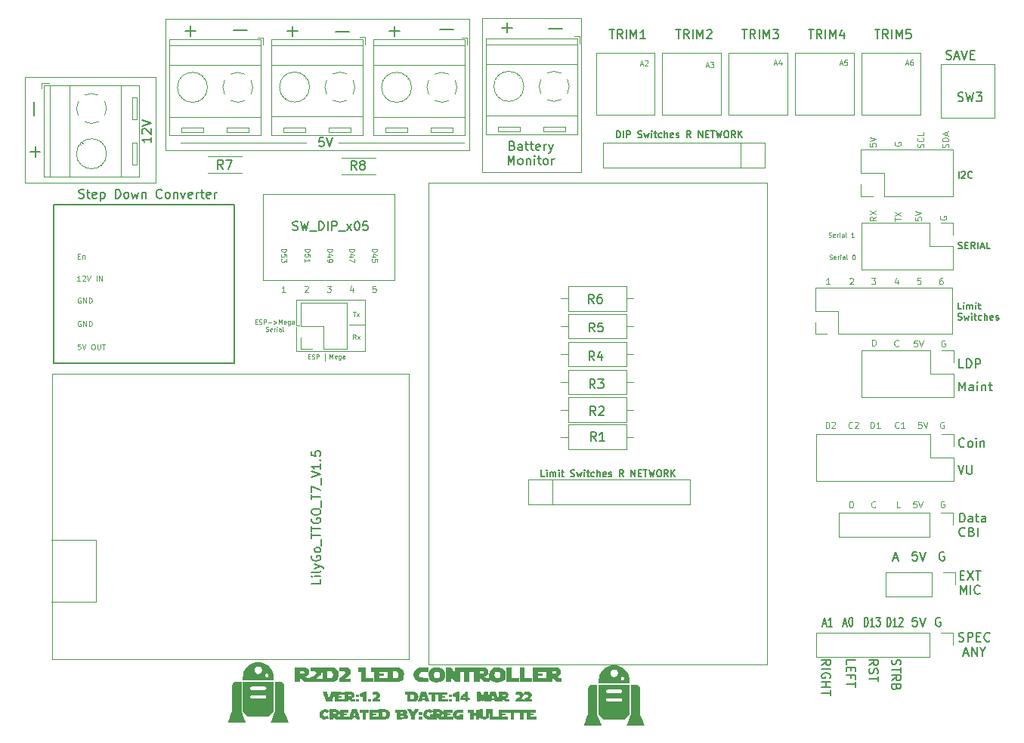
<source format=gbr>
%TF.GenerationSoftware,KiCad,Pcbnew,(6.0.0-0)*%
%TF.CreationDate,2022-03-14T14:23:59-04:00*%
%TF.ProjectId,BODY LED CONTROLLER,424f4459-204c-4454-9420-434f4e54524f,1.0*%
%TF.SameCoordinates,Original*%
%TF.FileFunction,Legend,Top*%
%TF.FilePolarity,Positive*%
%FSLAX46Y46*%
G04 Gerber Fmt 4.6, Leading zero omitted, Abs format (unit mm)*
G04 Created by KiCad (PCBNEW (6.0.0-0)) date 2022-03-14 14:23:59*
%MOMM*%
%LPD*%
G01*
G04 APERTURE LIST*
%ADD10C,0.120000*%
%ADD11C,0.100000*%
%ADD12C,0.150000*%
%ADD13C,0.075000*%
%ADD14C,0.127000*%
%ADD15C,0.010000*%
G04 APERTURE END LIST*
D10*
X117060000Y-95000000D02*
X116770000Y-95000000D01*
X124410000Y-92110000D02*
X124410000Y-94870000D01*
X137530000Y-60480000D02*
X148680000Y-60480000D01*
X148680000Y-60480000D02*
X148680000Y-77810000D01*
X148680000Y-77810000D02*
X137530000Y-77810000D01*
X137530000Y-77810000D02*
X137530000Y-60480000D01*
X124410000Y-97870000D02*
X116760000Y-97890000D01*
X116760000Y-97835000D02*
X116760000Y-95125000D01*
X135530000Y-74520000D02*
X121470000Y-74520000D01*
X116770000Y-92110000D02*
X124410000Y-92110000D01*
X117830000Y-74460000D02*
X103770000Y-74460000D01*
X116770000Y-95000000D02*
X116770000Y-92110000D01*
X102090000Y-60590000D02*
X136080000Y-60590000D01*
X136080000Y-60590000D02*
X136080000Y-75326000D01*
X136080000Y-75326000D02*
X102090000Y-75326000D01*
X102090000Y-75326000D02*
X102090000Y-60590000D01*
X119980000Y-98090000D02*
X119980000Y-98940000D01*
X124410000Y-94870000D02*
X122680000Y-94870000D01*
X86330000Y-67162000D02*
X100980000Y-67162000D01*
X100980000Y-67162000D02*
X100980000Y-78964000D01*
X100980000Y-78964000D02*
X86330000Y-78964000D01*
X86330000Y-78964000D02*
X86330000Y-67162000D01*
X124420000Y-95010000D02*
X124420000Y-97740000D01*
D11*
X120486666Y-98666190D02*
X120486666Y-98166190D01*
X120653333Y-98523333D01*
X120820000Y-98166190D01*
X120820000Y-98666190D01*
X121248571Y-98642380D02*
X121200952Y-98666190D01*
X121105714Y-98666190D01*
X121058095Y-98642380D01*
X121034285Y-98594761D01*
X121034285Y-98404285D01*
X121058095Y-98356666D01*
X121105714Y-98332857D01*
X121200952Y-98332857D01*
X121248571Y-98356666D01*
X121272380Y-98404285D01*
X121272380Y-98451904D01*
X121034285Y-98499523D01*
X121700952Y-98332857D02*
X121700952Y-98737619D01*
X121677142Y-98785238D01*
X121653333Y-98809047D01*
X121605714Y-98832857D01*
X121534285Y-98832857D01*
X121486666Y-98809047D01*
X121700952Y-98642380D02*
X121653333Y-98666190D01*
X121558095Y-98666190D01*
X121510476Y-98642380D01*
X121486666Y-98618571D01*
X121462857Y-98570952D01*
X121462857Y-98428095D01*
X121486666Y-98380476D01*
X121510476Y-98356666D01*
X121558095Y-98332857D01*
X121653333Y-98332857D01*
X121700952Y-98356666D01*
X122153333Y-98666190D02*
X122153333Y-98404285D01*
X122129523Y-98356666D01*
X122081904Y-98332857D01*
X121986666Y-98332857D01*
X121939047Y-98356666D01*
X122153333Y-98642380D02*
X122105714Y-98666190D01*
X121986666Y-98666190D01*
X121939047Y-98642380D01*
X121915238Y-98594761D01*
X121915238Y-98547142D01*
X121939047Y-98499523D01*
X121986666Y-98475714D01*
X122105714Y-98475714D01*
X122153333Y-98451904D01*
D12*
X183491238Y-132459262D02*
X183443619Y-132602119D01*
X183443619Y-132840214D01*
X183491238Y-132935452D01*
X183538857Y-132983072D01*
X183634095Y-133030691D01*
X183729333Y-133030691D01*
X183824571Y-132983072D01*
X183872190Y-132935452D01*
X183919809Y-132840214D01*
X183967428Y-132649738D01*
X184015047Y-132554500D01*
X184062666Y-132506881D01*
X184157904Y-132459262D01*
X184253142Y-132459262D01*
X184348380Y-132506881D01*
X184396000Y-132554500D01*
X184443619Y-132649738D01*
X184443619Y-132887833D01*
X184396000Y-133030691D01*
X184443619Y-133316405D02*
X184443619Y-133887833D01*
X183443619Y-133602119D02*
X184443619Y-133602119D01*
X183443619Y-134792595D02*
X183919809Y-134459262D01*
X183443619Y-134221167D02*
X184443619Y-134221167D01*
X184443619Y-134602119D01*
X184396000Y-134697357D01*
X184348380Y-134744976D01*
X184253142Y-134792595D01*
X184110285Y-134792595D01*
X184015047Y-134744976D01*
X183967428Y-134697357D01*
X183919809Y-134602119D01*
X183919809Y-134221167D01*
X183967428Y-135554500D02*
X183919809Y-135697357D01*
X183872190Y-135744976D01*
X183776952Y-135792595D01*
X183634095Y-135792595D01*
X183538857Y-135744976D01*
X183491238Y-135697357D01*
X183443619Y-135602119D01*
X183443619Y-135221167D01*
X184443619Y-135221167D01*
X184443619Y-135554500D01*
X184396000Y-135649738D01*
X184348380Y-135697357D01*
X184253142Y-135744976D01*
X184157904Y-135744976D01*
X184062666Y-135697357D01*
X184015047Y-135649738D01*
X183967428Y-135554500D01*
X183967428Y-135221167D01*
D13*
X122644571Y-86393428D02*
X123244571Y-86393428D01*
X123244571Y-86536285D01*
X123216000Y-86622000D01*
X123158857Y-86679142D01*
X123101714Y-86707714D01*
X122987428Y-86736285D01*
X122901714Y-86736285D01*
X122787428Y-86707714D01*
X122730285Y-86679142D01*
X122673142Y-86622000D01*
X122644571Y-86536285D01*
X122644571Y-86393428D01*
X123044571Y-87250571D02*
X122644571Y-87250571D01*
X123273142Y-87107714D02*
X122844571Y-86964857D01*
X122844571Y-87336285D01*
X123244571Y-87507714D02*
X123244571Y-87907714D01*
X122644571Y-87650571D01*
D12*
X140930571Y-74815571D02*
X141073428Y-74863190D01*
X141121047Y-74910809D01*
X141168666Y-75006047D01*
X141168666Y-75148904D01*
X141121047Y-75244142D01*
X141073428Y-75291761D01*
X140978190Y-75339380D01*
X140597238Y-75339380D01*
X140597238Y-74339380D01*
X140930571Y-74339380D01*
X141025809Y-74387000D01*
X141073428Y-74434619D01*
X141121047Y-74529857D01*
X141121047Y-74625095D01*
X141073428Y-74720333D01*
X141025809Y-74767952D01*
X140930571Y-74815571D01*
X140597238Y-74815571D01*
X142025809Y-75339380D02*
X142025809Y-74815571D01*
X141978190Y-74720333D01*
X141882952Y-74672714D01*
X141692476Y-74672714D01*
X141597238Y-74720333D01*
X142025809Y-75291761D02*
X141930571Y-75339380D01*
X141692476Y-75339380D01*
X141597238Y-75291761D01*
X141549619Y-75196523D01*
X141549619Y-75101285D01*
X141597238Y-75006047D01*
X141692476Y-74958428D01*
X141930571Y-74958428D01*
X142025809Y-74910809D01*
X142359142Y-74672714D02*
X142740095Y-74672714D01*
X142502000Y-74339380D02*
X142502000Y-75196523D01*
X142549619Y-75291761D01*
X142644857Y-75339380D01*
X142740095Y-75339380D01*
X142930571Y-74672714D02*
X143311523Y-74672714D01*
X143073428Y-74339380D02*
X143073428Y-75196523D01*
X143121047Y-75291761D01*
X143216285Y-75339380D01*
X143311523Y-75339380D01*
X144025809Y-75291761D02*
X143930571Y-75339380D01*
X143740095Y-75339380D01*
X143644857Y-75291761D01*
X143597238Y-75196523D01*
X143597238Y-74815571D01*
X143644857Y-74720333D01*
X143740095Y-74672714D01*
X143930571Y-74672714D01*
X144025809Y-74720333D01*
X144073428Y-74815571D01*
X144073428Y-74910809D01*
X143597238Y-75006047D01*
X144502000Y-75339380D02*
X144502000Y-74672714D01*
X144502000Y-74863190D02*
X144549619Y-74767952D01*
X144597238Y-74720333D01*
X144692476Y-74672714D01*
X144787714Y-74672714D01*
X145025809Y-74672714D02*
X145263904Y-75339380D01*
X145502000Y-74672714D02*
X145263904Y-75339380D01*
X145168666Y-75577476D01*
X145121047Y-75625095D01*
X145025809Y-75672714D01*
X140478190Y-76949380D02*
X140478190Y-75949380D01*
X140811523Y-76663666D01*
X141144857Y-75949380D01*
X141144857Y-76949380D01*
X141763904Y-76949380D02*
X141668666Y-76901761D01*
X141621047Y-76854142D01*
X141573428Y-76758904D01*
X141573428Y-76473190D01*
X141621047Y-76377952D01*
X141668666Y-76330333D01*
X141763904Y-76282714D01*
X141906761Y-76282714D01*
X142002000Y-76330333D01*
X142049619Y-76377952D01*
X142097238Y-76473190D01*
X142097238Y-76758904D01*
X142049619Y-76854142D01*
X142002000Y-76901761D01*
X141906761Y-76949380D01*
X141763904Y-76949380D01*
X142525809Y-76282714D02*
X142525809Y-76949380D01*
X142525809Y-76377952D02*
X142573428Y-76330333D01*
X142668666Y-76282714D01*
X142811523Y-76282714D01*
X142906761Y-76330333D01*
X142954380Y-76425571D01*
X142954380Y-76949380D01*
X143430571Y-76949380D02*
X143430571Y-76282714D01*
X143430571Y-75949380D02*
X143382952Y-75997000D01*
X143430571Y-76044619D01*
X143478190Y-75997000D01*
X143430571Y-75949380D01*
X143430571Y-76044619D01*
X143763904Y-76282714D02*
X144144857Y-76282714D01*
X143906761Y-75949380D02*
X143906761Y-76806523D01*
X143954380Y-76901761D01*
X144049619Y-76949380D01*
X144144857Y-76949380D01*
X144621047Y-76949380D02*
X144525809Y-76901761D01*
X144478190Y-76854142D01*
X144430571Y-76758904D01*
X144430571Y-76473190D01*
X144478190Y-76377952D01*
X144525809Y-76330333D01*
X144621047Y-76282714D01*
X144763904Y-76282714D01*
X144859142Y-76330333D01*
X144906761Y-76377952D01*
X144954380Y-76473190D01*
X144954380Y-76758904D01*
X144906761Y-76854142D01*
X144859142Y-76901761D01*
X144763904Y-76949380D01*
X144621047Y-76949380D01*
X145382952Y-76949380D02*
X145382952Y-76282714D01*
X145382952Y-76473190D02*
X145430571Y-76377952D01*
X145478190Y-76330333D01*
X145573428Y-76282714D01*
X145668666Y-76282714D01*
D13*
X117656000Y-90615333D02*
X117689333Y-90582000D01*
X117756000Y-90548666D01*
X117922666Y-90548666D01*
X117989333Y-90582000D01*
X118022666Y-90615333D01*
X118056000Y-90682000D01*
X118056000Y-90748666D01*
X118022666Y-90848666D01*
X117622666Y-91248666D01*
X118056000Y-91248666D01*
X162639428Y-65886000D02*
X162925142Y-65886000D01*
X162582285Y-66057428D02*
X162782285Y-65457428D01*
X162982285Y-66057428D01*
X163125142Y-65457428D02*
X163496571Y-65457428D01*
X163296571Y-65686000D01*
X163382285Y-65686000D01*
X163439428Y-65714571D01*
X163468000Y-65743142D01*
X163496571Y-65800285D01*
X163496571Y-65943142D01*
X163468000Y-66000285D01*
X163439428Y-66028857D01*
X163382285Y-66057428D01*
X163210857Y-66057428D01*
X163153714Y-66028857D01*
X163125142Y-66000285D01*
X181591916Y-115312000D02*
X181558583Y-115345333D01*
X181458583Y-115378666D01*
X181391916Y-115378666D01*
X181291916Y-115345333D01*
X181225250Y-115278666D01*
X181191916Y-115212000D01*
X181158583Y-115078666D01*
X181158583Y-114978666D01*
X181191916Y-114845333D01*
X181225250Y-114778666D01*
X181291916Y-114712000D01*
X181391916Y-114678666D01*
X181458583Y-114678666D01*
X181558583Y-114712000D01*
X181591916Y-114745333D01*
D11*
X123098761Y-93452190D02*
X123384476Y-93452190D01*
X123241619Y-93952190D02*
X123241619Y-93452190D01*
X123503523Y-93952190D02*
X123765428Y-93618857D01*
X123503523Y-93618857D02*
X123765428Y-93952190D01*
D13*
X115516000Y-91248666D02*
X115116000Y-91248666D01*
X115316000Y-91248666D02*
X115316000Y-90548666D01*
X115249333Y-90648666D01*
X115182666Y-90715333D01*
X115116000Y-90748666D01*
X189398583Y-96678000D02*
X189331916Y-96644666D01*
X189231916Y-96644666D01*
X189131916Y-96678000D01*
X189065250Y-96744666D01*
X189031916Y-96811333D01*
X188998583Y-96944666D01*
X188998583Y-97044666D01*
X189031916Y-97178000D01*
X189065250Y-97244666D01*
X189131916Y-97311333D01*
X189231916Y-97344666D01*
X189298583Y-97344666D01*
X189398583Y-97311333D01*
X189431916Y-97278000D01*
X189431916Y-97044666D01*
X189298583Y-97044666D01*
D12*
X175726214Y-128436666D02*
X176083357Y-128436666D01*
X175654785Y-128722380D02*
X175904785Y-127722380D01*
X176154785Y-128722380D01*
X176797642Y-128722380D02*
X176369071Y-128722380D01*
X176583357Y-128722380D02*
X176583357Y-127722380D01*
X176511928Y-127865238D01*
X176440500Y-127960476D01*
X176369071Y-128008095D01*
X146491904Y-61702380D02*
X145730000Y-61702380D01*
X145730000Y-61702380D02*
X144968095Y-61702380D01*
X191574523Y-108521142D02*
X191526904Y-108568761D01*
X191384047Y-108616380D01*
X191288809Y-108616380D01*
X191145952Y-108568761D01*
X191050714Y-108473523D01*
X191003095Y-108378285D01*
X190955476Y-108187809D01*
X190955476Y-108044952D01*
X191003095Y-107854476D01*
X191050714Y-107759238D01*
X191145952Y-107664000D01*
X191288809Y-107616380D01*
X191384047Y-107616380D01*
X191526904Y-107664000D01*
X191574523Y-107711619D01*
X192145952Y-108616380D02*
X192050714Y-108568761D01*
X192003095Y-108521142D01*
X191955476Y-108425904D01*
X191955476Y-108140190D01*
X192003095Y-108044952D01*
X192050714Y-107997333D01*
X192145952Y-107949714D01*
X192288809Y-107949714D01*
X192384047Y-107997333D01*
X192431666Y-108044952D01*
X192479285Y-108140190D01*
X192479285Y-108425904D01*
X192431666Y-108521142D01*
X192384047Y-108568761D01*
X192288809Y-108616380D01*
X192145952Y-108616380D01*
X192907857Y-108616380D02*
X192907857Y-107949714D01*
X192907857Y-107616380D02*
X192860237Y-107664000D01*
X192907857Y-107711619D01*
X192955476Y-107664000D01*
X192907857Y-107616380D01*
X192907857Y-107711619D01*
X193384047Y-107949714D02*
X193384047Y-108616380D01*
X193384047Y-108044952D02*
X193431666Y-107997333D01*
X193526904Y-107949714D01*
X193669761Y-107949714D01*
X193764999Y-107997333D01*
X193812618Y-108092571D01*
X193812618Y-108616380D01*
D13*
X125194571Y-86393428D02*
X125794571Y-86393428D01*
X125794571Y-86536285D01*
X125766000Y-86622000D01*
X125708857Y-86679142D01*
X125651714Y-86707714D01*
X125537428Y-86736285D01*
X125451714Y-86736285D01*
X125337428Y-86707714D01*
X125280285Y-86679142D01*
X125223142Y-86622000D01*
X125194571Y-86536285D01*
X125194571Y-86393428D01*
X125594571Y-87250571D02*
X125194571Y-87250571D01*
X125823142Y-87107714D02*
X125394571Y-86964857D01*
X125394571Y-87336285D01*
X125794571Y-87850571D02*
X125794571Y-87564857D01*
X125508857Y-87536285D01*
X125537428Y-87564857D01*
X125566000Y-87622000D01*
X125566000Y-87764857D01*
X125537428Y-87822000D01*
X125508857Y-87850571D01*
X125451714Y-87879142D01*
X125308857Y-87879142D01*
X125251714Y-87850571D01*
X125223142Y-87822000D01*
X125194571Y-87764857D01*
X125194571Y-87622000D01*
X125223142Y-87564857D01*
X125251714Y-87536285D01*
D12*
X191003095Y-102294180D02*
X191003095Y-101294180D01*
X191336428Y-102008466D01*
X191669761Y-101294180D01*
X191669761Y-102294180D01*
X192574523Y-102294180D02*
X192574523Y-101770371D01*
X192526904Y-101675133D01*
X192431666Y-101627514D01*
X192241190Y-101627514D01*
X192145952Y-101675133D01*
X192574523Y-102246561D02*
X192479285Y-102294180D01*
X192241190Y-102294180D01*
X192145952Y-102246561D01*
X192098333Y-102151323D01*
X192098333Y-102056085D01*
X192145952Y-101960847D01*
X192241190Y-101913228D01*
X192479285Y-101913228D01*
X192574523Y-101865609D01*
X193050714Y-102294180D02*
X193050714Y-101627514D01*
X193050714Y-101294180D02*
X193003095Y-101341800D01*
X193050714Y-101389419D01*
X193098333Y-101341800D01*
X193050714Y-101294180D01*
X193050714Y-101389419D01*
X193526904Y-101627514D02*
X193526904Y-102294180D01*
X193526904Y-101722752D02*
X193574523Y-101675133D01*
X193669761Y-101627514D01*
X193812619Y-101627514D01*
X193907857Y-101675133D01*
X193955476Y-101770371D01*
X193955476Y-102294180D01*
X194288809Y-101627514D02*
X194669761Y-101627514D01*
X194431666Y-101294180D02*
X194431666Y-102151323D01*
X194479285Y-102246561D01*
X194574523Y-102294180D01*
X194669761Y-102294180D01*
X189322404Y-120404000D02*
X189227166Y-120356380D01*
X189084309Y-120356380D01*
X188941452Y-120404000D01*
X188846214Y-120499238D01*
X188798595Y-120594476D01*
X188750976Y-120784952D01*
X188750976Y-120927809D01*
X188798595Y-121118285D01*
X188846214Y-121213523D01*
X188941452Y-121308761D01*
X189084309Y-121356380D01*
X189179547Y-121356380D01*
X189322404Y-121308761D01*
X189370023Y-121261142D01*
X189370023Y-120927809D01*
X189179547Y-120927809D01*
D13*
X92258572Y-87187142D02*
X92458572Y-87187142D01*
X92544286Y-87501428D02*
X92258572Y-87501428D01*
X92258572Y-86901428D01*
X92544286Y-86901428D01*
X92801429Y-87101428D02*
X92801429Y-87501428D01*
X92801429Y-87158571D02*
X92830000Y-87130000D01*
X92887143Y-87101428D01*
X92972857Y-87101428D01*
X93030000Y-87130000D01*
X93058572Y-87187142D01*
X93058572Y-87501428D01*
D12*
X128297428Y-61998857D02*
X127154571Y-61998857D01*
X127726000Y-61427428D02*
X127726000Y-62570285D01*
D13*
X92592857Y-94490000D02*
X92535714Y-94461428D01*
X92450000Y-94461428D01*
X92364285Y-94490000D01*
X92307142Y-94547142D01*
X92278571Y-94604285D01*
X92250000Y-94718571D01*
X92250000Y-94804285D01*
X92278571Y-94918571D01*
X92307142Y-94975714D01*
X92364285Y-95032857D01*
X92450000Y-95061428D01*
X92507142Y-95061428D01*
X92592857Y-95032857D01*
X92621428Y-95004285D01*
X92621428Y-94804285D01*
X92507142Y-94804285D01*
X92878571Y-95061428D02*
X92878571Y-94461428D01*
X93221428Y-95061428D01*
X93221428Y-94461428D01*
X93507142Y-95061428D02*
X93507142Y-94461428D01*
X93650000Y-94461428D01*
X93735714Y-94490000D01*
X93792857Y-94547142D01*
X93821428Y-94604285D01*
X93850000Y-94718571D01*
X93850000Y-94804285D01*
X93821428Y-94918571D01*
X93792857Y-94975714D01*
X93735714Y-95032857D01*
X93650000Y-95061428D01*
X93507142Y-95061428D01*
D12*
X140941428Y-61592857D02*
X139798571Y-61592857D01*
X140370000Y-61021428D02*
X140370000Y-62164285D01*
D13*
X176517916Y-90356666D02*
X176117916Y-90356666D01*
X176317916Y-90356666D02*
X176317916Y-89656666D01*
X176251250Y-89756666D01*
X176184583Y-89823333D01*
X176117916Y-89856666D01*
X120159571Y-86393428D02*
X120759571Y-86393428D01*
X120759571Y-86536285D01*
X120731000Y-86622000D01*
X120673857Y-86679142D01*
X120616714Y-86707714D01*
X120502428Y-86736285D01*
X120416714Y-86736285D01*
X120302428Y-86707714D01*
X120245285Y-86679142D01*
X120188142Y-86622000D01*
X120159571Y-86536285D01*
X120159571Y-86393428D01*
X120559571Y-87250571D02*
X120159571Y-87250571D01*
X120788142Y-87107714D02*
X120359571Y-86964857D01*
X120359571Y-87336285D01*
X120159571Y-87593428D02*
X120159571Y-87707714D01*
X120188142Y-87764857D01*
X120216714Y-87793428D01*
X120302428Y-87850571D01*
X120416714Y-87879142D01*
X120645285Y-87879142D01*
X120702428Y-87850571D01*
X120731000Y-87822000D01*
X120759571Y-87764857D01*
X120759571Y-87650571D01*
X120731000Y-87593428D01*
X120702428Y-87564857D01*
X120645285Y-87536285D01*
X120502428Y-87536285D01*
X120445285Y-87564857D01*
X120416714Y-87593428D01*
X120388142Y-87650571D01*
X120388142Y-87764857D01*
X120416714Y-87822000D01*
X120445285Y-87850571D01*
X120502428Y-87879142D01*
X181267916Y-97256666D02*
X181267916Y-96556666D01*
X181434583Y-96556666D01*
X181534583Y-96590000D01*
X181601250Y-96656666D01*
X181634583Y-96723333D01*
X181667916Y-96856666D01*
X181667916Y-96956666D01*
X181634583Y-97090000D01*
X181601250Y-97156666D01*
X181534583Y-97223333D01*
X181434583Y-97256666D01*
X181267916Y-97256666D01*
D11*
X112133333Y-94557785D02*
X112300000Y-94557785D01*
X112371428Y-94819690D02*
X112133333Y-94819690D01*
X112133333Y-94319690D01*
X112371428Y-94319690D01*
X112561904Y-94795880D02*
X112633333Y-94819690D01*
X112752380Y-94819690D01*
X112800000Y-94795880D01*
X112823809Y-94772071D01*
X112847619Y-94724452D01*
X112847619Y-94676833D01*
X112823809Y-94629214D01*
X112800000Y-94605404D01*
X112752380Y-94581595D01*
X112657142Y-94557785D01*
X112609523Y-94533976D01*
X112585714Y-94510166D01*
X112561904Y-94462547D01*
X112561904Y-94414928D01*
X112585714Y-94367309D01*
X112609523Y-94343500D01*
X112657142Y-94319690D01*
X112776190Y-94319690D01*
X112847619Y-94343500D01*
X113061904Y-94819690D02*
X113061904Y-94319690D01*
X113252380Y-94319690D01*
X113300000Y-94343500D01*
X113323809Y-94367309D01*
X113347619Y-94414928D01*
X113347619Y-94486357D01*
X113323809Y-94533976D01*
X113300000Y-94557785D01*
X113252380Y-94581595D01*
X113061904Y-94581595D01*
X113561904Y-94629214D02*
X113942857Y-94629214D01*
X114180952Y-94486357D02*
X114561904Y-94629214D01*
X114180952Y-94772071D01*
X114800000Y-94819690D02*
X114800000Y-94319690D01*
X114966666Y-94676833D01*
X115133333Y-94319690D01*
X115133333Y-94819690D01*
X115561904Y-94795880D02*
X115514285Y-94819690D01*
X115419047Y-94819690D01*
X115371428Y-94795880D01*
X115347619Y-94748261D01*
X115347619Y-94557785D01*
X115371428Y-94510166D01*
X115419047Y-94486357D01*
X115514285Y-94486357D01*
X115561904Y-94510166D01*
X115585714Y-94557785D01*
X115585714Y-94605404D01*
X115347619Y-94653023D01*
X116014285Y-94486357D02*
X116014285Y-94891119D01*
X115990476Y-94938738D01*
X115966666Y-94962547D01*
X115919047Y-94986357D01*
X115847619Y-94986357D01*
X115800000Y-94962547D01*
X116014285Y-94795880D02*
X115966666Y-94819690D01*
X115871428Y-94819690D01*
X115823809Y-94795880D01*
X115800000Y-94772071D01*
X115776190Y-94724452D01*
X115776190Y-94581595D01*
X115800000Y-94533976D01*
X115823809Y-94510166D01*
X115871428Y-94486357D01*
X115966666Y-94486357D01*
X116014285Y-94510166D01*
X116466666Y-94819690D02*
X116466666Y-94557785D01*
X116442857Y-94510166D01*
X116395238Y-94486357D01*
X116300000Y-94486357D01*
X116252380Y-94510166D01*
X116466666Y-94795880D02*
X116419047Y-94819690D01*
X116300000Y-94819690D01*
X116252380Y-94795880D01*
X116228571Y-94748261D01*
X116228571Y-94700642D01*
X116252380Y-94653023D01*
X116300000Y-94629214D01*
X116419047Y-94629214D01*
X116466666Y-94605404D01*
X113311904Y-95600880D02*
X113383333Y-95624690D01*
X113502380Y-95624690D01*
X113550000Y-95600880D01*
X113573809Y-95577071D01*
X113597619Y-95529452D01*
X113597619Y-95481833D01*
X113573809Y-95434214D01*
X113550000Y-95410404D01*
X113502380Y-95386595D01*
X113407142Y-95362785D01*
X113359523Y-95338976D01*
X113335714Y-95315166D01*
X113311904Y-95267547D01*
X113311904Y-95219928D01*
X113335714Y-95172309D01*
X113359523Y-95148500D01*
X113407142Y-95124690D01*
X113526190Y-95124690D01*
X113597619Y-95148500D01*
X114002380Y-95600880D02*
X113954761Y-95624690D01*
X113859523Y-95624690D01*
X113811904Y-95600880D01*
X113788095Y-95553261D01*
X113788095Y-95362785D01*
X113811904Y-95315166D01*
X113859523Y-95291357D01*
X113954761Y-95291357D01*
X114002380Y-95315166D01*
X114026190Y-95362785D01*
X114026190Y-95410404D01*
X113788095Y-95458023D01*
X114240476Y-95624690D02*
X114240476Y-95291357D01*
X114240476Y-95386595D02*
X114264285Y-95338976D01*
X114288095Y-95315166D01*
X114335714Y-95291357D01*
X114383333Y-95291357D01*
X114550000Y-95624690D02*
X114550000Y-95291357D01*
X114550000Y-95124690D02*
X114526190Y-95148500D01*
X114550000Y-95172309D01*
X114573809Y-95148500D01*
X114550000Y-95124690D01*
X114550000Y-95172309D01*
X115002380Y-95624690D02*
X115002380Y-95362785D01*
X114978571Y-95315166D01*
X114930952Y-95291357D01*
X114835714Y-95291357D01*
X114788095Y-95315166D01*
X115002380Y-95600880D02*
X114954761Y-95624690D01*
X114835714Y-95624690D01*
X114788095Y-95600880D01*
X114764285Y-95553261D01*
X114764285Y-95505642D01*
X114788095Y-95458023D01*
X114835714Y-95434214D01*
X114954761Y-95434214D01*
X115002380Y-95410404D01*
X115311904Y-95624690D02*
X115264285Y-95600880D01*
X115240476Y-95553261D01*
X115240476Y-95124690D01*
D13*
X186762583Y-105788666D02*
X186429250Y-105788666D01*
X186395916Y-106122000D01*
X186429250Y-106088666D01*
X186495916Y-106055333D01*
X186662583Y-106055333D01*
X186729250Y-106088666D01*
X186762583Y-106122000D01*
X186795916Y-106188666D01*
X186795916Y-106355333D01*
X186762583Y-106422000D01*
X186729250Y-106455333D01*
X186662583Y-106488666D01*
X186495916Y-106488666D01*
X186429250Y-106455333D01*
X186395916Y-106422000D01*
X186995916Y-105788666D02*
X187229250Y-106488666D01*
X187462583Y-105788666D01*
D12*
X134329904Y-61812380D02*
X133568000Y-61812380D01*
X133568000Y-61812380D02*
X132806095Y-61812380D01*
D13*
X120162666Y-90548666D02*
X120596000Y-90548666D01*
X120362666Y-90815333D01*
X120462666Y-90815333D01*
X120529333Y-90848666D01*
X120562666Y-90882000D01*
X120596000Y-90948666D01*
X120596000Y-91115333D01*
X120562666Y-91182000D01*
X120529333Y-91215333D01*
X120462666Y-91248666D01*
X120262666Y-91248666D01*
X120196000Y-91215333D01*
X120162666Y-91182000D01*
D12*
X190943571Y-78449285D02*
X190943571Y-77699285D01*
X191264999Y-77770714D02*
X191300714Y-77735000D01*
X191372142Y-77699285D01*
X191550714Y-77699285D01*
X191622142Y-77735000D01*
X191657856Y-77770714D01*
X191693571Y-77842142D01*
X191693571Y-77913571D01*
X191657856Y-78020714D01*
X191229285Y-78449285D01*
X191693571Y-78449285D01*
X192443571Y-78377857D02*
X192407856Y-78413571D01*
X192300714Y-78449285D01*
X192229285Y-78449285D01*
X192122142Y-78413571D01*
X192050714Y-78342142D01*
X192014999Y-78270714D01*
X191979285Y-78127857D01*
X191979285Y-78020714D01*
X192014999Y-77877857D01*
X192050714Y-77806428D01*
X192122142Y-77735000D01*
X192229285Y-77699285D01*
X192300714Y-77699285D01*
X192407856Y-77735000D01*
X192443571Y-77770714D01*
X119789523Y-73912380D02*
X119313333Y-73912380D01*
X119265714Y-74388571D01*
X119313333Y-74340952D01*
X119408571Y-74293333D01*
X119646666Y-74293333D01*
X119741904Y-74340952D01*
X119789523Y-74388571D01*
X119837142Y-74483809D01*
X119837142Y-74721904D01*
X119789523Y-74817142D01*
X119741904Y-74864761D01*
X119646666Y-74912380D01*
X119408571Y-74912380D01*
X119313333Y-74864761D01*
X119265714Y-74817142D01*
X120122857Y-73912380D02*
X120456190Y-74912380D01*
X120789523Y-73912380D01*
D13*
X183786666Y-83276857D02*
X183786666Y-82876857D01*
X184486666Y-83076857D02*
X183786666Y-83076857D01*
X183786666Y-82710190D02*
X184486666Y-82243524D01*
X183786666Y-82243524D02*
X184486666Y-82710190D01*
X186208583Y-114678666D02*
X185875250Y-114678666D01*
X185841916Y-115012000D01*
X185875250Y-114978666D01*
X185941916Y-114945333D01*
X186108583Y-114945333D01*
X186175250Y-114978666D01*
X186208583Y-115012000D01*
X186241916Y-115078666D01*
X186241916Y-115245333D01*
X186208583Y-115312000D01*
X186175250Y-115345333D01*
X186108583Y-115378666D01*
X185941916Y-115378666D01*
X185875250Y-115345333D01*
X185841916Y-115312000D01*
X186441916Y-114678666D02*
X186675250Y-115378666D01*
X186908583Y-114678666D01*
X123069333Y-90782000D02*
X123069333Y-91248666D01*
X122902666Y-90515333D02*
X122736000Y-91015333D01*
X123169333Y-91015333D01*
D11*
X176383333Y-85038380D02*
X176454761Y-85062190D01*
X176573809Y-85062190D01*
X176621428Y-85038380D01*
X176645238Y-85014571D01*
X176669047Y-84966952D01*
X176669047Y-84919333D01*
X176645238Y-84871714D01*
X176621428Y-84847904D01*
X176573809Y-84824095D01*
X176478571Y-84800285D01*
X176430952Y-84776476D01*
X176407142Y-84752666D01*
X176383333Y-84705047D01*
X176383333Y-84657428D01*
X176407142Y-84609809D01*
X176430952Y-84586000D01*
X176478571Y-84562190D01*
X176597619Y-84562190D01*
X176669047Y-84586000D01*
X177073809Y-85038380D02*
X177026190Y-85062190D01*
X176930952Y-85062190D01*
X176883333Y-85038380D01*
X176859523Y-84990761D01*
X176859523Y-84800285D01*
X176883333Y-84752666D01*
X176930952Y-84728857D01*
X177026190Y-84728857D01*
X177073809Y-84752666D01*
X177097619Y-84800285D01*
X177097619Y-84847904D01*
X176859523Y-84895523D01*
X177311904Y-85062190D02*
X177311904Y-84728857D01*
X177311904Y-84824095D02*
X177335714Y-84776476D01*
X177359523Y-84752666D01*
X177407142Y-84728857D01*
X177454761Y-84728857D01*
X177621428Y-85062190D02*
X177621428Y-84728857D01*
X177621428Y-84562190D02*
X177597619Y-84586000D01*
X177621428Y-84609809D01*
X177645238Y-84586000D01*
X177621428Y-84562190D01*
X177621428Y-84609809D01*
X178073809Y-85062190D02*
X178073809Y-84800285D01*
X178050000Y-84752666D01*
X178002380Y-84728857D01*
X177907142Y-84728857D01*
X177859523Y-84752666D01*
X178073809Y-85038380D02*
X178026190Y-85062190D01*
X177907142Y-85062190D01*
X177859523Y-85038380D01*
X177835714Y-84990761D01*
X177835714Y-84943142D01*
X177859523Y-84895523D01*
X177907142Y-84871714D01*
X178026190Y-84871714D01*
X178073809Y-84847904D01*
X178383333Y-85062190D02*
X178335714Y-85038380D01*
X178311904Y-84990761D01*
X178311904Y-84562190D01*
X179216666Y-85062190D02*
X178930952Y-85062190D01*
X179073809Y-85062190D02*
X179073809Y-84562190D01*
X179026190Y-84633619D01*
X178978571Y-84681238D01*
X178930952Y-84705047D01*
D12*
X178363619Y-132983071D02*
X178363619Y-132506880D01*
X179363619Y-132506880D01*
X178887428Y-133316404D02*
X178887428Y-133649738D01*
X178363619Y-133792595D02*
X178363619Y-133316404D01*
X179363619Y-133316404D01*
X179363619Y-133792595D01*
X178887428Y-134554499D02*
X178887428Y-134221166D01*
X178363619Y-134221166D02*
X179363619Y-134221166D01*
X179363619Y-134697357D01*
X179363619Y-134935452D02*
X179363619Y-135506880D01*
X178363619Y-135221166D02*
X179363619Y-135221166D01*
X190860238Y-110646380D02*
X191193571Y-111646380D01*
X191526904Y-110646380D01*
X191860238Y-110646380D02*
X191860238Y-111455904D01*
X191907857Y-111551142D01*
X191955476Y-111598761D01*
X192050714Y-111646380D01*
X192241190Y-111646380D01*
X192336428Y-111598761D01*
X192384047Y-111551142D01*
X192431666Y-111455904D01*
X192431666Y-110646380D01*
D13*
X186664583Y-89656666D02*
X186331250Y-89656666D01*
X186297916Y-89990000D01*
X186331250Y-89956666D01*
X186397916Y-89923333D01*
X186564583Y-89923333D01*
X186631250Y-89956666D01*
X186664583Y-89990000D01*
X186697916Y-90056666D01*
X186697916Y-90223333D01*
X186664583Y-90290000D01*
X186631250Y-90323333D01*
X186564583Y-90356666D01*
X186397916Y-90356666D01*
X186331250Y-90323333D01*
X186297916Y-90290000D01*
D12*
X182947833Y-128722380D02*
X182947833Y-127722380D01*
X183114500Y-127722380D01*
X183214500Y-127770000D01*
X183281166Y-127865238D01*
X183314500Y-127960476D01*
X183347833Y-128150952D01*
X183347833Y-128293809D01*
X183314500Y-128484285D01*
X183281166Y-128579523D01*
X183214500Y-128674761D01*
X183114500Y-128722380D01*
X182947833Y-128722380D01*
X184014500Y-128722380D02*
X183614500Y-128722380D01*
X183814500Y-128722380D02*
X183814500Y-127722380D01*
X183747833Y-127865238D01*
X183681166Y-127960476D01*
X183614500Y-128008095D01*
X184281166Y-127817619D02*
X184314500Y-127770000D01*
X184381166Y-127722380D01*
X184547833Y-127722380D01*
X184614500Y-127770000D01*
X184647833Y-127817619D01*
X184681166Y-127912857D01*
X184681166Y-128008095D01*
X184647833Y-128150952D01*
X184247833Y-128722380D01*
X184681166Y-128722380D01*
D13*
X186072666Y-82853047D02*
X186072666Y-83186380D01*
X186406000Y-83219714D01*
X186372666Y-83186380D01*
X186339333Y-83119714D01*
X186339333Y-82953047D01*
X186372666Y-82886380D01*
X186406000Y-82853047D01*
X186472666Y-82819714D01*
X186639333Y-82819714D01*
X186706000Y-82853047D01*
X186739333Y-82886380D01*
X186772666Y-82953047D01*
X186772666Y-83119714D01*
X186739333Y-83186380D01*
X186706000Y-83219714D01*
X186072666Y-82619714D02*
X186772666Y-82386380D01*
X186072666Y-82153047D01*
X184408583Y-115378666D02*
X184075250Y-115378666D01*
X184075250Y-114678666D01*
X184991428Y-65600000D02*
X185277142Y-65600000D01*
X184934285Y-65771428D02*
X185134285Y-65171428D01*
X185334285Y-65771428D01*
X185791428Y-65171428D02*
X185677142Y-65171428D01*
X185620000Y-65200000D01*
X185591428Y-65228571D01*
X185534285Y-65314285D01*
X185505714Y-65428571D01*
X185505714Y-65657142D01*
X185534285Y-65714285D01*
X185562857Y-65742857D01*
X185620000Y-65771428D01*
X185734285Y-65771428D01*
X185791428Y-65742857D01*
X185820000Y-65714285D01*
X185848571Y-65657142D01*
X185848571Y-65514285D01*
X185820000Y-65457142D01*
X185791428Y-65428571D01*
X185734285Y-65400000D01*
X185620000Y-65400000D01*
X185562857Y-65428571D01*
X185534285Y-65457142D01*
X185505714Y-65514285D01*
X178727916Y-89723333D02*
X178761250Y-89690000D01*
X178827916Y-89656666D01*
X178994583Y-89656666D01*
X179061250Y-89690000D01*
X179094583Y-89723333D01*
X179127916Y-89790000D01*
X179127916Y-89856666D01*
X179094583Y-89956666D01*
X178694583Y-90356666D01*
X179127916Y-90356666D01*
X125642666Y-90548666D02*
X125309333Y-90548666D01*
X125276000Y-90882000D01*
X125309333Y-90848666D01*
X125376000Y-90815333D01*
X125542666Y-90815333D01*
X125609333Y-90848666D01*
X125642666Y-90882000D01*
X125676000Y-90948666D01*
X125676000Y-91115333D01*
X125642666Y-91182000D01*
X125609333Y-91215333D01*
X125542666Y-91248666D01*
X125376000Y-91248666D01*
X125309333Y-91215333D01*
X125276000Y-91182000D01*
X179029250Y-106418000D02*
X178995916Y-106451333D01*
X178895916Y-106484666D01*
X178829250Y-106484666D01*
X178729250Y-106451333D01*
X178662583Y-106384666D01*
X178629250Y-106318000D01*
X178595916Y-106184666D01*
X178595916Y-106084666D01*
X178629250Y-105951333D01*
X178662583Y-105884666D01*
X178729250Y-105818000D01*
X178829250Y-105784666D01*
X178895916Y-105784666D01*
X178995916Y-105818000D01*
X179029250Y-105851333D01*
X179295916Y-105851333D02*
X179329250Y-105818000D01*
X179395916Y-105784666D01*
X179562583Y-105784666D01*
X179629250Y-105818000D01*
X179662583Y-105851333D01*
X179695916Y-105918000D01*
X179695916Y-105984666D01*
X179662583Y-106084666D01*
X179262583Y-106484666D01*
X179695916Y-106484666D01*
X180972666Y-74555333D02*
X180972666Y-74888666D01*
X181306000Y-74922000D01*
X181272666Y-74888666D01*
X181239333Y-74822000D01*
X181239333Y-74655333D01*
X181272666Y-74588666D01*
X181306000Y-74555333D01*
X181372666Y-74522000D01*
X181539333Y-74522000D01*
X181606000Y-74555333D01*
X181639333Y-74588666D01*
X181672666Y-74655333D01*
X181672666Y-74822000D01*
X181639333Y-74888666D01*
X181606000Y-74922000D01*
X180972666Y-74322000D02*
X181672666Y-74088666D01*
X180972666Y-73855333D01*
X115044571Y-86393428D02*
X115644571Y-86393428D01*
X115644571Y-86536285D01*
X115616000Y-86622000D01*
X115558857Y-86679142D01*
X115501714Y-86707714D01*
X115387428Y-86736285D01*
X115301714Y-86736285D01*
X115187428Y-86707714D01*
X115130285Y-86679142D01*
X115073142Y-86622000D01*
X115044571Y-86536285D01*
X115044571Y-86393428D01*
X115644571Y-87279142D02*
X115644571Y-86993428D01*
X115358857Y-86964857D01*
X115387428Y-86993428D01*
X115416000Y-87050571D01*
X115416000Y-87193428D01*
X115387428Y-87250571D01*
X115358857Y-87279142D01*
X115301714Y-87307714D01*
X115158857Y-87307714D01*
X115101714Y-87279142D01*
X115073142Y-87250571D01*
X115044571Y-87193428D01*
X115044571Y-87050571D01*
X115073142Y-86993428D01*
X115101714Y-86964857D01*
X115644571Y-87507714D02*
X115644571Y-87879142D01*
X115416000Y-87679142D01*
X115416000Y-87764857D01*
X115387428Y-87822000D01*
X115358857Y-87850571D01*
X115301714Y-87879142D01*
X115158857Y-87879142D01*
X115101714Y-87850571D01*
X115073142Y-87822000D01*
X115044571Y-87764857D01*
X115044571Y-87593428D01*
X115073142Y-87536285D01*
X115101714Y-87507714D01*
X92592857Y-91900000D02*
X92535714Y-91871428D01*
X92450000Y-91871428D01*
X92364285Y-91900000D01*
X92307142Y-91957142D01*
X92278571Y-92014285D01*
X92250000Y-92128571D01*
X92250000Y-92214285D01*
X92278571Y-92328571D01*
X92307142Y-92385714D01*
X92364285Y-92442857D01*
X92450000Y-92471428D01*
X92507142Y-92471428D01*
X92592857Y-92442857D01*
X92621428Y-92414285D01*
X92621428Y-92214285D01*
X92507142Y-92214285D01*
X92878571Y-92471428D02*
X92878571Y-91871428D01*
X93221428Y-92471428D01*
X93221428Y-91871428D01*
X93507142Y-92471428D02*
X93507142Y-91871428D01*
X93650000Y-91871428D01*
X93735714Y-91900000D01*
X93792857Y-91957142D01*
X93821428Y-92014285D01*
X93850000Y-92128571D01*
X93850000Y-92214285D01*
X93821428Y-92328571D01*
X93792857Y-92385714D01*
X93735714Y-92442857D01*
X93650000Y-92471428D01*
X93507142Y-92471428D01*
X181079250Y-106488666D02*
X181079250Y-105788666D01*
X181245916Y-105788666D01*
X181345916Y-105822000D01*
X181412583Y-105888666D01*
X181445916Y-105955333D01*
X181479250Y-106088666D01*
X181479250Y-106188666D01*
X181445916Y-106322000D01*
X181412583Y-106388666D01*
X181345916Y-106455333D01*
X181245916Y-106488666D01*
X181079250Y-106488666D01*
X182145916Y-106488666D02*
X181745916Y-106488666D01*
X181945916Y-106488666D02*
X181945916Y-105788666D01*
X181879250Y-105888666D01*
X181812583Y-105955333D01*
X181745916Y-105988666D01*
D12*
X116867428Y-61998857D02*
X115724571Y-61998857D01*
X116296000Y-61427428D02*
X116296000Y-62570285D01*
X92385523Y-80668761D02*
X92528380Y-80716380D01*
X92766476Y-80716380D01*
X92861714Y-80668761D01*
X92909333Y-80621142D01*
X92956952Y-80525904D01*
X92956952Y-80430666D01*
X92909333Y-80335428D01*
X92861714Y-80287809D01*
X92766476Y-80240190D01*
X92576000Y-80192571D01*
X92480761Y-80144952D01*
X92433142Y-80097333D01*
X92385523Y-80002095D01*
X92385523Y-79906857D01*
X92433142Y-79811619D01*
X92480761Y-79764000D01*
X92576000Y-79716380D01*
X92814095Y-79716380D01*
X92956952Y-79764000D01*
X93242666Y-80049714D02*
X93623619Y-80049714D01*
X93385523Y-79716380D02*
X93385523Y-80573523D01*
X93433142Y-80668761D01*
X93528380Y-80716380D01*
X93623619Y-80716380D01*
X94337904Y-80668761D02*
X94242666Y-80716380D01*
X94052190Y-80716380D01*
X93956952Y-80668761D01*
X93909333Y-80573523D01*
X93909333Y-80192571D01*
X93956952Y-80097333D01*
X94052190Y-80049714D01*
X94242666Y-80049714D01*
X94337904Y-80097333D01*
X94385523Y-80192571D01*
X94385523Y-80287809D01*
X93909333Y-80383047D01*
X94814095Y-80049714D02*
X94814095Y-81049714D01*
X94814095Y-80097333D02*
X94909333Y-80049714D01*
X95099809Y-80049714D01*
X95195047Y-80097333D01*
X95242666Y-80144952D01*
X95290285Y-80240190D01*
X95290285Y-80525904D01*
X95242666Y-80621142D01*
X95195047Y-80668761D01*
X95099809Y-80716380D01*
X94909333Y-80716380D01*
X94814095Y-80668761D01*
X96480761Y-80716380D02*
X96480761Y-79716380D01*
X96718857Y-79716380D01*
X96861714Y-79764000D01*
X96956952Y-79859238D01*
X97004571Y-79954476D01*
X97052190Y-80144952D01*
X97052190Y-80287809D01*
X97004571Y-80478285D01*
X96956952Y-80573523D01*
X96861714Y-80668761D01*
X96718857Y-80716380D01*
X96480761Y-80716380D01*
X97623619Y-80716380D02*
X97528380Y-80668761D01*
X97480761Y-80621142D01*
X97433142Y-80525904D01*
X97433142Y-80240190D01*
X97480761Y-80144952D01*
X97528380Y-80097333D01*
X97623619Y-80049714D01*
X97766476Y-80049714D01*
X97861714Y-80097333D01*
X97909333Y-80144952D01*
X97956952Y-80240190D01*
X97956952Y-80525904D01*
X97909333Y-80621142D01*
X97861714Y-80668761D01*
X97766476Y-80716380D01*
X97623619Y-80716380D01*
X98290285Y-80049714D02*
X98480761Y-80716380D01*
X98671238Y-80240190D01*
X98861714Y-80716380D01*
X99052190Y-80049714D01*
X99433142Y-80049714D02*
X99433142Y-80716380D01*
X99433142Y-80144952D02*
X99480761Y-80097333D01*
X99576000Y-80049714D01*
X99718857Y-80049714D01*
X99814095Y-80097333D01*
X99861714Y-80192571D01*
X99861714Y-80716380D01*
X101671238Y-80621142D02*
X101623619Y-80668761D01*
X101480761Y-80716380D01*
X101385523Y-80716380D01*
X101242666Y-80668761D01*
X101147428Y-80573523D01*
X101099809Y-80478285D01*
X101052190Y-80287809D01*
X101052190Y-80144952D01*
X101099809Y-79954476D01*
X101147428Y-79859238D01*
X101242666Y-79764000D01*
X101385523Y-79716380D01*
X101480761Y-79716380D01*
X101623619Y-79764000D01*
X101671238Y-79811619D01*
X102242666Y-80716380D02*
X102147428Y-80668761D01*
X102099809Y-80621142D01*
X102052190Y-80525904D01*
X102052190Y-80240190D01*
X102099809Y-80144952D01*
X102147428Y-80097333D01*
X102242666Y-80049714D01*
X102385523Y-80049714D01*
X102480761Y-80097333D01*
X102528380Y-80144952D01*
X102576000Y-80240190D01*
X102576000Y-80525904D01*
X102528380Y-80621142D01*
X102480761Y-80668761D01*
X102385523Y-80716380D01*
X102242666Y-80716380D01*
X103004571Y-80049714D02*
X103004571Y-80716380D01*
X103004571Y-80144952D02*
X103052190Y-80097333D01*
X103147428Y-80049714D01*
X103290285Y-80049714D01*
X103385523Y-80097333D01*
X103433142Y-80192571D01*
X103433142Y-80716380D01*
X103814095Y-80049714D02*
X104052190Y-80716380D01*
X104290285Y-80049714D01*
X105052190Y-80668761D02*
X104956952Y-80716380D01*
X104766476Y-80716380D01*
X104671238Y-80668761D01*
X104623619Y-80573523D01*
X104623619Y-80192571D01*
X104671238Y-80097333D01*
X104766476Y-80049714D01*
X104956952Y-80049714D01*
X105052190Y-80097333D01*
X105099809Y-80192571D01*
X105099809Y-80287809D01*
X104623619Y-80383047D01*
X105528380Y-80716380D02*
X105528380Y-80049714D01*
X105528380Y-80240190D02*
X105575999Y-80144952D01*
X105623619Y-80097333D01*
X105718857Y-80049714D01*
X105814095Y-80049714D01*
X106004571Y-80049714D02*
X106385523Y-80049714D01*
X106147428Y-79716380D02*
X106147428Y-80573523D01*
X106195047Y-80668761D01*
X106290285Y-80716380D01*
X106385523Y-80716380D01*
X107099809Y-80668761D02*
X107004571Y-80716380D01*
X106814095Y-80716380D01*
X106718857Y-80668761D01*
X106671238Y-80573523D01*
X106671238Y-80192571D01*
X106718857Y-80097333D01*
X106814095Y-80049714D01*
X107004571Y-80049714D01*
X107099809Y-80097333D01*
X107147428Y-80192571D01*
X107147428Y-80287809D01*
X106671238Y-80383047D01*
X107575999Y-80716380D02*
X107575999Y-80049714D01*
X107575999Y-80240190D02*
X107623619Y-80144952D01*
X107671238Y-80097333D01*
X107766476Y-80049714D01*
X107861714Y-80049714D01*
X109692095Y-61891619D02*
X110454000Y-61891619D01*
X110454000Y-61891619D02*
X111215904Y-61891619D01*
X152630000Y-73909285D02*
X152630000Y-73159285D01*
X152808571Y-73159285D01*
X152915714Y-73195000D01*
X152987142Y-73266428D01*
X153022857Y-73337857D01*
X153058571Y-73480714D01*
X153058571Y-73587857D01*
X153022857Y-73730714D01*
X152987142Y-73802142D01*
X152915714Y-73873571D01*
X152808571Y-73909285D01*
X152630000Y-73909285D01*
X153380000Y-73909285D02*
X153380000Y-73159285D01*
X153737142Y-73909285D02*
X153737142Y-73159285D01*
X154022857Y-73159285D01*
X154094285Y-73195000D01*
X154130000Y-73230714D01*
X154165714Y-73302142D01*
X154165714Y-73409285D01*
X154130000Y-73480714D01*
X154094285Y-73516428D01*
X154022857Y-73552142D01*
X153737142Y-73552142D01*
X155022857Y-73873571D02*
X155130000Y-73909285D01*
X155308571Y-73909285D01*
X155380000Y-73873571D01*
X155415714Y-73837857D01*
X155451428Y-73766428D01*
X155451428Y-73695000D01*
X155415714Y-73623571D01*
X155380000Y-73587857D01*
X155308571Y-73552142D01*
X155165714Y-73516428D01*
X155094285Y-73480714D01*
X155058571Y-73445000D01*
X155022857Y-73373571D01*
X155022857Y-73302142D01*
X155058571Y-73230714D01*
X155094285Y-73195000D01*
X155165714Y-73159285D01*
X155344285Y-73159285D01*
X155451428Y-73195000D01*
X155701428Y-73409285D02*
X155844285Y-73909285D01*
X155987142Y-73552142D01*
X156130000Y-73909285D01*
X156272857Y-73409285D01*
X156558571Y-73909285D02*
X156558571Y-73409285D01*
X156558571Y-73159285D02*
X156522857Y-73195000D01*
X156558571Y-73230714D01*
X156594285Y-73195000D01*
X156558571Y-73159285D01*
X156558571Y-73230714D01*
X156808571Y-73409285D02*
X157094285Y-73409285D01*
X156915714Y-73159285D02*
X156915714Y-73802142D01*
X156951428Y-73873571D01*
X157022857Y-73909285D01*
X157094285Y-73909285D01*
X157665714Y-73873571D02*
X157594285Y-73909285D01*
X157451428Y-73909285D01*
X157380000Y-73873571D01*
X157344285Y-73837857D01*
X157308571Y-73766428D01*
X157308571Y-73552142D01*
X157344285Y-73480714D01*
X157380000Y-73445000D01*
X157451428Y-73409285D01*
X157594285Y-73409285D01*
X157665714Y-73445000D01*
X157987142Y-73909285D02*
X157987142Y-73159285D01*
X158308571Y-73909285D02*
X158308571Y-73516428D01*
X158272857Y-73445000D01*
X158201428Y-73409285D01*
X158094285Y-73409285D01*
X158022857Y-73445000D01*
X157987142Y-73480714D01*
X158951428Y-73873571D02*
X158880000Y-73909285D01*
X158737142Y-73909285D01*
X158665714Y-73873571D01*
X158630000Y-73802142D01*
X158630000Y-73516428D01*
X158665714Y-73445000D01*
X158737142Y-73409285D01*
X158880000Y-73409285D01*
X158951428Y-73445000D01*
X158987142Y-73516428D01*
X158987142Y-73587857D01*
X158630000Y-73659285D01*
X159272857Y-73873571D02*
X159344285Y-73909285D01*
X159487142Y-73909285D01*
X159558571Y-73873571D01*
X159594285Y-73802142D01*
X159594285Y-73766428D01*
X159558571Y-73695000D01*
X159487142Y-73659285D01*
X159380000Y-73659285D01*
X159308571Y-73623571D01*
X159272857Y-73552142D01*
X159272857Y-73516428D01*
X159308571Y-73445000D01*
X159380000Y-73409285D01*
X159487142Y-73409285D01*
X159558571Y-73445000D01*
X160915714Y-73909285D02*
X160665714Y-73552142D01*
X160487142Y-73909285D02*
X160487142Y-73159285D01*
X160772857Y-73159285D01*
X160844285Y-73195000D01*
X160880000Y-73230714D01*
X160915714Y-73302142D01*
X160915714Y-73409285D01*
X160880000Y-73480714D01*
X160844285Y-73516428D01*
X160772857Y-73552142D01*
X160487142Y-73552142D01*
X161808571Y-73909285D02*
X161808571Y-73159285D01*
X162237142Y-73909285D01*
X162237142Y-73159285D01*
X162594285Y-73516428D02*
X162844285Y-73516428D01*
X162951428Y-73909285D02*
X162594285Y-73909285D01*
X162594285Y-73159285D01*
X162951428Y-73159285D01*
X163165714Y-73159285D02*
X163594285Y-73159285D01*
X163380000Y-73909285D02*
X163380000Y-73159285D01*
X163772857Y-73159285D02*
X163951428Y-73909285D01*
X164094285Y-73373571D01*
X164237142Y-73909285D01*
X164415714Y-73159285D01*
X164844285Y-73159285D02*
X164987142Y-73159285D01*
X165058571Y-73195000D01*
X165130000Y-73266428D01*
X165165714Y-73409285D01*
X165165714Y-73659285D01*
X165130000Y-73802142D01*
X165058571Y-73873571D01*
X164987142Y-73909285D01*
X164844285Y-73909285D01*
X164772857Y-73873571D01*
X164701428Y-73802142D01*
X164665714Y-73659285D01*
X164665714Y-73409285D01*
X164701428Y-73266428D01*
X164772857Y-73195000D01*
X164844285Y-73159285D01*
X165915714Y-73909285D02*
X165665714Y-73552142D01*
X165487142Y-73909285D02*
X165487142Y-73159285D01*
X165772857Y-73159285D01*
X165844285Y-73195000D01*
X165880000Y-73230714D01*
X165915714Y-73302142D01*
X165915714Y-73409285D01*
X165880000Y-73480714D01*
X165844285Y-73516428D01*
X165772857Y-73552142D01*
X165487142Y-73552142D01*
X166237142Y-73909285D02*
X166237142Y-73159285D01*
X166665714Y-73909285D02*
X166344285Y-73480714D01*
X166665714Y-73159285D02*
X166237142Y-73587857D01*
X86918571Y-75507142D02*
X88061428Y-75507142D01*
X87490000Y-76078571D02*
X87490000Y-74935714D01*
X144550714Y-111939285D02*
X144193571Y-111939285D01*
X144193571Y-111189285D01*
X144800714Y-111939285D02*
X144800714Y-111439285D01*
X144800714Y-111189285D02*
X144765000Y-111225000D01*
X144800714Y-111260714D01*
X144836428Y-111225000D01*
X144800714Y-111189285D01*
X144800714Y-111260714D01*
X145157857Y-111939285D02*
X145157857Y-111439285D01*
X145157857Y-111510714D02*
X145193571Y-111475000D01*
X145265000Y-111439285D01*
X145372142Y-111439285D01*
X145443571Y-111475000D01*
X145479285Y-111546428D01*
X145479285Y-111939285D01*
X145479285Y-111546428D02*
X145515000Y-111475000D01*
X145586428Y-111439285D01*
X145693571Y-111439285D01*
X145765000Y-111475000D01*
X145800714Y-111546428D01*
X145800714Y-111939285D01*
X146157857Y-111939285D02*
X146157857Y-111439285D01*
X146157857Y-111189285D02*
X146122142Y-111225000D01*
X146157857Y-111260714D01*
X146193571Y-111225000D01*
X146157857Y-111189285D01*
X146157857Y-111260714D01*
X146407857Y-111439285D02*
X146693571Y-111439285D01*
X146515000Y-111189285D02*
X146515000Y-111832142D01*
X146550714Y-111903571D01*
X146622142Y-111939285D01*
X146693571Y-111939285D01*
X147479285Y-111903571D02*
X147586428Y-111939285D01*
X147765000Y-111939285D01*
X147836428Y-111903571D01*
X147872142Y-111867857D01*
X147907857Y-111796428D01*
X147907857Y-111725000D01*
X147872142Y-111653571D01*
X147836428Y-111617857D01*
X147765000Y-111582142D01*
X147622142Y-111546428D01*
X147550714Y-111510714D01*
X147515000Y-111475000D01*
X147479285Y-111403571D01*
X147479285Y-111332142D01*
X147515000Y-111260714D01*
X147550714Y-111225000D01*
X147622142Y-111189285D01*
X147800714Y-111189285D01*
X147907857Y-111225000D01*
X148157857Y-111439285D02*
X148300714Y-111939285D01*
X148443571Y-111582142D01*
X148586428Y-111939285D01*
X148729285Y-111439285D01*
X149015000Y-111939285D02*
X149015000Y-111439285D01*
X149015000Y-111189285D02*
X148979285Y-111225000D01*
X149015000Y-111260714D01*
X149050714Y-111225000D01*
X149015000Y-111189285D01*
X149015000Y-111260714D01*
X149265000Y-111439285D02*
X149550714Y-111439285D01*
X149372142Y-111189285D02*
X149372142Y-111832142D01*
X149407857Y-111903571D01*
X149479285Y-111939285D01*
X149550714Y-111939285D01*
X150122142Y-111903571D02*
X150050714Y-111939285D01*
X149907857Y-111939285D01*
X149836428Y-111903571D01*
X149800714Y-111867857D01*
X149765000Y-111796428D01*
X149765000Y-111582142D01*
X149800714Y-111510714D01*
X149836428Y-111475000D01*
X149907857Y-111439285D01*
X150050714Y-111439285D01*
X150122142Y-111475000D01*
X150443571Y-111939285D02*
X150443571Y-111189285D01*
X150765000Y-111939285D02*
X150765000Y-111546428D01*
X150729285Y-111475000D01*
X150657857Y-111439285D01*
X150550714Y-111439285D01*
X150479285Y-111475000D01*
X150443571Y-111510714D01*
X151407857Y-111903571D02*
X151336428Y-111939285D01*
X151193571Y-111939285D01*
X151122142Y-111903571D01*
X151086428Y-111832142D01*
X151086428Y-111546428D01*
X151122142Y-111475000D01*
X151193571Y-111439285D01*
X151336428Y-111439285D01*
X151407857Y-111475000D01*
X151443571Y-111546428D01*
X151443571Y-111617857D01*
X151086428Y-111689285D01*
X151729285Y-111903571D02*
X151800714Y-111939285D01*
X151943571Y-111939285D01*
X152015000Y-111903571D01*
X152050714Y-111832142D01*
X152050714Y-111796428D01*
X152015000Y-111725000D01*
X151943571Y-111689285D01*
X151836428Y-111689285D01*
X151765000Y-111653571D01*
X151729285Y-111582142D01*
X151729285Y-111546428D01*
X151765000Y-111475000D01*
X151836428Y-111439285D01*
X151943571Y-111439285D01*
X152015000Y-111475000D01*
X153372142Y-111939285D02*
X153122142Y-111582142D01*
X152943571Y-111939285D02*
X152943571Y-111189285D01*
X153229285Y-111189285D01*
X153300714Y-111225000D01*
X153336428Y-111260714D01*
X153372142Y-111332142D01*
X153372142Y-111439285D01*
X153336428Y-111510714D01*
X153300714Y-111546428D01*
X153229285Y-111582142D01*
X152943571Y-111582142D01*
X154265000Y-111939285D02*
X154265000Y-111189285D01*
X154693571Y-111939285D01*
X154693571Y-111189285D01*
X155050714Y-111546428D02*
X155300714Y-111546428D01*
X155407857Y-111939285D02*
X155050714Y-111939285D01*
X155050714Y-111189285D01*
X155407857Y-111189285D01*
X155622142Y-111189285D02*
X156050714Y-111189285D01*
X155836428Y-111939285D02*
X155836428Y-111189285D01*
X156229285Y-111189285D02*
X156407857Y-111939285D01*
X156550714Y-111403571D01*
X156693571Y-111939285D01*
X156872142Y-111189285D01*
X157300714Y-111189285D02*
X157443571Y-111189285D01*
X157515000Y-111225000D01*
X157586428Y-111296428D01*
X157622142Y-111439285D01*
X157622142Y-111689285D01*
X157586428Y-111832142D01*
X157515000Y-111903571D01*
X157443571Y-111939285D01*
X157300714Y-111939285D01*
X157229285Y-111903571D01*
X157157857Y-111832142D01*
X157122142Y-111689285D01*
X157122142Y-111439285D01*
X157157857Y-111296428D01*
X157229285Y-111225000D01*
X157300714Y-111189285D01*
X158372142Y-111939285D02*
X158122142Y-111582142D01*
X157943571Y-111939285D02*
X157943571Y-111189285D01*
X158229285Y-111189285D01*
X158300714Y-111225000D01*
X158336428Y-111260714D01*
X158372142Y-111332142D01*
X158372142Y-111439285D01*
X158336428Y-111510714D01*
X158300714Y-111546428D01*
X158229285Y-111582142D01*
X157943571Y-111582142D01*
X158693571Y-111939285D02*
X158693571Y-111189285D01*
X159122142Y-111939285D02*
X158800714Y-111510714D01*
X159122142Y-111189285D02*
X158693571Y-111617857D01*
D13*
X92542857Y-90011428D02*
X92200000Y-90011428D01*
X92371428Y-90011428D02*
X92371428Y-89411428D01*
X92314285Y-89497142D01*
X92257142Y-89554285D01*
X92200000Y-89582857D01*
X92771428Y-89468571D02*
X92800000Y-89440000D01*
X92857142Y-89411428D01*
X93000000Y-89411428D01*
X93057142Y-89440000D01*
X93085714Y-89468571D01*
X93114285Y-89525714D01*
X93114285Y-89582857D01*
X93085714Y-89668571D01*
X92742857Y-90011428D01*
X93114285Y-90011428D01*
X93285714Y-89411428D02*
X93485714Y-90011428D01*
X93685714Y-89411428D01*
X94342857Y-90011428D02*
X94342857Y-89411428D01*
X94628571Y-90011428D02*
X94628571Y-89411428D01*
X94971428Y-90011428D01*
X94971428Y-89411428D01*
D12*
X188894404Y-127770000D02*
X188799166Y-127722380D01*
X188656309Y-127722380D01*
X188513452Y-127770000D01*
X188418214Y-127865238D01*
X188370595Y-127960476D01*
X188322976Y-128150952D01*
X188322976Y-128293809D01*
X188370595Y-128484285D01*
X188418214Y-128579523D01*
X188513452Y-128674761D01*
X188656309Y-128722380D01*
X188751547Y-128722380D01*
X188894404Y-128674761D01*
X188942023Y-128627142D01*
X188942023Y-128293809D01*
X188751547Y-128293809D01*
X186259261Y-127722380D02*
X185783071Y-127722380D01*
X185735452Y-128198571D01*
X185783071Y-128150952D01*
X185878309Y-128103333D01*
X186116404Y-128103333D01*
X186211642Y-128150952D01*
X186259261Y-128198571D01*
X186306880Y-128293809D01*
X186306880Y-128531904D01*
X186259261Y-128627142D01*
X186211642Y-128674761D01*
X186116404Y-128722380D01*
X185878309Y-128722380D01*
X185783071Y-128674761D01*
X185735452Y-128627142D01*
X186592595Y-127722380D02*
X186925928Y-128722380D01*
X187259261Y-127722380D01*
D11*
X118054761Y-98454285D02*
X118221428Y-98454285D01*
X118292857Y-98716190D02*
X118054761Y-98716190D01*
X118054761Y-98216190D01*
X118292857Y-98216190D01*
X118483333Y-98692380D02*
X118554761Y-98716190D01*
X118673809Y-98716190D01*
X118721428Y-98692380D01*
X118745238Y-98668571D01*
X118769047Y-98620952D01*
X118769047Y-98573333D01*
X118745238Y-98525714D01*
X118721428Y-98501904D01*
X118673809Y-98478095D01*
X118578571Y-98454285D01*
X118530952Y-98430476D01*
X118507142Y-98406666D01*
X118483333Y-98359047D01*
X118483333Y-98311428D01*
X118507142Y-98263809D01*
X118530952Y-98240000D01*
X118578571Y-98216190D01*
X118697619Y-98216190D01*
X118769047Y-98240000D01*
X118983333Y-98716190D02*
X118983333Y-98216190D01*
X119173809Y-98216190D01*
X119221428Y-98240000D01*
X119245238Y-98263809D01*
X119269047Y-98311428D01*
X119269047Y-98382857D01*
X119245238Y-98430476D01*
X119221428Y-98454285D01*
X119173809Y-98478095D01*
X118983333Y-98478095D01*
D13*
X189308583Y-114712000D02*
X189241916Y-114678666D01*
X189141916Y-114678666D01*
X189041916Y-114712000D01*
X188975250Y-114778666D01*
X188941916Y-114845333D01*
X188908583Y-114978666D01*
X188908583Y-115078666D01*
X188941916Y-115212000D01*
X188975250Y-115278666D01*
X189041916Y-115345333D01*
X189141916Y-115378666D01*
X189208583Y-115378666D01*
X189308583Y-115345333D01*
X189341916Y-115312000D01*
X189341916Y-115078666D01*
X189208583Y-115078666D01*
X189111250Y-89656666D02*
X188977916Y-89656666D01*
X188911250Y-89690000D01*
X188877916Y-89723333D01*
X188811250Y-89823333D01*
X188777916Y-89956666D01*
X188777916Y-90223333D01*
X188811250Y-90290000D01*
X188844583Y-90323333D01*
X188911250Y-90356666D01*
X189044583Y-90356666D01*
X189111250Y-90323333D01*
X189144583Y-90290000D01*
X189177916Y-90223333D01*
X189177916Y-90056666D01*
X189144583Y-89990000D01*
X189111250Y-89956666D01*
X189044583Y-89923333D01*
X188911250Y-89923333D01*
X188844583Y-89956666D01*
X188811250Y-89990000D01*
X188777916Y-90056666D01*
D12*
X186259261Y-120356380D02*
X185783071Y-120356380D01*
X185735452Y-120832571D01*
X185783071Y-120784952D01*
X185878309Y-120737333D01*
X186116404Y-120737333D01*
X186211642Y-120784952D01*
X186259261Y-120832571D01*
X186306880Y-120927809D01*
X186306880Y-121165904D01*
X186259261Y-121261142D01*
X186211642Y-121308761D01*
X186116404Y-121356380D01*
X185878309Y-121356380D01*
X185783071Y-121308761D01*
X185735452Y-121261142D01*
X186592595Y-120356380D02*
X186925928Y-121356380D01*
X187259261Y-120356380D01*
X183639833Y-121070666D02*
X184116023Y-121070666D01*
X183544595Y-121356380D02*
X183877928Y-120356380D01*
X184211261Y-121356380D01*
X104294571Y-61959142D02*
X105437428Y-61959142D01*
X104866000Y-62530571D02*
X104866000Y-61387714D01*
D13*
X181174583Y-89656666D02*
X181607916Y-89656666D01*
X181374583Y-89923333D01*
X181474583Y-89923333D01*
X181541250Y-89956666D01*
X181574583Y-89990000D01*
X181607916Y-90056666D01*
X181607916Y-90223333D01*
X181574583Y-90290000D01*
X181541250Y-90323333D01*
X181474583Y-90356666D01*
X181274583Y-90356666D01*
X181207916Y-90323333D01*
X181174583Y-90290000D01*
X92544286Y-97061428D02*
X92258571Y-97061428D01*
X92230000Y-97347142D01*
X92258571Y-97318571D01*
X92315714Y-97290000D01*
X92458571Y-97290000D01*
X92515714Y-97318571D01*
X92544286Y-97347142D01*
X92572857Y-97404285D01*
X92572857Y-97547142D01*
X92544286Y-97604285D01*
X92515714Y-97632857D01*
X92458571Y-97661428D01*
X92315714Y-97661428D01*
X92258571Y-97632857D01*
X92230000Y-97604285D01*
X92744286Y-97061428D02*
X92944286Y-97661428D01*
X93144286Y-97061428D01*
X93915714Y-97061428D02*
X94030000Y-97061428D01*
X94087143Y-97090000D01*
X94144286Y-97147142D01*
X94172857Y-97261428D01*
X94172857Y-97461428D01*
X94144286Y-97575714D01*
X94087143Y-97632857D01*
X94030000Y-97661428D01*
X93915714Y-97661428D01*
X93858571Y-97632857D01*
X93801428Y-97575714D01*
X93772857Y-97461428D01*
X93772857Y-97261428D01*
X93801428Y-97147142D01*
X93858571Y-97090000D01*
X93915714Y-97061428D01*
X94430000Y-97061428D02*
X94430000Y-97547142D01*
X94458571Y-97604285D01*
X94487143Y-97632857D01*
X94544286Y-97661428D01*
X94658571Y-97661428D01*
X94715714Y-97632857D01*
X94744286Y-97604285D01*
X94772857Y-97547142D01*
X94772857Y-97061428D01*
X94972857Y-97061428D02*
X95315714Y-97061428D01*
X95144286Y-97661428D02*
X95144286Y-97061428D01*
D11*
X176473333Y-87538380D02*
X176544761Y-87562190D01*
X176663809Y-87562190D01*
X176711428Y-87538380D01*
X176735238Y-87514571D01*
X176759047Y-87466952D01*
X176759047Y-87419333D01*
X176735238Y-87371714D01*
X176711428Y-87347904D01*
X176663809Y-87324095D01*
X176568571Y-87300285D01*
X176520952Y-87276476D01*
X176497142Y-87252666D01*
X176473333Y-87205047D01*
X176473333Y-87157428D01*
X176497142Y-87109809D01*
X176520952Y-87086000D01*
X176568571Y-87062190D01*
X176687619Y-87062190D01*
X176759047Y-87086000D01*
X177163809Y-87538380D02*
X177116190Y-87562190D01*
X177020952Y-87562190D01*
X176973333Y-87538380D01*
X176949523Y-87490761D01*
X176949523Y-87300285D01*
X176973333Y-87252666D01*
X177020952Y-87228857D01*
X177116190Y-87228857D01*
X177163809Y-87252666D01*
X177187619Y-87300285D01*
X177187619Y-87347904D01*
X176949523Y-87395523D01*
X177401904Y-87562190D02*
X177401904Y-87228857D01*
X177401904Y-87324095D02*
X177425714Y-87276476D01*
X177449523Y-87252666D01*
X177497142Y-87228857D01*
X177544761Y-87228857D01*
X177711428Y-87562190D02*
X177711428Y-87228857D01*
X177711428Y-87062190D02*
X177687619Y-87086000D01*
X177711428Y-87109809D01*
X177735238Y-87086000D01*
X177711428Y-87062190D01*
X177711428Y-87109809D01*
X178163809Y-87562190D02*
X178163809Y-87300285D01*
X178140000Y-87252666D01*
X178092380Y-87228857D01*
X177997142Y-87228857D01*
X177949523Y-87252666D01*
X178163809Y-87538380D02*
X178116190Y-87562190D01*
X177997142Y-87562190D01*
X177949523Y-87538380D01*
X177925714Y-87490761D01*
X177925714Y-87443142D01*
X177949523Y-87395523D01*
X177997142Y-87371714D01*
X178116190Y-87371714D01*
X178163809Y-87347904D01*
X178473333Y-87562190D02*
X178425714Y-87538380D01*
X178401904Y-87490761D01*
X178401904Y-87062190D01*
X179140000Y-87062190D02*
X179187619Y-87062190D01*
X179235238Y-87086000D01*
X179259047Y-87109809D01*
X179282857Y-87157428D01*
X179306666Y-87252666D01*
X179306666Y-87371714D01*
X179282857Y-87466952D01*
X179259047Y-87514571D01*
X179235238Y-87538380D01*
X179187619Y-87562190D01*
X179140000Y-87562190D01*
X179092380Y-87538380D01*
X179068571Y-87514571D01*
X179044761Y-87466952D01*
X179020952Y-87371714D01*
X179020952Y-87252666D01*
X179044761Y-87157428D01*
X179068571Y-87109809D01*
X179092380Y-87086000D01*
X179140000Y-87062190D01*
D12*
X191479285Y-99744180D02*
X191003095Y-99744180D01*
X191003095Y-98744180D01*
X191812619Y-99744180D02*
X191812619Y-98744180D01*
X192050714Y-98744180D01*
X192193571Y-98791800D01*
X192288809Y-98887038D01*
X192336428Y-98982276D01*
X192384047Y-99172752D01*
X192384047Y-99315609D01*
X192336428Y-99506085D01*
X192288809Y-99601323D01*
X192193571Y-99696561D01*
X192050714Y-99744180D01*
X191812619Y-99744180D01*
X192812619Y-99744180D02*
X192812619Y-98744180D01*
X193193571Y-98744180D01*
X193288809Y-98791800D01*
X193336428Y-98839419D01*
X193384047Y-98934657D01*
X193384047Y-99077514D01*
X193336428Y-99172752D01*
X193288809Y-99220371D01*
X193193571Y-99267990D01*
X192812619Y-99267990D01*
X191061071Y-117031380D02*
X191061071Y-116031380D01*
X191299166Y-116031380D01*
X191442023Y-116079000D01*
X191537261Y-116174238D01*
X191584880Y-116269476D01*
X191632499Y-116459952D01*
X191632499Y-116602809D01*
X191584880Y-116793285D01*
X191537261Y-116888523D01*
X191442023Y-116983761D01*
X191299166Y-117031380D01*
X191061071Y-117031380D01*
X192489642Y-117031380D02*
X192489642Y-116507571D01*
X192442023Y-116412333D01*
X192346785Y-116364714D01*
X192156309Y-116364714D01*
X192061071Y-116412333D01*
X192489642Y-116983761D02*
X192394404Y-117031380D01*
X192156309Y-117031380D01*
X192061071Y-116983761D01*
X192013452Y-116888523D01*
X192013452Y-116793285D01*
X192061071Y-116698047D01*
X192156309Y-116650428D01*
X192394404Y-116650428D01*
X192489642Y-116602809D01*
X192822976Y-116364714D02*
X193203928Y-116364714D01*
X192965833Y-116031380D02*
X192965833Y-116888523D01*
X193013452Y-116983761D01*
X193108690Y-117031380D01*
X193203928Y-117031380D01*
X193965833Y-117031380D02*
X193965833Y-116507571D01*
X193918214Y-116412333D01*
X193822976Y-116364714D01*
X193632499Y-116364714D01*
X193537261Y-116412333D01*
X193965833Y-116983761D02*
X193870595Y-117031380D01*
X193632499Y-117031380D01*
X193537261Y-116983761D01*
X193489642Y-116888523D01*
X193489642Y-116793285D01*
X193537261Y-116698047D01*
X193632499Y-116650428D01*
X193870595Y-116650428D01*
X193965833Y-116602809D01*
X191632499Y-118546142D02*
X191584880Y-118593761D01*
X191442023Y-118641380D01*
X191346785Y-118641380D01*
X191203928Y-118593761D01*
X191108690Y-118498523D01*
X191061071Y-118403285D01*
X191013452Y-118212809D01*
X191013452Y-118069952D01*
X191061071Y-117879476D01*
X191108690Y-117784238D01*
X191203928Y-117689000D01*
X191346785Y-117641380D01*
X191442023Y-117641380D01*
X191584880Y-117689000D01*
X191632499Y-117736619D01*
X192394404Y-118117571D02*
X192537261Y-118165190D01*
X192584880Y-118212809D01*
X192632499Y-118308047D01*
X192632499Y-118450904D01*
X192584880Y-118546142D01*
X192537261Y-118593761D01*
X192442023Y-118641380D01*
X192061071Y-118641380D01*
X192061071Y-117641380D01*
X192394404Y-117641380D01*
X192489642Y-117689000D01*
X192537261Y-117736619D01*
X192584880Y-117831857D01*
X192584880Y-117927095D01*
X192537261Y-118022333D01*
X192489642Y-118069952D01*
X192394404Y-118117571D01*
X192061071Y-118117571D01*
X193061071Y-118641380D02*
X193061071Y-117641380D01*
D13*
X186973333Y-75017238D02*
X187006666Y-74917238D01*
X187006666Y-74750571D01*
X186973333Y-74683905D01*
X186940000Y-74650571D01*
X186873333Y-74617238D01*
X186806666Y-74617238D01*
X186740000Y-74650571D01*
X186706666Y-74683905D01*
X186673333Y-74750571D01*
X186640000Y-74883905D01*
X186606666Y-74950571D01*
X186573333Y-74983905D01*
X186506666Y-75017238D01*
X186440000Y-75017238D01*
X186373333Y-74983905D01*
X186340000Y-74950571D01*
X186306666Y-74883905D01*
X186306666Y-74717238D01*
X186340000Y-74617238D01*
X186940000Y-73917238D02*
X186973333Y-73950571D01*
X187006666Y-74050571D01*
X187006666Y-74117238D01*
X186973333Y-74217238D01*
X186906666Y-74283905D01*
X186840000Y-74317238D01*
X186706666Y-74350571D01*
X186606666Y-74350571D01*
X186473333Y-74317238D01*
X186406666Y-74283905D01*
X186340000Y-74217238D01*
X186306666Y-74117238D01*
X186306666Y-74050571D01*
X186340000Y-73950571D01*
X186373333Y-73917238D01*
X187006666Y-73283905D02*
X187006666Y-73617238D01*
X186306666Y-73617238D01*
X170259428Y-65632000D02*
X170545142Y-65632000D01*
X170202285Y-65803428D02*
X170402285Y-65203428D01*
X170602285Y-65803428D01*
X171059428Y-65403428D02*
X171059428Y-65803428D01*
X170916571Y-65174857D02*
X170773714Y-65603428D01*
X171145142Y-65603428D01*
X184121250Y-89890000D02*
X184121250Y-90356666D01*
X183954583Y-89623333D02*
X183787916Y-90123333D01*
X184221250Y-90123333D01*
X155273428Y-65670000D02*
X155559142Y-65670000D01*
X155216285Y-65841428D02*
X155416285Y-65241428D01*
X155616285Y-65841428D01*
X155787714Y-65298571D02*
X155816285Y-65270000D01*
X155873428Y-65241428D01*
X156016285Y-65241428D01*
X156073428Y-65270000D01*
X156102000Y-65298571D01*
X156130571Y-65355714D01*
X156130571Y-65412857D01*
X156102000Y-65498571D01*
X155759142Y-65841428D01*
X156130571Y-65841428D01*
D12*
X191256785Y-93155535D02*
X190899642Y-93155535D01*
X190899642Y-92405535D01*
X191506785Y-93155535D02*
X191506785Y-92655535D01*
X191506785Y-92405535D02*
X191471071Y-92441250D01*
X191506785Y-92476964D01*
X191542499Y-92441250D01*
X191506785Y-92405535D01*
X191506785Y-92476964D01*
X191863928Y-93155535D02*
X191863928Y-92655535D01*
X191863928Y-92726964D02*
X191899642Y-92691250D01*
X191971071Y-92655535D01*
X192078213Y-92655535D01*
X192149642Y-92691250D01*
X192185356Y-92762678D01*
X192185356Y-93155535D01*
X192185356Y-92762678D02*
X192221071Y-92691250D01*
X192292499Y-92655535D01*
X192399642Y-92655535D01*
X192471071Y-92691250D01*
X192506785Y-92762678D01*
X192506785Y-93155535D01*
X192863928Y-93155535D02*
X192863928Y-92655535D01*
X192863928Y-92405535D02*
X192828213Y-92441250D01*
X192863928Y-92476964D01*
X192899642Y-92441250D01*
X192863928Y-92405535D01*
X192863928Y-92476964D01*
X193113928Y-92655535D02*
X193399642Y-92655535D01*
X193221071Y-92405535D02*
X193221071Y-93048392D01*
X193256785Y-93119821D01*
X193328213Y-93155535D01*
X193399642Y-93155535D01*
X190863928Y-94327321D02*
X190971071Y-94363035D01*
X191149642Y-94363035D01*
X191221071Y-94327321D01*
X191256785Y-94291607D01*
X191292499Y-94220178D01*
X191292499Y-94148750D01*
X191256785Y-94077321D01*
X191221071Y-94041607D01*
X191149642Y-94005892D01*
X191006785Y-93970178D01*
X190935356Y-93934464D01*
X190899642Y-93898750D01*
X190863928Y-93827321D01*
X190863928Y-93755892D01*
X190899642Y-93684464D01*
X190935356Y-93648750D01*
X191006785Y-93613035D01*
X191185356Y-93613035D01*
X191292499Y-93648750D01*
X191542499Y-93863035D02*
X191685356Y-94363035D01*
X191828213Y-94005892D01*
X191971071Y-94363035D01*
X192113928Y-93863035D01*
X192399642Y-94363035D02*
X192399642Y-93863035D01*
X192399642Y-93613035D02*
X192363928Y-93648750D01*
X192399642Y-93684464D01*
X192435356Y-93648750D01*
X192399642Y-93613035D01*
X192399642Y-93684464D01*
X192649642Y-93863035D02*
X192935356Y-93863035D01*
X192756785Y-93613035D02*
X192756785Y-94255892D01*
X192792499Y-94327321D01*
X192863928Y-94363035D01*
X192935356Y-94363035D01*
X193506785Y-94327321D02*
X193435356Y-94363035D01*
X193292499Y-94363035D01*
X193221071Y-94327321D01*
X193185356Y-94291607D01*
X193149642Y-94220178D01*
X193149642Y-94005892D01*
X193185356Y-93934464D01*
X193221071Y-93898750D01*
X193292499Y-93863035D01*
X193435356Y-93863035D01*
X193506785Y-93898750D01*
X193828213Y-94363035D02*
X193828213Y-93613035D01*
X194149642Y-94363035D02*
X194149642Y-93970178D01*
X194113928Y-93898750D01*
X194042499Y-93863035D01*
X193935356Y-93863035D01*
X193863928Y-93898750D01*
X193828213Y-93934464D01*
X194792499Y-94327321D02*
X194721071Y-94363035D01*
X194578213Y-94363035D01*
X194506785Y-94327321D01*
X194471071Y-94255892D01*
X194471071Y-93970178D01*
X194506785Y-93898750D01*
X194578213Y-93863035D01*
X194721071Y-93863035D01*
X194792499Y-93898750D01*
X194828213Y-93970178D01*
X194828213Y-94041607D01*
X194471071Y-94113035D01*
X195113928Y-94327321D02*
X195185356Y-94363035D01*
X195328213Y-94363035D01*
X195399642Y-94327321D01*
X195435356Y-94255892D01*
X195435356Y-94220178D01*
X195399642Y-94148750D01*
X195328213Y-94113035D01*
X195221071Y-94113035D01*
X195149642Y-94077321D01*
X195113928Y-94005892D01*
X195113928Y-93970178D01*
X195149642Y-93898750D01*
X195221071Y-93863035D01*
X195328213Y-93863035D01*
X195399642Y-93898750D01*
X175569619Y-133078309D02*
X176045809Y-132744976D01*
X175569619Y-132506880D02*
X176569619Y-132506880D01*
X176569619Y-132887833D01*
X176522000Y-132983071D01*
X176474380Y-133030690D01*
X176379142Y-133078309D01*
X176236285Y-133078309D01*
X176141047Y-133030690D01*
X176093428Y-132983071D01*
X176045809Y-132887833D01*
X176045809Y-132506880D01*
X175569619Y-133506880D02*
X176569619Y-133506880D01*
X176522000Y-134506880D02*
X176569619Y-134411642D01*
X176569619Y-134268785D01*
X176522000Y-134125928D01*
X176426761Y-134030690D01*
X176331523Y-133983071D01*
X176141047Y-133935452D01*
X175998190Y-133935452D01*
X175807714Y-133983071D01*
X175712476Y-134030690D01*
X175617238Y-134125928D01*
X175569619Y-134268785D01*
X175569619Y-134364023D01*
X175617238Y-134506880D01*
X175664857Y-134554500D01*
X175998190Y-134554500D01*
X175998190Y-134364023D01*
X175569619Y-134983071D02*
X176569619Y-134983071D01*
X176093428Y-134983071D02*
X176093428Y-135554500D01*
X175569619Y-135554500D02*
X176569619Y-135554500D01*
X176569619Y-135887833D02*
X176569619Y-136459261D01*
X175569619Y-136173547D02*
X176569619Y-136173547D01*
D13*
X177625428Y-65632000D02*
X177911142Y-65632000D01*
X177568285Y-65803428D02*
X177768285Y-65203428D01*
X177968285Y-65803428D01*
X178454000Y-65203428D02*
X178168285Y-65203428D01*
X178139714Y-65489142D01*
X178168285Y-65460571D01*
X178225428Y-65432000D01*
X178368285Y-65432000D01*
X178425428Y-65460571D01*
X178454000Y-65489142D01*
X178482571Y-65546285D01*
X178482571Y-65689142D01*
X178454000Y-65746285D01*
X178425428Y-65774857D01*
X178368285Y-65803428D01*
X178225428Y-65803428D01*
X178168285Y-65774857D01*
X178139714Y-65746285D01*
X181692666Y-82800666D02*
X181359333Y-83034000D01*
X181692666Y-83200666D02*
X180992666Y-83200666D01*
X180992666Y-82934000D01*
X181026000Y-82867333D01*
X181059333Y-82834000D01*
X181126000Y-82800666D01*
X181226000Y-82800666D01*
X181292666Y-82834000D01*
X181326000Y-82867333D01*
X181359333Y-82934000D01*
X181359333Y-83200666D01*
X180992666Y-82567333D02*
X181692666Y-82100666D01*
X180992666Y-82100666D02*
X181692666Y-82567333D01*
D12*
X190955475Y-130369761D02*
X191098332Y-130417380D01*
X191336428Y-130417380D01*
X191431666Y-130369761D01*
X191479285Y-130322142D01*
X191526904Y-130226904D01*
X191526904Y-130131666D01*
X191479285Y-130036428D01*
X191431666Y-129988809D01*
X191336428Y-129941190D01*
X191145951Y-129893571D01*
X191050713Y-129845952D01*
X191003094Y-129798333D01*
X190955475Y-129703095D01*
X190955475Y-129607857D01*
X191003094Y-129512619D01*
X191050713Y-129465000D01*
X191145951Y-129417380D01*
X191384047Y-129417380D01*
X191526904Y-129465000D01*
X191955475Y-130417380D02*
X191955475Y-129417380D01*
X192336428Y-129417380D01*
X192431666Y-129465000D01*
X192479285Y-129512619D01*
X192526904Y-129607857D01*
X192526904Y-129750714D01*
X192479285Y-129845952D01*
X192431666Y-129893571D01*
X192336428Y-129941190D01*
X191955475Y-129941190D01*
X192955475Y-129893571D02*
X193288809Y-129893571D01*
X193431666Y-130417380D02*
X192955475Y-130417380D01*
X192955475Y-129417380D01*
X193431666Y-129417380D01*
X194431666Y-130322142D02*
X194384047Y-130369761D01*
X194241190Y-130417380D01*
X194145951Y-130417380D01*
X194003094Y-130369761D01*
X193907856Y-130274523D01*
X193860237Y-130179285D01*
X193812618Y-129988809D01*
X193812618Y-129845952D01*
X193860237Y-129655476D01*
X193907856Y-129560238D01*
X194003094Y-129465000D01*
X194145951Y-129417380D01*
X194241190Y-129417380D01*
X194384047Y-129465000D01*
X194431666Y-129512619D01*
X191503094Y-131741666D02*
X191979285Y-131741666D01*
X191407856Y-132027380D02*
X191741190Y-131027380D01*
X192074523Y-132027380D01*
X192407856Y-132027380D02*
X192407856Y-131027380D01*
X192979285Y-132027380D01*
X192979285Y-131027380D01*
X193645951Y-131551190D02*
X193645951Y-132027380D01*
X193312618Y-131027380D02*
X193645951Y-131551190D01*
X193979285Y-131027380D01*
D13*
X188900000Y-82738761D02*
X188866666Y-82805428D01*
X188866666Y-82905428D01*
X188900000Y-83005428D01*
X188966666Y-83072095D01*
X189033333Y-83105428D01*
X189166666Y-83138761D01*
X189266666Y-83138761D01*
X189400000Y-83105428D01*
X189466666Y-83072095D01*
X189533333Y-83005428D01*
X189566666Y-82905428D01*
X189566666Y-82838761D01*
X189533333Y-82738761D01*
X189500000Y-82705428D01*
X189266666Y-82705428D01*
X189266666Y-82838761D01*
D12*
X87377619Y-71471904D02*
X87377619Y-70710000D01*
X87377619Y-70710000D02*
X87377619Y-69948095D01*
X122645904Y-62066380D02*
X121884000Y-62066380D01*
X121884000Y-62066380D02*
X121122095Y-62066380D01*
X100432380Y-73869047D02*
X100432380Y-74440476D01*
X100432380Y-74154761D02*
X99432380Y-74154761D01*
X99575238Y-74250000D01*
X99670476Y-74345238D01*
X99718095Y-74440476D01*
X99527619Y-73488095D02*
X99480000Y-73440476D01*
X99432380Y-73345238D01*
X99432380Y-73107142D01*
X99480000Y-73011904D01*
X99527619Y-72964285D01*
X99622857Y-72916666D01*
X99718095Y-72916666D01*
X99860952Y-72964285D01*
X100432380Y-73535714D01*
X100432380Y-72916666D01*
X99432380Y-72630952D02*
X100432380Y-72297619D01*
X99432380Y-71964285D01*
D13*
X184229250Y-106422000D02*
X184195916Y-106455333D01*
X184095916Y-106488666D01*
X184029250Y-106488666D01*
X183929250Y-106455333D01*
X183862583Y-106388666D01*
X183829250Y-106322000D01*
X183795916Y-106188666D01*
X183795916Y-106088666D01*
X183829250Y-105955333D01*
X183862583Y-105888666D01*
X183929250Y-105822000D01*
X184029250Y-105788666D01*
X184095916Y-105788666D01*
X184195916Y-105822000D01*
X184229250Y-105855333D01*
X184895916Y-106488666D02*
X184495916Y-106488666D01*
X184695916Y-106488666D02*
X184695916Y-105788666D01*
X184629250Y-105888666D01*
X184562583Y-105955333D01*
X184495916Y-105988666D01*
D12*
X189554761Y-65099761D02*
X189697619Y-65147380D01*
X189935714Y-65147380D01*
X190030952Y-65099761D01*
X190078571Y-65052142D01*
X190126190Y-64956904D01*
X190126190Y-64861666D01*
X190078571Y-64766428D01*
X190030952Y-64718809D01*
X189935714Y-64671190D01*
X189745238Y-64623571D01*
X189650000Y-64575952D01*
X189602380Y-64528333D01*
X189554761Y-64433095D01*
X189554761Y-64337857D01*
X189602380Y-64242619D01*
X189650000Y-64195000D01*
X189745238Y-64147380D01*
X189983333Y-64147380D01*
X190126190Y-64195000D01*
X190507142Y-64861666D02*
X190983333Y-64861666D01*
X190411904Y-65147380D02*
X190745238Y-64147380D01*
X191078571Y-65147380D01*
X191269047Y-64147380D02*
X191602380Y-65147380D01*
X191935714Y-64147380D01*
X192269047Y-64623571D02*
X192602380Y-64623571D01*
X192745238Y-65147380D02*
X192269047Y-65147380D01*
X192269047Y-64147380D01*
X192745238Y-64147380D01*
X191123095Y-122983571D02*
X191456428Y-122983571D01*
X191599285Y-123507380D02*
X191123095Y-123507380D01*
X191123095Y-122507380D01*
X191599285Y-122507380D01*
X191932619Y-122507380D02*
X192599285Y-123507380D01*
X192599285Y-122507380D02*
X191932619Y-123507380D01*
X192837381Y-122507380D02*
X193408809Y-122507380D01*
X193123095Y-123507380D02*
X193123095Y-122507380D01*
X191123095Y-125117380D02*
X191123095Y-124117380D01*
X191456428Y-124831666D01*
X191789762Y-124117380D01*
X191789762Y-125117380D01*
X192265952Y-125117380D02*
X192265952Y-124117380D01*
X193313571Y-125022142D02*
X193265952Y-125069761D01*
X193123095Y-125117380D01*
X193027857Y-125117380D01*
X192885000Y-125069761D01*
X192789762Y-124974523D01*
X192742143Y-124879285D01*
X192694524Y-124688809D01*
X192694524Y-124545952D01*
X192742143Y-124355476D01*
X192789762Y-124260238D01*
X192885000Y-124165000D01*
X193027857Y-124117380D01*
X193123095Y-124117380D01*
X193265952Y-124165000D01*
X193313571Y-124212619D01*
D13*
X117684571Y-86393428D02*
X118284571Y-86393428D01*
X118284571Y-86536285D01*
X118256000Y-86622000D01*
X118198857Y-86679142D01*
X118141714Y-86707714D01*
X118027428Y-86736285D01*
X117941714Y-86736285D01*
X117827428Y-86707714D01*
X117770285Y-86679142D01*
X117713142Y-86622000D01*
X117684571Y-86536285D01*
X117684571Y-86393428D01*
X118284571Y-87279142D02*
X118284571Y-86993428D01*
X117998857Y-86964857D01*
X118027428Y-86993428D01*
X118056000Y-87050571D01*
X118056000Y-87193428D01*
X118027428Y-87250571D01*
X117998857Y-87279142D01*
X117941714Y-87307714D01*
X117798857Y-87307714D01*
X117741714Y-87279142D01*
X117713142Y-87250571D01*
X117684571Y-87193428D01*
X117684571Y-87050571D01*
X117713142Y-86993428D01*
X117741714Y-86964857D01*
X117684571Y-87879142D02*
X117684571Y-87536285D01*
X117684571Y-87707714D02*
X118284571Y-87707714D01*
X118198857Y-87650571D01*
X118141714Y-87593428D01*
X118113142Y-87536285D01*
D12*
X180903619Y-133078310D02*
X181379809Y-132744976D01*
X180903619Y-132506881D02*
X181903619Y-132506881D01*
X181903619Y-132887833D01*
X181856000Y-132983072D01*
X181808380Y-133030691D01*
X181713142Y-133078310D01*
X181570285Y-133078310D01*
X181475047Y-133030691D01*
X181427428Y-132983072D01*
X181379809Y-132887833D01*
X181379809Y-132506881D01*
X180951238Y-133459262D02*
X180903619Y-133602119D01*
X180903619Y-133840214D01*
X180951238Y-133935452D01*
X180998857Y-133983072D01*
X181094095Y-134030691D01*
X181189333Y-134030691D01*
X181284571Y-133983072D01*
X181332190Y-133935452D01*
X181379809Y-133840214D01*
X181427428Y-133649738D01*
X181475047Y-133554500D01*
X181522666Y-133506881D01*
X181617904Y-133459262D01*
X181713142Y-133459262D01*
X181808380Y-133506881D01*
X181856000Y-133554500D01*
X181903619Y-133649738D01*
X181903619Y-133887833D01*
X181856000Y-134030691D01*
X181903619Y-134316405D02*
X181903619Y-134887833D01*
X180903619Y-134602119D02*
X181903619Y-134602119D01*
D13*
X176043250Y-106488666D02*
X176043250Y-105788666D01*
X176209916Y-105788666D01*
X176309916Y-105822000D01*
X176376583Y-105888666D01*
X176409916Y-105955333D01*
X176443250Y-106088666D01*
X176443250Y-106188666D01*
X176409916Y-106322000D01*
X176376583Y-106388666D01*
X176309916Y-106455333D01*
X176209916Y-106488666D01*
X176043250Y-106488666D01*
X176709916Y-105855333D02*
X176743250Y-105822000D01*
X176809916Y-105788666D01*
X176976583Y-105788666D01*
X177043250Y-105822000D01*
X177076583Y-105855333D01*
X177109916Y-105922000D01*
X177109916Y-105988666D01*
X177076583Y-106088666D01*
X176676583Y-106488666D01*
X177109916Y-106488666D01*
X184167916Y-97250000D02*
X184134583Y-97283333D01*
X184034583Y-97316666D01*
X183967916Y-97316666D01*
X183867916Y-97283333D01*
X183801250Y-97216666D01*
X183767916Y-97150000D01*
X183734583Y-97016666D01*
X183734583Y-96916666D01*
X183767916Y-96783333D01*
X183801250Y-96716666D01*
X183867916Y-96650000D01*
X183967916Y-96616666D01*
X184034583Y-96616666D01*
X184134583Y-96650000D01*
X184167916Y-96683333D01*
X178741916Y-115378666D02*
X178741916Y-114678666D01*
X178908583Y-114678666D01*
X179008583Y-114712000D01*
X179075250Y-114778666D01*
X179108583Y-114845333D01*
X179141916Y-114978666D01*
X179141916Y-115078666D01*
X179108583Y-115212000D01*
X179075250Y-115278666D01*
X179008583Y-115345333D01*
X178908583Y-115378666D01*
X178741916Y-115378666D01*
D12*
X180407833Y-128722380D02*
X180407833Y-127722380D01*
X180574500Y-127722380D01*
X180674500Y-127770000D01*
X180741166Y-127865238D01*
X180774500Y-127960476D01*
X180807833Y-128150952D01*
X180807833Y-128293809D01*
X180774500Y-128484285D01*
X180741166Y-128579523D01*
X180674500Y-128674761D01*
X180574500Y-128722380D01*
X180407833Y-128722380D01*
X181474500Y-128722380D02*
X181074500Y-128722380D01*
X181274500Y-128722380D02*
X181274500Y-127722380D01*
X181207833Y-127865238D01*
X181141166Y-127960476D01*
X181074500Y-128008095D01*
X181707833Y-127722380D02*
X182141166Y-127722380D01*
X181907833Y-128103333D01*
X182007833Y-128103333D01*
X182074500Y-128150952D01*
X182107833Y-128198571D01*
X182141166Y-128293809D01*
X182141166Y-128531904D01*
X182107833Y-128627142D01*
X182074500Y-128674761D01*
X182007833Y-128722380D01*
X181807833Y-128722380D01*
X181741166Y-128674761D01*
X181707833Y-128627142D01*
D13*
X183800000Y-74441047D02*
X183766666Y-74507714D01*
X183766666Y-74607714D01*
X183800000Y-74707714D01*
X183866666Y-74774381D01*
X183933333Y-74807714D01*
X184066666Y-74841047D01*
X184166666Y-74841047D01*
X184300000Y-74807714D01*
X184366666Y-74774381D01*
X184433333Y-74707714D01*
X184466666Y-74607714D01*
X184466666Y-74541047D01*
X184433333Y-74441047D01*
X184400000Y-74407714D01*
X184166666Y-74407714D01*
X184166666Y-74541047D01*
D12*
X178012214Y-128436666D02*
X178369357Y-128436666D01*
X177940785Y-128722380D02*
X178190785Y-127722380D01*
X178440785Y-128722380D01*
X178833642Y-127722380D02*
X178905071Y-127722380D01*
X178976500Y-127770000D01*
X179012214Y-127817619D01*
X179047928Y-127912857D01*
X179083642Y-128103333D01*
X179083642Y-128341428D01*
X179047928Y-128531904D01*
X179012214Y-128627142D01*
X178976500Y-128674761D01*
X178905071Y-128722380D01*
X178833642Y-128722380D01*
X178762214Y-128674761D01*
X178726500Y-128627142D01*
X178690785Y-128531904D01*
X178655071Y-128341428D01*
X178655071Y-128103333D01*
X178690785Y-127912857D01*
X178726500Y-127817619D01*
X178762214Y-127770000D01*
X178833642Y-127722380D01*
D13*
X186298583Y-96644666D02*
X185965250Y-96644666D01*
X185931916Y-96978000D01*
X185965250Y-96944666D01*
X186031916Y-96911333D01*
X186198583Y-96911333D01*
X186265250Y-96944666D01*
X186298583Y-96978000D01*
X186331916Y-97044666D01*
X186331916Y-97211333D01*
X186298583Y-97278000D01*
X186265250Y-97311333D01*
X186198583Y-97344666D01*
X186031916Y-97344666D01*
X185965250Y-97311333D01*
X185931916Y-97278000D01*
X186531916Y-96644666D02*
X186765250Y-97344666D01*
X186998583Y-96644666D01*
X189767333Y-75022000D02*
X189800666Y-74922000D01*
X189800666Y-74755333D01*
X189767333Y-74688666D01*
X189734000Y-74655333D01*
X189667333Y-74622000D01*
X189600666Y-74622000D01*
X189534000Y-74655333D01*
X189500666Y-74688666D01*
X189467333Y-74755333D01*
X189434000Y-74888666D01*
X189400666Y-74955333D01*
X189367333Y-74988666D01*
X189300666Y-75022000D01*
X189234000Y-75022000D01*
X189167333Y-74988666D01*
X189134000Y-74955333D01*
X189100666Y-74888666D01*
X189100666Y-74722000D01*
X189134000Y-74622000D01*
X189800666Y-74322000D02*
X189100666Y-74322000D01*
X189100666Y-74155333D01*
X189134000Y-74055333D01*
X189200666Y-73988666D01*
X189267333Y-73955333D01*
X189400666Y-73922000D01*
X189500666Y-73922000D01*
X189634000Y-73955333D01*
X189700666Y-73988666D01*
X189767333Y-74055333D01*
X189800666Y-74155333D01*
X189800666Y-74322000D01*
X189600666Y-73655333D02*
X189600666Y-73322000D01*
X189800666Y-73722000D02*
X189100666Y-73488666D01*
X189800666Y-73255333D01*
D12*
X190907857Y-86343571D02*
X191015000Y-86379285D01*
X191193571Y-86379285D01*
X191265000Y-86343571D01*
X191300714Y-86307857D01*
X191336428Y-86236428D01*
X191336428Y-86165000D01*
X191300714Y-86093571D01*
X191265000Y-86057857D01*
X191193571Y-86022142D01*
X191050714Y-85986428D01*
X190979285Y-85950714D01*
X190943571Y-85915000D01*
X190907857Y-85843571D01*
X190907857Y-85772142D01*
X190943571Y-85700714D01*
X190979285Y-85665000D01*
X191050714Y-85629285D01*
X191229285Y-85629285D01*
X191336428Y-85665000D01*
X191657857Y-85986428D02*
X191907857Y-85986428D01*
X192015000Y-86379285D02*
X191657857Y-86379285D01*
X191657857Y-85629285D01*
X192015000Y-85629285D01*
X192765000Y-86379285D02*
X192515000Y-86022142D01*
X192336428Y-86379285D02*
X192336428Y-85629285D01*
X192622142Y-85629285D01*
X192693571Y-85665000D01*
X192729285Y-85700714D01*
X192765000Y-85772142D01*
X192765000Y-85879285D01*
X192729285Y-85950714D01*
X192693571Y-85986428D01*
X192622142Y-86022142D01*
X192336428Y-86022142D01*
X193086428Y-86379285D02*
X193086428Y-85629285D01*
X193407857Y-86165000D02*
X193765000Y-86165000D01*
X193336428Y-86379285D02*
X193586428Y-85629285D01*
X193836428Y-86379285D01*
X194443571Y-86379285D02*
X194086428Y-86379285D01*
X194086428Y-85629285D01*
D13*
X189268583Y-105822000D02*
X189201916Y-105788666D01*
X189101916Y-105788666D01*
X189001916Y-105822000D01*
X188935250Y-105888666D01*
X188901916Y-105955333D01*
X188868583Y-106088666D01*
X188868583Y-106188666D01*
X188901916Y-106322000D01*
X188935250Y-106388666D01*
X189001916Y-106455333D01*
X189101916Y-106488666D01*
X189168583Y-106488666D01*
X189268583Y-106455333D01*
X189301916Y-106422000D01*
X189301916Y-106188666D01*
X189168583Y-106188666D01*
D11*
X123396380Y-96512190D02*
X123229714Y-96274095D01*
X123110666Y-96512190D02*
X123110666Y-96012190D01*
X123301142Y-96012190D01*
X123348761Y-96036000D01*
X123372571Y-96059809D01*
X123396380Y-96107428D01*
X123396380Y-96178857D01*
X123372571Y-96226476D01*
X123348761Y-96250285D01*
X123301142Y-96274095D01*
X123110666Y-96274095D01*
X123563047Y-96512190D02*
X123824952Y-96178857D01*
X123563047Y-96178857D02*
X123824952Y-96512190D01*
D12*
%TO.C,R2*%
X150273333Y-105054380D02*
X149940000Y-104578190D01*
X149701904Y-105054380D02*
X149701904Y-104054380D01*
X150082857Y-104054380D01*
X150178095Y-104102000D01*
X150225714Y-104149619D01*
X150273333Y-104244857D01*
X150273333Y-104387714D01*
X150225714Y-104482952D01*
X150178095Y-104530571D01*
X150082857Y-104578190D01*
X149701904Y-104578190D01*
X150654285Y-104149619D02*
X150701904Y-104102000D01*
X150797142Y-104054380D01*
X151035238Y-104054380D01*
X151130476Y-104102000D01*
X151178095Y-104149619D01*
X151225714Y-104244857D01*
X151225714Y-104340095D01*
X151178095Y-104482952D01*
X150606666Y-105054380D01*
X151225714Y-105054380D01*
%TO.C,R3*%
X150193333Y-102026380D02*
X149860000Y-101550190D01*
X149621904Y-102026380D02*
X149621904Y-101026380D01*
X150002857Y-101026380D01*
X150098095Y-101074000D01*
X150145714Y-101121619D01*
X150193333Y-101216857D01*
X150193333Y-101359714D01*
X150145714Y-101454952D01*
X150098095Y-101502571D01*
X150002857Y-101550190D01*
X149621904Y-101550190D01*
X150526666Y-101026380D02*
X151145714Y-101026380D01*
X150812380Y-101407333D01*
X150955238Y-101407333D01*
X151050476Y-101454952D01*
X151098095Y-101502571D01*
X151145714Y-101597809D01*
X151145714Y-101835904D01*
X151098095Y-101931142D01*
X151050476Y-101978761D01*
X150955238Y-102026380D01*
X150669523Y-102026380D01*
X150574285Y-101978761D01*
X150526666Y-101931142D01*
%TO.C,R4*%
X150113333Y-98898380D02*
X149780000Y-98422190D01*
X149541904Y-98898380D02*
X149541904Y-97898380D01*
X149922857Y-97898380D01*
X150018095Y-97946000D01*
X150065714Y-97993619D01*
X150113333Y-98088857D01*
X150113333Y-98231714D01*
X150065714Y-98326952D01*
X150018095Y-98374571D01*
X149922857Y-98422190D01*
X149541904Y-98422190D01*
X150970476Y-98231714D02*
X150970476Y-98898380D01*
X150732380Y-97850761D02*
X150494285Y-98565047D01*
X151113333Y-98565047D01*
%TO.C,R5*%
X150133333Y-95690380D02*
X149800000Y-95214190D01*
X149561904Y-95690380D02*
X149561904Y-94690380D01*
X149942857Y-94690380D01*
X150038095Y-94738000D01*
X150085714Y-94785619D01*
X150133333Y-94880857D01*
X150133333Y-95023714D01*
X150085714Y-95118952D01*
X150038095Y-95166571D01*
X149942857Y-95214190D01*
X149561904Y-95214190D01*
X151038095Y-94690380D02*
X150561904Y-94690380D01*
X150514285Y-95166571D01*
X150561904Y-95118952D01*
X150657142Y-95071333D01*
X150895238Y-95071333D01*
X150990476Y-95118952D01*
X151038095Y-95166571D01*
X151085714Y-95261809D01*
X151085714Y-95499904D01*
X151038095Y-95595142D01*
X150990476Y-95642761D01*
X150895238Y-95690380D01*
X150657142Y-95690380D01*
X150561904Y-95642761D01*
X150514285Y-95595142D01*
%TO.C,R6*%
X150053333Y-92492380D02*
X149720000Y-92016190D01*
X149481904Y-92492380D02*
X149481904Y-91492380D01*
X149862857Y-91492380D01*
X149958095Y-91540000D01*
X150005714Y-91587619D01*
X150053333Y-91682857D01*
X150053333Y-91825714D01*
X150005714Y-91920952D01*
X149958095Y-91968571D01*
X149862857Y-92016190D01*
X149481904Y-92016190D01*
X150910476Y-91492380D02*
X150720000Y-91492380D01*
X150624761Y-91540000D01*
X150577142Y-91587619D01*
X150481904Y-91730476D01*
X150434285Y-91920952D01*
X150434285Y-92301904D01*
X150481904Y-92397142D01*
X150529523Y-92444761D01*
X150624761Y-92492380D01*
X150815238Y-92492380D01*
X150910476Y-92444761D01*
X150958095Y-92397142D01*
X151005714Y-92301904D01*
X151005714Y-92063809D01*
X150958095Y-91968571D01*
X150910476Y-91920952D01*
X150815238Y-91873333D01*
X150624761Y-91873333D01*
X150529523Y-91920952D01*
X150481904Y-91968571D01*
X150434285Y-92063809D01*
%TO.C,U2*%
X119451380Y-123438371D02*
X119451380Y-123914561D01*
X118451380Y-123914561D01*
X119451380Y-123105038D02*
X118784714Y-123105038D01*
X118451380Y-123105038D02*
X118499000Y-123152657D01*
X118546619Y-123105038D01*
X118499000Y-123057419D01*
X118451380Y-123105038D01*
X118546619Y-123105038D01*
X119451380Y-122485990D02*
X119403761Y-122581228D01*
X119308523Y-122628847D01*
X118451380Y-122628847D01*
X118784714Y-122200276D02*
X119451380Y-121962180D01*
X118784714Y-121724085D02*
X119451380Y-121962180D01*
X119689476Y-122057419D01*
X119737095Y-122105038D01*
X119784714Y-122200276D01*
X118499000Y-120819323D02*
X118451380Y-120914561D01*
X118451380Y-121057419D01*
X118499000Y-121200276D01*
X118594238Y-121295514D01*
X118689476Y-121343133D01*
X118879952Y-121390752D01*
X119022809Y-121390752D01*
X119213285Y-121343133D01*
X119308523Y-121295514D01*
X119403761Y-121200276D01*
X119451380Y-121057419D01*
X119451380Y-120962180D01*
X119403761Y-120819323D01*
X119356142Y-120771704D01*
X119022809Y-120771704D01*
X119022809Y-120962180D01*
X119451380Y-120200276D02*
X119403761Y-120295514D01*
X119356142Y-120343133D01*
X119260904Y-120390752D01*
X118975190Y-120390752D01*
X118879952Y-120343133D01*
X118832333Y-120295514D01*
X118784714Y-120200276D01*
X118784714Y-120057419D01*
X118832333Y-119962180D01*
X118879952Y-119914561D01*
X118975190Y-119866942D01*
X119260904Y-119866942D01*
X119356142Y-119914561D01*
X119403761Y-119962180D01*
X119451380Y-120057419D01*
X119451380Y-120200276D01*
X119546619Y-119676466D02*
X119546619Y-118914561D01*
X118451380Y-118819323D02*
X118451380Y-118247895D01*
X119451380Y-118533609D02*
X118451380Y-118533609D01*
X118451380Y-118057419D02*
X118451380Y-117485990D01*
X119451380Y-117771704D02*
X118451380Y-117771704D01*
X118499000Y-116628847D02*
X118451380Y-116724085D01*
X118451380Y-116866942D01*
X118499000Y-117009800D01*
X118594238Y-117105038D01*
X118689476Y-117152657D01*
X118879952Y-117200276D01*
X119022809Y-117200276D01*
X119213285Y-117152657D01*
X119308523Y-117105038D01*
X119403761Y-117009800D01*
X119451380Y-116866942D01*
X119451380Y-116771704D01*
X119403761Y-116628847D01*
X119356142Y-116581228D01*
X119022809Y-116581228D01*
X119022809Y-116771704D01*
X118451380Y-115962180D02*
X118451380Y-115771704D01*
X118499000Y-115676466D01*
X118594238Y-115581228D01*
X118784714Y-115533609D01*
X119118047Y-115533609D01*
X119308523Y-115581228D01*
X119403761Y-115676466D01*
X119451380Y-115771704D01*
X119451380Y-115962180D01*
X119403761Y-116057419D01*
X119308523Y-116152657D01*
X119118047Y-116200276D01*
X118784714Y-116200276D01*
X118594238Y-116152657D01*
X118499000Y-116057419D01*
X118451380Y-115962180D01*
X119546619Y-115343133D02*
X119546619Y-114581228D01*
X118451380Y-114485990D02*
X118451380Y-113914561D01*
X119451380Y-114200276D02*
X118451380Y-114200276D01*
X118451380Y-113676466D02*
X118451380Y-113009800D01*
X119451380Y-113438371D01*
X119546619Y-112866942D02*
X119546619Y-112105038D01*
X118451380Y-112009800D02*
X119451380Y-111676466D01*
X118451380Y-111343133D01*
X119451380Y-110485990D02*
X119451380Y-111057419D01*
X119451380Y-110771704D02*
X118451380Y-110771704D01*
X118594238Y-110866942D01*
X118689476Y-110962180D01*
X118737095Y-111057419D01*
X119356142Y-110057419D02*
X119403761Y-110009800D01*
X119451380Y-110057419D01*
X119403761Y-110105038D01*
X119356142Y-110057419D01*
X119451380Y-110057419D01*
X118451380Y-109105038D02*
X118451380Y-109581228D01*
X118927571Y-109628847D01*
X118879952Y-109581228D01*
X118832333Y-109485990D01*
X118832333Y-109247895D01*
X118879952Y-109152657D01*
X118927571Y-109105038D01*
X119022809Y-109057419D01*
X119260904Y-109057419D01*
X119356142Y-109105038D01*
X119403761Y-109152657D01*
X119451380Y-109247895D01*
X119451380Y-109485990D01*
X119403761Y-109581228D01*
X119356142Y-109628847D01*
%TO.C,R1*%
X150313333Y-107932380D02*
X149980000Y-107456190D01*
X149741904Y-107932380D02*
X149741904Y-106932380D01*
X150122857Y-106932380D01*
X150218095Y-106980000D01*
X150265714Y-107027619D01*
X150313333Y-107122857D01*
X150313333Y-107265714D01*
X150265714Y-107360952D01*
X150218095Y-107408571D01*
X150122857Y-107456190D01*
X149741904Y-107456190D01*
X151265714Y-107932380D02*
X150694285Y-107932380D01*
X150980000Y-107932380D02*
X150980000Y-106932380D01*
X150884761Y-107075238D01*
X150789523Y-107170476D01*
X150694285Y-107218095D01*
%TO.C,SW1*%
X116343714Y-84252761D02*
X116486571Y-84300380D01*
X116724666Y-84300380D01*
X116819904Y-84252761D01*
X116867523Y-84205142D01*
X116915142Y-84109904D01*
X116915142Y-84014666D01*
X116867523Y-83919428D01*
X116819904Y-83871809D01*
X116724666Y-83824190D01*
X116534190Y-83776571D01*
X116438952Y-83728952D01*
X116391333Y-83681333D01*
X116343714Y-83586095D01*
X116343714Y-83490857D01*
X116391333Y-83395619D01*
X116438952Y-83348000D01*
X116534190Y-83300380D01*
X116772285Y-83300380D01*
X116915142Y-83348000D01*
X117248476Y-83300380D02*
X117486571Y-84300380D01*
X117677047Y-83586095D01*
X117867523Y-84300380D01*
X118105619Y-83300380D01*
X118248476Y-84395619D02*
X119010380Y-84395619D01*
X119248476Y-84300380D02*
X119248476Y-83300380D01*
X119486571Y-83300380D01*
X119629428Y-83348000D01*
X119724666Y-83443238D01*
X119772285Y-83538476D01*
X119819904Y-83728952D01*
X119819904Y-83871809D01*
X119772285Y-84062285D01*
X119724666Y-84157523D01*
X119629428Y-84252761D01*
X119486571Y-84300380D01*
X119248476Y-84300380D01*
X120248476Y-84300380D02*
X120248476Y-83300380D01*
X120724666Y-84300380D02*
X120724666Y-83300380D01*
X121105619Y-83300380D01*
X121200857Y-83348000D01*
X121248476Y-83395619D01*
X121296095Y-83490857D01*
X121296095Y-83633714D01*
X121248476Y-83728952D01*
X121200857Y-83776571D01*
X121105619Y-83824190D01*
X120724666Y-83824190D01*
X121486571Y-84395619D02*
X122248476Y-84395619D01*
X122391333Y-84300380D02*
X122915142Y-83633714D01*
X122391333Y-83633714D02*
X122915142Y-84300380D01*
X123486571Y-83300380D02*
X123581809Y-83300380D01*
X123677047Y-83348000D01*
X123724666Y-83395619D01*
X123772285Y-83490857D01*
X123819904Y-83681333D01*
X123819904Y-83919428D01*
X123772285Y-84109904D01*
X123724666Y-84205142D01*
X123677047Y-84252761D01*
X123581809Y-84300380D01*
X123486571Y-84300380D01*
X123391333Y-84252761D01*
X123343714Y-84205142D01*
X123296095Y-84109904D01*
X123248476Y-83919428D01*
X123248476Y-83681333D01*
X123296095Y-83490857D01*
X123343714Y-83395619D01*
X123391333Y-83348000D01*
X123486571Y-83300380D01*
X124724666Y-83300380D02*
X124248476Y-83300380D01*
X124200857Y-83776571D01*
X124248476Y-83728952D01*
X124343714Y-83681333D01*
X124581809Y-83681333D01*
X124677047Y-83728952D01*
X124724666Y-83776571D01*
X124772285Y-83871809D01*
X124772285Y-84109904D01*
X124724666Y-84205142D01*
X124677047Y-84252761D01*
X124581809Y-84300380D01*
X124343714Y-84300380D01*
X124248476Y-84252761D01*
X124200857Y-84205142D01*
%TO.C,RV1*%
X151807971Y-61815180D02*
X152379400Y-61815180D01*
X152093685Y-62815180D02*
X152093685Y-61815180D01*
X153284161Y-62815180D02*
X152950828Y-62338990D01*
X152712733Y-62815180D02*
X152712733Y-61815180D01*
X153093685Y-61815180D01*
X153188923Y-61862800D01*
X153236542Y-61910419D01*
X153284161Y-62005657D01*
X153284161Y-62148514D01*
X153236542Y-62243752D01*
X153188923Y-62291371D01*
X153093685Y-62338990D01*
X152712733Y-62338990D01*
X153712733Y-62815180D02*
X153712733Y-61815180D01*
X154188923Y-62815180D02*
X154188923Y-61815180D01*
X154522257Y-62529466D01*
X154855590Y-61815180D01*
X154855590Y-62815180D01*
X155855590Y-62815180D02*
X155284161Y-62815180D01*
X155569876Y-62815180D02*
X155569876Y-61815180D01*
X155474638Y-61958038D01*
X155379400Y-62053276D01*
X155284161Y-62100895D01*
%TO.C,RV2*%
X166682971Y-61815180D02*
X167254400Y-61815180D01*
X166968685Y-62815180D02*
X166968685Y-61815180D01*
X168159161Y-62815180D02*
X167825828Y-62338990D01*
X167587733Y-62815180D02*
X167587733Y-61815180D01*
X167968685Y-61815180D01*
X168063923Y-61862800D01*
X168111542Y-61910419D01*
X168159161Y-62005657D01*
X168159161Y-62148514D01*
X168111542Y-62243752D01*
X168063923Y-62291371D01*
X167968685Y-62338990D01*
X167587733Y-62338990D01*
X168587733Y-62815180D02*
X168587733Y-61815180D01*
X169063923Y-62815180D02*
X169063923Y-61815180D01*
X169397257Y-62529466D01*
X169730590Y-61815180D01*
X169730590Y-62815180D01*
X170111542Y-61815180D02*
X170730590Y-61815180D01*
X170397257Y-62196133D01*
X170540114Y-62196133D01*
X170635352Y-62243752D01*
X170682971Y-62291371D01*
X170730590Y-62386609D01*
X170730590Y-62624704D01*
X170682971Y-62719942D01*
X170635352Y-62767561D01*
X170540114Y-62815180D01*
X170254400Y-62815180D01*
X170159161Y-62767561D01*
X170111542Y-62719942D01*
%TO.C,RV3*%
X181557971Y-61815180D02*
X182129400Y-61815180D01*
X181843685Y-62815180D02*
X181843685Y-61815180D01*
X183034161Y-62815180D02*
X182700828Y-62338990D01*
X182462733Y-62815180D02*
X182462733Y-61815180D01*
X182843685Y-61815180D01*
X182938923Y-61862800D01*
X182986542Y-61910419D01*
X183034161Y-62005657D01*
X183034161Y-62148514D01*
X182986542Y-62243752D01*
X182938923Y-62291371D01*
X182843685Y-62338990D01*
X182462733Y-62338990D01*
X183462733Y-62815180D02*
X183462733Y-61815180D01*
X183938923Y-62815180D02*
X183938923Y-61815180D01*
X184272257Y-62529466D01*
X184605590Y-61815180D01*
X184605590Y-62815180D01*
X185557971Y-61815180D02*
X185081780Y-61815180D01*
X185034161Y-62291371D01*
X185081780Y-62243752D01*
X185177019Y-62196133D01*
X185415114Y-62196133D01*
X185510352Y-62243752D01*
X185557971Y-62291371D01*
X185605590Y-62386609D01*
X185605590Y-62624704D01*
X185557971Y-62719942D01*
X185510352Y-62767561D01*
X185415114Y-62815180D01*
X185177019Y-62815180D01*
X185081780Y-62767561D01*
X185034161Y-62719942D01*
%TO.C,RV4*%
X159245471Y-61815180D02*
X159816900Y-61815180D01*
X159531185Y-62815180D02*
X159531185Y-61815180D01*
X160721661Y-62815180D02*
X160388328Y-62338990D01*
X160150233Y-62815180D02*
X160150233Y-61815180D01*
X160531185Y-61815180D01*
X160626423Y-61862800D01*
X160674042Y-61910419D01*
X160721661Y-62005657D01*
X160721661Y-62148514D01*
X160674042Y-62243752D01*
X160626423Y-62291371D01*
X160531185Y-62338990D01*
X160150233Y-62338990D01*
X161150233Y-62815180D02*
X161150233Y-61815180D01*
X161626423Y-62815180D02*
X161626423Y-61815180D01*
X161959757Y-62529466D01*
X162293090Y-61815180D01*
X162293090Y-62815180D01*
X162721661Y-61910419D02*
X162769280Y-61862800D01*
X162864519Y-61815180D01*
X163102614Y-61815180D01*
X163197852Y-61862800D01*
X163245471Y-61910419D01*
X163293090Y-62005657D01*
X163293090Y-62100895D01*
X163245471Y-62243752D01*
X162674042Y-62815180D01*
X163293090Y-62815180D01*
%TO.C,RV5*%
X174120471Y-61815180D02*
X174691900Y-61815180D01*
X174406185Y-62815180D02*
X174406185Y-61815180D01*
X175596661Y-62815180D02*
X175263328Y-62338990D01*
X175025233Y-62815180D02*
X175025233Y-61815180D01*
X175406185Y-61815180D01*
X175501423Y-61862800D01*
X175549042Y-61910419D01*
X175596661Y-62005657D01*
X175596661Y-62148514D01*
X175549042Y-62243752D01*
X175501423Y-62291371D01*
X175406185Y-62338990D01*
X175025233Y-62338990D01*
X176025233Y-62815180D02*
X176025233Y-61815180D01*
X176501423Y-62815180D02*
X176501423Y-61815180D01*
X176834757Y-62529466D01*
X177168090Y-61815180D01*
X177168090Y-62815180D01*
X178072852Y-62148514D02*
X178072852Y-62815180D01*
X177834757Y-61767561D02*
X177596661Y-62481847D01*
X178215709Y-62481847D01*
%TO.C,R7*%
X108535333Y-77414380D02*
X108202000Y-76938190D01*
X107963904Y-77414380D02*
X107963904Y-76414380D01*
X108344857Y-76414380D01*
X108440095Y-76462000D01*
X108487714Y-76509619D01*
X108535333Y-76604857D01*
X108535333Y-76747714D01*
X108487714Y-76842952D01*
X108440095Y-76890571D01*
X108344857Y-76938190D01*
X107963904Y-76938190D01*
X108868666Y-76414380D02*
X109535333Y-76414380D01*
X109106761Y-77414380D01*
%TO.C,SW3*%
X190860666Y-69790561D02*
X191003523Y-69838180D01*
X191241619Y-69838180D01*
X191336857Y-69790561D01*
X191384476Y-69742942D01*
X191432095Y-69647704D01*
X191432095Y-69552466D01*
X191384476Y-69457228D01*
X191336857Y-69409609D01*
X191241619Y-69361990D01*
X191051142Y-69314371D01*
X190955904Y-69266752D01*
X190908285Y-69219133D01*
X190860666Y-69123895D01*
X190860666Y-69028657D01*
X190908285Y-68933419D01*
X190955904Y-68885800D01*
X191051142Y-68838180D01*
X191289238Y-68838180D01*
X191432095Y-68885800D01*
X191765428Y-68838180D02*
X192003523Y-69838180D01*
X192194000Y-69123895D01*
X192384476Y-69838180D01*
X192622571Y-68838180D01*
X192908285Y-68838180D02*
X193527333Y-68838180D01*
X193194000Y-69219133D01*
X193336857Y-69219133D01*
X193432095Y-69266752D01*
X193479714Y-69314371D01*
X193527333Y-69409609D01*
X193527333Y-69647704D01*
X193479714Y-69742942D01*
X193432095Y-69790561D01*
X193336857Y-69838180D01*
X193051142Y-69838180D01*
X192955904Y-69790561D01*
X192908285Y-69742942D01*
%TO.C,R8*%
X123461333Y-77532380D02*
X123128000Y-77056190D01*
X122889904Y-77532380D02*
X122889904Y-76532380D01*
X123270857Y-76532380D01*
X123366095Y-76580000D01*
X123413714Y-76627619D01*
X123461333Y-76722857D01*
X123461333Y-76865714D01*
X123413714Y-76960952D01*
X123366095Y-77008571D01*
X123270857Y-77056190D01*
X122889904Y-77056190D01*
X124032761Y-76960952D02*
X123937523Y-76913333D01*
X123889904Y-76865714D01*
X123842285Y-76770476D01*
X123842285Y-76722857D01*
X123889904Y-76627619D01*
X123937523Y-76580000D01*
X124032761Y-76532380D01*
X124223238Y-76532380D01*
X124318476Y-76580000D01*
X124366095Y-76627619D01*
X124413714Y-76722857D01*
X124413714Y-76770476D01*
X124366095Y-76865714D01*
X124318476Y-76913333D01*
X124223238Y-76960952D01*
X124032761Y-76960952D01*
X123937523Y-77008571D01*
X123889904Y-77056190D01*
X123842285Y-77151428D01*
X123842285Y-77341904D01*
X123889904Y-77437142D01*
X123937523Y-77484761D01*
X124032761Y-77532380D01*
X124223238Y-77532380D01*
X124318476Y-77484761D01*
X124366095Y-77437142D01*
X124413714Y-77341904D01*
X124413714Y-77151428D01*
X124366095Y-77056190D01*
X124318476Y-77008571D01*
X124223238Y-76960952D01*
%TO.C,G\u002A\u002A\u002A*%
G36*
X126655325Y-133324304D02*
G01*
X127024253Y-133324613D01*
X127334288Y-133325643D01*
X127590837Y-133327542D01*
X127799308Y-133330461D01*
X127965109Y-133334549D01*
X128093648Y-133339958D01*
X128190333Y-133346837D01*
X128260570Y-133355337D01*
X128309769Y-133365606D01*
X128326024Y-133370682D01*
X128521383Y-133468520D01*
X128666849Y-133606722D01*
X128762606Y-133785573D01*
X128808841Y-134005355D01*
X128813545Y-134114296D01*
X128792301Y-134369081D01*
X128727926Y-134577189D01*
X128619454Y-134740494D01*
X128465917Y-134860869D01*
X128414845Y-134887078D01*
X128250886Y-134963422D01*
X126860317Y-134963736D01*
X125469747Y-134964050D01*
X125469747Y-134553332D01*
X127559620Y-134553332D01*
X127784851Y-134540605D01*
X127919536Y-134528203D01*
X128007824Y-134506257D01*
X128067452Y-134469892D01*
X128077903Y-134460058D01*
X128141471Y-134356512D01*
X128173469Y-134219432D01*
X128173863Y-134071128D01*
X128142617Y-133933913D01*
X128079698Y-133830096D01*
X128078875Y-133829268D01*
X128023184Y-133788926D01*
X127943741Y-133764209D01*
X127822529Y-133750123D01*
X127784851Y-133747748D01*
X127559620Y-133735022D01*
X127559620Y-134553332D01*
X125469747Y-134553332D01*
X125469747Y-134481772D01*
X126016329Y-134481772D01*
X127013038Y-134481772D01*
X127013038Y-133806582D01*
X126016329Y-133806582D01*
X126016329Y-133999493D01*
X126562912Y-133999493D01*
X126562912Y-134288861D01*
X126016329Y-134288861D01*
X126016329Y-134481772D01*
X125469747Y-134481772D01*
X125469747Y-133806582D01*
X125116076Y-133806582D01*
X125116076Y-133324304D01*
X126655325Y-133324304D01*
G37*
G36*
X127784684Y-138372152D02*
G01*
X127784684Y-138050633D01*
X128361325Y-138050633D01*
X128553308Y-138052375D01*
X128727974Y-138057207D01*
X128873090Y-138064537D01*
X128976422Y-138073775D01*
X129021994Y-138082580D01*
X129102667Y-138143558D01*
X129159258Y-138241529D01*
X129180256Y-138350424D01*
X129169034Y-138415597D01*
X129119038Y-138495175D01*
X129065635Y-138545743D01*
X129025898Y-138581802D01*
X129032227Y-138597207D01*
X129032915Y-138597215D01*
X129081702Y-138618323D01*
X129146113Y-138669777D01*
X129152601Y-138676133D01*
X129218746Y-138781913D01*
X129224837Y-138899216D01*
X129170830Y-139016460D01*
X129153997Y-139037511D01*
X129076475Y-139127721D01*
X128009747Y-139148125D01*
X128009747Y-138822278D01*
X128427722Y-138822278D01*
X128432225Y-138882517D01*
X128457611Y-138910411D01*
X128521688Y-138918360D01*
X128566260Y-138918734D01*
X128668273Y-138907743D01*
X128751496Y-138880379D01*
X128767209Y-138870506D01*
X128810504Y-138831835D01*
X128802527Y-138803106D01*
X128767209Y-138774050D01*
X128696089Y-138743489D01*
X128595943Y-138726845D01*
X128566260Y-138725823D01*
X128479740Y-138728958D01*
X128439676Y-138746632D01*
X128428259Y-138791246D01*
X128427722Y-138822278D01*
X128009747Y-138822278D01*
X128009747Y-138388228D01*
X128427722Y-138388228D01*
X128435041Y-138440604D01*
X128469191Y-138463466D01*
X128548461Y-138468604D01*
X128552392Y-138468607D01*
X128642082Y-138458296D01*
X128705175Y-138432820D01*
X128712387Y-138426045D01*
X128728574Y-138373573D01*
X128689093Y-138333025D01*
X128602317Y-138310490D01*
X128549899Y-138307848D01*
X128469699Y-138312796D01*
X128435114Y-138335721D01*
X128427722Y-138388228D01*
X128009747Y-138388228D01*
X128009747Y-138372152D01*
X127784684Y-138372152D01*
G37*
G36*
X138496625Y-136057215D02*
G01*
X139064642Y-136057215D01*
X139225542Y-136531455D01*
X139386443Y-137005696D01*
X139388981Y-136531455D01*
X139389454Y-136443038D01*
X139809494Y-136443038D01*
X139812968Y-136500007D01*
X139834417Y-136528499D01*
X139890376Y-136538373D01*
X139971262Y-136539493D01*
X140082498Y-136531948D01*
X140140538Y-136507603D01*
X140151695Y-136490856D01*
X140150701Y-136422464D01*
X140094925Y-136372991D01*
X139992547Y-136348296D01*
X139950241Y-136346582D01*
X139862835Y-136349590D01*
X139822024Y-136366690D01*
X139810126Y-136410000D01*
X139809494Y-136443038D01*
X139389454Y-136443038D01*
X139391519Y-136057215D01*
X139811091Y-136057215D01*
X140040097Y-136062104D01*
X140212754Y-136079313D01*
X140336449Y-136112655D01*
X140418573Y-136165940D01*
X140466513Y-136242983D01*
X140487657Y-136347595D01*
X140490446Y-136407738D01*
X140473404Y-136548675D01*
X140413944Y-136646931D01*
X140323578Y-136705416D01*
X140247074Y-136752232D01*
X140232106Y-136794603D01*
X140275909Y-136828606D01*
X140375716Y-136850316D01*
X140428730Y-136854579D01*
X140613291Y-136864221D01*
X140613291Y-137182531D01*
X140149111Y-137182531D01*
X139979302Y-137014832D01*
X139809494Y-136847133D01*
X139809494Y-137182531D01*
X139000111Y-137182531D01*
X138963703Y-137086076D01*
X138935693Y-137027608D01*
X138895685Y-136999205D01*
X138822453Y-136990194D01*
X138771912Y-136989620D01*
X138676617Y-136993185D01*
X138624664Y-137010977D01*
X138595190Y-137053644D01*
X138582904Y-137086076D01*
X138549279Y-137182531D01*
X137816076Y-137182531D01*
X137812216Y-136780633D01*
X137710824Y-136981582D01*
X137657330Y-137081114D01*
X137612458Y-137152986D01*
X137585477Y-137182436D01*
X137584662Y-137182531D01*
X137558347Y-137156170D01*
X137513858Y-137087290D01*
X137464467Y-136997658D01*
X137369043Y-136812785D01*
X137367496Y-136997658D01*
X137365950Y-137182531D01*
X136980127Y-137182531D01*
X136980127Y-136057215D01*
X137165000Y-136057486D01*
X137349874Y-136057757D01*
X137461623Y-136268133D01*
X137518885Y-136372592D01*
X137561395Y-136429112D01*
X137598820Y-136435666D01*
X137640827Y-136390223D01*
X137697083Y-136290754D01*
X137738803Y-136209936D01*
X137817159Y-136057215D01*
X138201899Y-136057215D01*
X138204437Y-136483228D01*
X138206976Y-136909240D01*
X138264359Y-136740443D01*
X138651866Y-136740443D01*
X138680562Y-136755386D01*
X138752260Y-136763845D01*
X138784073Y-136764557D01*
X138869075Y-136759019D01*
X138900956Y-136739684D01*
X138898898Y-136719675D01*
X138879175Y-136661782D01*
X138851055Y-136572297D01*
X138842141Y-136542840D01*
X138813621Y-136462168D01*
X138788703Y-136415506D01*
X138781895Y-136410886D01*
X138762007Y-136437930D01*
X138730726Y-136504871D01*
X138696448Y-136590426D01*
X138667573Y-136673309D01*
X138652498Y-136732237D01*
X138651866Y-136740443D01*
X138264359Y-136740443D01*
X138351800Y-136483228D01*
X138496625Y-136057215D01*
G37*
G36*
X132480458Y-138018481D02*
G01*
X132709464Y-138023370D01*
X132882121Y-138040579D01*
X133005817Y-138073920D01*
X133087940Y-138127206D01*
X133135880Y-138204249D01*
X133157024Y-138308861D01*
X133159813Y-138369004D01*
X133142771Y-138509941D01*
X133083311Y-138608197D01*
X132992945Y-138666681D01*
X132917177Y-138713784D01*
X132902841Y-138757095D01*
X132947071Y-138791816D01*
X133047003Y-138813146D01*
X133082010Y-138815921D01*
X133250507Y-138825639D01*
X133250507Y-138050633D01*
X134215064Y-138050633D01*
X134215064Y-138372152D01*
X133925696Y-138372152D01*
X133788215Y-138373226D01*
X133702786Y-138378263D01*
X133657171Y-138389981D01*
X133639132Y-138411101D01*
X133636329Y-138436455D01*
X133643368Y-138472370D01*
X133674289Y-138491777D01*
X133743797Y-138499577D01*
X133829241Y-138500759D01*
X134022152Y-138500759D01*
X134022152Y-138693671D01*
X133829241Y-138693671D01*
X133721496Y-138696017D01*
X133663276Y-138706324D01*
X133639876Y-138729493D01*
X133636329Y-138757974D01*
X133640562Y-138786661D01*
X133660840Y-138805266D01*
X133708532Y-138815955D01*
X133795006Y-138820893D01*
X133931632Y-138822246D01*
X133973924Y-138822278D01*
X134311519Y-138822278D01*
X134311519Y-139143797D01*
X132818478Y-139143797D01*
X132648669Y-138976098D01*
X132478861Y-138808399D01*
X132478861Y-139143797D01*
X131921260Y-139143797D01*
X131716816Y-139143267D01*
X131565260Y-139140864D01*
X131455178Y-139135368D01*
X131375158Y-139125559D01*
X131313786Y-139110216D01*
X131259649Y-139088121D01*
X131221956Y-139069043D01*
X131082655Y-138962455D01*
X130987824Y-138821481D01*
X130939852Y-138659918D01*
X130941127Y-138491565D01*
X130994038Y-138330216D01*
X131074357Y-138216301D01*
X131219382Y-138105001D01*
X131397114Y-138037643D01*
X131590961Y-138016884D01*
X131784327Y-138045383D01*
X131889976Y-138085653D01*
X131970717Y-138128883D01*
X132020064Y-138163313D01*
X132027396Y-138174070D01*
X132007028Y-138208397D01*
X131956436Y-138272806D01*
X131917412Y-138318296D01*
X131851944Y-138389522D01*
X131809447Y-138419097D01*
X131770724Y-138413915D01*
X131725980Y-138387033D01*
X131614175Y-138346710D01*
X131501679Y-138358987D01*
X131404749Y-138415288D01*
X131339642Y-138507040D01*
X131321393Y-138600432D01*
X131340625Y-138686377D01*
X131404889Y-138747272D01*
X131513030Y-138789761D01*
X131620409Y-138806434D01*
X131683329Y-138779446D01*
X131706790Y-138706237D01*
X131707215Y-138690231D01*
X131710464Y-138637048D01*
X131730755Y-138609366D01*
X131783911Y-138598862D01*
X131884051Y-138597215D01*
X132060886Y-138597215D01*
X132060886Y-138404304D01*
X132478861Y-138404304D01*
X132482336Y-138461273D01*
X132503784Y-138489765D01*
X132559743Y-138499639D01*
X132640630Y-138500759D01*
X132751865Y-138493214D01*
X132809905Y-138468868D01*
X132821062Y-138452122D01*
X132820068Y-138383730D01*
X132764292Y-138334257D01*
X132661914Y-138309562D01*
X132619608Y-138307848D01*
X132532202Y-138310856D01*
X132491391Y-138327956D01*
X132479493Y-138371266D01*
X132478861Y-138404304D01*
X132060886Y-138404304D01*
X132060886Y-138018481D01*
X132480458Y-138018481D01*
G37*
G36*
X124891013Y-138372152D02*
G01*
X124537342Y-138372152D01*
X124537342Y-139143797D01*
X124151519Y-139143797D01*
X124151519Y-138372152D01*
X123797848Y-138372152D01*
X123797848Y-138050633D01*
X124891013Y-138050633D01*
X124891013Y-138372152D01*
G37*
G36*
X122545521Y-136057215D02*
G01*
X122774527Y-136062104D01*
X122947184Y-136079313D01*
X123070880Y-136112655D01*
X123153003Y-136165940D01*
X123200943Y-136242983D01*
X123222088Y-136347595D01*
X123224876Y-136407738D01*
X123207834Y-136548675D01*
X123148374Y-136646931D01*
X123058008Y-136705416D01*
X122981505Y-136752232D01*
X122966537Y-136794603D01*
X123010339Y-136828606D01*
X123110146Y-136850316D01*
X123163161Y-136854579D01*
X123347722Y-136864221D01*
X123347722Y-137182531D01*
X122883541Y-137182531D01*
X122713733Y-137014832D01*
X122543924Y-136847133D01*
X122543924Y-137182531D01*
X121064937Y-137182531D01*
X121063073Y-136692215D01*
X121061209Y-136201898D01*
X120934175Y-136555569D01*
X120878018Y-136711548D01*
X120824484Y-136859591D01*
X120780389Y-136980894D01*
X120756544Y-137045886D01*
X120705948Y-137182531D01*
X120402155Y-137182531D01*
X120241406Y-137179209D01*
X120139014Y-137168771D01*
X120089349Y-137150505D01*
X120083458Y-137142342D01*
X120057646Y-137070692D01*
X120018526Y-136959637D01*
X119970198Y-136821072D01*
X119916759Y-136666892D01*
X119862308Y-136508995D01*
X119810943Y-136359276D01*
X119766762Y-136229631D01*
X119733862Y-136131956D01*
X119716343Y-136078148D01*
X119714557Y-136071504D01*
X119743970Y-136064405D01*
X119821268Y-136059290D01*
X119930039Y-136057220D01*
X119935652Y-136057215D01*
X120156747Y-136057215D01*
X120265125Y-136443038D01*
X120307774Y-136589591D01*
X120345798Y-136710558D01*
X120375287Y-136794149D01*
X120392326Y-136828575D01*
X120393164Y-136828861D01*
X120409047Y-136799850D01*
X120437838Y-136720821D01*
X120475473Y-136603782D01*
X120517890Y-136460739D01*
X120518669Y-136458013D01*
X120561567Y-136312934D01*
X120600146Y-136191986D01*
X120630184Y-136107795D01*
X120647457Y-136072985D01*
X120647466Y-136072980D01*
X120685083Y-136069689D01*
X120777185Y-136068556D01*
X120913990Y-136069493D01*
X121085718Y-136072414D01*
X121282589Y-136077233D01*
X121349957Y-136079182D01*
X122029494Y-136099570D01*
X122029494Y-136410886D01*
X121740127Y-136410886D01*
X121602645Y-136411960D01*
X121517216Y-136416997D01*
X121471602Y-136428715D01*
X121453562Y-136449835D01*
X121450760Y-136475190D01*
X121457799Y-136511105D01*
X121488719Y-136530511D01*
X121558227Y-136538311D01*
X121643671Y-136539493D01*
X121836582Y-136539493D01*
X121836582Y-136732405D01*
X121643671Y-136732405D01*
X121535926Y-136734751D01*
X121477706Y-136745058D01*
X121454306Y-136768227D01*
X121450760Y-136796709D01*
X121454993Y-136825395D01*
X121475271Y-136844000D01*
X121522962Y-136854689D01*
X121609437Y-136859628D01*
X121746062Y-136860981D01*
X121788355Y-136861012D01*
X122125950Y-136861012D01*
X122125950Y-136443038D01*
X122543924Y-136443038D01*
X122547399Y-136500007D01*
X122568847Y-136528499D01*
X122624806Y-136538373D01*
X122705693Y-136539493D01*
X122816928Y-136531948D01*
X122874968Y-136507603D01*
X122886125Y-136490856D01*
X122885132Y-136422464D01*
X122829355Y-136372991D01*
X122726977Y-136348296D01*
X122684671Y-136346582D01*
X122597266Y-136349590D01*
X122556454Y-136366690D01*
X122544556Y-136410000D01*
X122543924Y-136443038D01*
X122125950Y-136443038D01*
X122125950Y-136057215D01*
X122545521Y-136057215D01*
G37*
G36*
X125887722Y-138050633D02*
G01*
X125887722Y-138372152D01*
X125598355Y-138372152D01*
X125460873Y-138373226D01*
X125375444Y-138378263D01*
X125329829Y-138389981D01*
X125311790Y-138411101D01*
X125308988Y-138436455D01*
X125316026Y-138472370D01*
X125346947Y-138491777D01*
X125416455Y-138499577D01*
X125501899Y-138500759D01*
X125694810Y-138500759D01*
X125694810Y-138693671D01*
X125501899Y-138693671D01*
X125394154Y-138696017D01*
X125335934Y-138706324D01*
X125312534Y-138729493D01*
X125308988Y-138757974D01*
X125313220Y-138786661D01*
X125333498Y-138805266D01*
X125381190Y-138815955D01*
X125467664Y-138820893D01*
X125604290Y-138822246D01*
X125646582Y-138822278D01*
X125984177Y-138822278D01*
X125984177Y-138013737D01*
X126448151Y-138024147D01*
X126634712Y-138029277D01*
X126768746Y-138036030D01*
X126862029Y-138046041D01*
X126926337Y-138060944D01*
X126973446Y-138082374D01*
X127000784Y-138100847D01*
X127116992Y-138203613D01*
X127185689Y-138311530D01*
X127216972Y-138445520D01*
X127222026Y-138559383D01*
X127203155Y-138755377D01*
X127143212Y-138908814D01*
X127037202Y-139030369D01*
X126982431Y-139071346D01*
X126950323Y-139091841D01*
X126916674Y-139108055D01*
X126873985Y-139120488D01*
X126814756Y-139129643D01*
X126731488Y-139136020D01*
X126616681Y-139140121D01*
X126462836Y-139142449D01*
X126262452Y-139143504D01*
X126008031Y-139143787D01*
X125899043Y-139143797D01*
X124923165Y-139143797D01*
X124923165Y-138854430D01*
X126370000Y-138854430D01*
X126500069Y-138854430D01*
X126616676Y-138837357D01*
X126705700Y-138778829D01*
X126709057Y-138775512D01*
X126770336Y-138684604D01*
X126787975Y-138568858D01*
X126761055Y-138444735D01*
X126684085Y-138357736D01*
X126562750Y-138312913D01*
X126494272Y-138307848D01*
X126370000Y-138307848D01*
X126370000Y-138854430D01*
X124923165Y-138854430D01*
X124923165Y-138050633D01*
X125887722Y-138050633D01*
G37*
G36*
X132639620Y-136410886D02*
G01*
X132285950Y-136410886D01*
X132285950Y-137182531D01*
X131900127Y-137182531D01*
X131900127Y-136410886D01*
X131546456Y-136410886D01*
X131546456Y-136089367D01*
X132639620Y-136089367D01*
X132639620Y-136410886D01*
G37*
G36*
X142542405Y-138372152D02*
G01*
X142188734Y-138372152D01*
X142188734Y-139143797D01*
X141802912Y-139143797D01*
X141802912Y-138372152D01*
X141127722Y-138372152D01*
X141127722Y-139143797D01*
X140741899Y-139143797D01*
X140741899Y-138372152D01*
X140388228Y-138372152D01*
X140388228Y-138050633D01*
X142542405Y-138050633D01*
X142542405Y-138372152D01*
G37*
G36*
X125813082Y-136072908D02*
G01*
X125970226Y-136121153D01*
X126075970Y-136203695D01*
X126132837Y-136322280D01*
X126144937Y-136432997D01*
X126114250Y-136572775D01*
X126027718Y-136706006D01*
X125893634Y-136821531D01*
X125826622Y-136861303D01*
X125710886Y-136922474D01*
X125927912Y-136923895D01*
X126144937Y-136925316D01*
X126144937Y-137182531D01*
X125276836Y-137182531D01*
X125276836Y-137022425D01*
X125280181Y-136925126D01*
X125299031Y-136868321D01*
X125346605Y-136828241D01*
X125401150Y-136798899D01*
X125551941Y-136708673D01*
X125658390Y-136617290D01*
X125717163Y-136530675D01*
X125724927Y-136454753D01*
X125678346Y-136395449D01*
X125639159Y-136375912D01*
X125510157Y-136359755D01*
X125431719Y-136372896D01*
X125350629Y-136388270D01*
X125299581Y-136388314D01*
X125294459Y-136385640D01*
X125283535Y-136345268D01*
X125277354Y-136265319D01*
X125276836Y-136232132D01*
X125281194Y-136152913D01*
X125301979Y-136102036D01*
X125350754Y-136073278D01*
X125439083Y-136060420D01*
X125578530Y-136057242D01*
X125602017Y-136057215D01*
X125813082Y-136072908D01*
G37*
G36*
X142789285Y-136072908D02*
G01*
X142946428Y-136121153D01*
X143052172Y-136203695D01*
X143109040Y-136322280D01*
X143121139Y-136432997D01*
X143090453Y-136572775D01*
X143003921Y-136706006D01*
X142869837Y-136821531D01*
X142802825Y-136861303D01*
X142687089Y-136922474D01*
X143121139Y-136925316D01*
X143121139Y-137182531D01*
X142253038Y-137182531D01*
X142253038Y-137022425D01*
X142256384Y-136925126D01*
X142275234Y-136868321D01*
X142322807Y-136828241D01*
X142377353Y-136798899D01*
X142528143Y-136708673D01*
X142634592Y-136617290D01*
X142693366Y-136530675D01*
X142701129Y-136454753D01*
X142654549Y-136395449D01*
X142615362Y-136375912D01*
X142486360Y-136359755D01*
X142407921Y-136372896D01*
X142326831Y-136388270D01*
X142275783Y-136388314D01*
X142270661Y-136385640D01*
X142259737Y-136345268D01*
X142253556Y-136265319D01*
X142253038Y-136232132D01*
X142257397Y-136152913D01*
X142278181Y-136102036D01*
X142326956Y-136073278D01*
X142415285Y-136060420D01*
X142554732Y-136057242D01*
X142578219Y-136057215D01*
X142789285Y-136072908D01*
G37*
G36*
X135436836Y-138372152D02*
G01*
X135203522Y-138372152D01*
X135013593Y-138380646D01*
X134863309Y-138404852D01*
X134761516Y-138442851D01*
X134724209Y-138476058D01*
X134699362Y-138561964D01*
X134708044Y-138661427D01*
X134747051Y-138738777D01*
X134747866Y-138739602D01*
X134815086Y-138774184D01*
X134913172Y-138789943D01*
X134924702Y-138790126D01*
X135006209Y-138786135D01*
X135042072Y-138764703D01*
X135050866Y-138711646D01*
X135051013Y-138693671D01*
X135051013Y-138597215D01*
X135436836Y-138597215D01*
X135436836Y-139143797D01*
X135075127Y-139143772D01*
X134905156Y-139141819D01*
X134783137Y-139134507D01*
X134692794Y-139119616D01*
X134617851Y-139094928D01*
X134575908Y-139075680D01*
X134429135Y-138969639D01*
X134330669Y-138825409D01*
X134285882Y-138652676D01*
X134285762Y-138552694D01*
X134325190Y-138373732D01*
X134412971Y-138235218D01*
X134553438Y-138130730D01*
X134579110Y-138117696D01*
X134654339Y-138086635D01*
X134736722Y-138066648D01*
X134842664Y-138055526D01*
X134988571Y-138051061D01*
X135077240Y-138050633D01*
X135436836Y-138050633D01*
X135436836Y-138372152D01*
G37*
G36*
X140838355Y-134481772D02*
G01*
X141706456Y-134481772D01*
X141706456Y-134964050D01*
X140291772Y-134964050D01*
X140291772Y-133324304D01*
X140838355Y-133324304D01*
X140838355Y-134481772D01*
G37*
G36*
X130839114Y-138629367D02*
G01*
X130453291Y-138629367D01*
X130453291Y-138307848D01*
X130839114Y-138307848D01*
X130839114Y-138629367D01*
G37*
G36*
X129684701Y-138179240D02*
G01*
X129739070Y-138265083D01*
X129778979Y-138323410D01*
X129793584Y-138340000D01*
X129814746Y-138315271D01*
X129859547Y-138251088D01*
X129906709Y-138179240D01*
X130009868Y-138018481D01*
X130231580Y-138018481D01*
X130341593Y-138020982D01*
X130420931Y-138027559D01*
X130453207Y-138036815D01*
X130453291Y-138037337D01*
X130436098Y-138069576D01*
X130389201Y-138143786D01*
X130319621Y-138249156D01*
X130234383Y-138374874D01*
X130228228Y-138383841D01*
X130134473Y-138521387D01*
X130071215Y-138620489D01*
X130032456Y-138695644D01*
X130012195Y-138761350D01*
X130004431Y-138832105D01*
X130003165Y-138922407D01*
X130003165Y-139143797D01*
X129617342Y-139143797D01*
X129617342Y-138949814D01*
X129615538Y-138865481D01*
X129606108Y-138796554D01*
X129583027Y-138728674D01*
X129540269Y-138647484D01*
X129471809Y-138538626D01*
X129398075Y-138427346D01*
X129311439Y-138297199D01*
X129236842Y-138184469D01*
X129182149Y-138101087D01*
X129155224Y-138058984D01*
X129155038Y-138058671D01*
X129157743Y-138036898D01*
X129203493Y-138024224D01*
X129301017Y-138018923D01*
X129358526Y-138018481D01*
X129585784Y-138018481D01*
X129684701Y-138179240D01*
G37*
G36*
X134182912Y-136668101D02*
G01*
X133797089Y-136668101D01*
X133797089Y-136346582D01*
X134182912Y-136346582D01*
X134182912Y-136668101D01*
G37*
G36*
X123765696Y-136668101D02*
G01*
X123379874Y-136668101D01*
X123379874Y-136346582D01*
X123765696Y-136346582D01*
X123765696Y-136668101D01*
G37*
G36*
X145433822Y-133330468D02*
G01*
X145654567Y-133334346D01*
X145820541Y-133338872D01*
X145941277Y-133345041D01*
X146026306Y-133353848D01*
X146085159Y-133366290D01*
X146127370Y-133383361D01*
X146162470Y-133406058D01*
X146163291Y-133406670D01*
X146291084Y-133527501D01*
X146364401Y-133664996D01*
X146391629Y-133813287D01*
X146381862Y-133981277D01*
X146321642Y-134113797D01*
X146206367Y-134218411D01*
X146114868Y-134268175D01*
X146025793Y-134311111D01*
X145985974Y-134340597D01*
X145986206Y-134369963D01*
X146016122Y-134411104D01*
X146060597Y-134452060D01*
X146122229Y-134473617D01*
X146220870Y-134481322D01*
X146269141Y-134481772D01*
X146464937Y-134481772D01*
X146464937Y-134964050D01*
X145903701Y-134964050D01*
X145653813Y-134715627D01*
X145403924Y-134467205D01*
X145403924Y-134964050D01*
X143249747Y-134964050D01*
X143249747Y-133324304D01*
X144664431Y-133324304D01*
X144664431Y-133806582D01*
X143796329Y-133806582D01*
X143796329Y-133999493D01*
X144342912Y-133999493D01*
X144342912Y-134288861D01*
X143796329Y-134288861D01*
X143796329Y-134481772D01*
X144793038Y-134481772D01*
X144793038Y-134034462D01*
X145403924Y-134034462D01*
X145637026Y-134025016D01*
X145757281Y-134019029D01*
X145827668Y-134009291D01*
X145862586Y-133989898D01*
X145876434Y-133954947D01*
X145880488Y-133925207D01*
X145877792Y-133836995D01*
X145839433Y-133781074D01*
X145756580Y-133751495D01*
X145620406Y-133742311D01*
X145608975Y-133742278D01*
X145403924Y-133742278D01*
X145403924Y-134034462D01*
X144793038Y-134034462D01*
X144793038Y-133320556D01*
X145433822Y-133330468D01*
G37*
G36*
X135018861Y-137182531D02*
G01*
X134600886Y-137182531D01*
X134600886Y-136471917D01*
X134487480Y-136558417D01*
X134417389Y-136607820D01*
X134371851Y-136632305D01*
X134364100Y-136632395D01*
X134344499Y-136593358D01*
X134315455Y-136521630D01*
X134285144Y-136439490D01*
X134261739Y-136369220D01*
X134253416Y-136333099D01*
X134253908Y-136332043D01*
X134406213Y-136226667D01*
X134517112Y-136152392D01*
X134598109Y-136103780D01*
X134660713Y-136075394D01*
X134716428Y-136061793D01*
X134776761Y-136057541D01*
X134835384Y-136057215D01*
X135018861Y-136057215D01*
X135018861Y-137182531D01*
G37*
G36*
X143539114Y-138372152D02*
G01*
X143249747Y-138372152D01*
X143112265Y-138373226D01*
X143026837Y-138378263D01*
X142981222Y-138389981D01*
X142963182Y-138411101D01*
X142960380Y-138436455D01*
X142967419Y-138472370D01*
X142998339Y-138491777D01*
X143067847Y-138499577D01*
X143153291Y-138500759D01*
X143346203Y-138500759D01*
X143346203Y-138693671D01*
X143153291Y-138693671D01*
X143045546Y-138696017D01*
X142987327Y-138706324D01*
X142963926Y-138729493D01*
X142960380Y-138757974D01*
X142964613Y-138786661D01*
X142984891Y-138805266D01*
X143032582Y-138815955D01*
X143119057Y-138820893D01*
X143255683Y-138822246D01*
X143297975Y-138822278D01*
X143635570Y-138822278D01*
X143635570Y-139143797D01*
X142574557Y-139143797D01*
X142574557Y-138050633D01*
X143539114Y-138050633D01*
X143539114Y-138372152D01*
G37*
G36*
X124601646Y-137182531D02*
G01*
X124183671Y-137182531D01*
X124183671Y-136471917D01*
X124070264Y-136558417D01*
X124000174Y-136607820D01*
X123954635Y-136632305D01*
X123946885Y-136632395D01*
X123927283Y-136593358D01*
X123898240Y-136521630D01*
X123867929Y-136439490D01*
X123844524Y-136369220D01*
X123836200Y-136333099D01*
X123836693Y-136332043D01*
X123988998Y-136226667D01*
X124099897Y-136152392D01*
X124180894Y-136103780D01*
X124243497Y-136075394D01*
X124299213Y-136061793D01*
X124359546Y-136057541D01*
X124418169Y-136057215D01*
X124601646Y-136057215D01*
X124601646Y-137182531D01*
G37*
G36*
X120068271Y-138028158D02*
G01*
X120185039Y-138053365D01*
X120293686Y-138088370D01*
X120377249Y-138127437D01*
X120418769Y-138164833D01*
X120420561Y-138174070D01*
X120400192Y-138208397D01*
X120349601Y-138272806D01*
X120310576Y-138318296D01*
X120245137Y-138389531D01*
X120202677Y-138419129D01*
X120163949Y-138413948D01*
X120118628Y-138386694D01*
X120009693Y-138347161D01*
X119898137Y-138356893D01*
X119800730Y-138407817D01*
X119734244Y-138491864D01*
X119714557Y-138581139D01*
X119742578Y-138686576D01*
X119815459Y-138765600D01*
X119916431Y-138810138D01*
X120028721Y-138812121D01*
X120118628Y-138775584D01*
X120169655Y-138745850D01*
X120207764Y-138744961D01*
X120252201Y-138779777D01*
X120310576Y-138843982D01*
X120372881Y-138918067D01*
X120412827Y-138972383D01*
X120420561Y-138988208D01*
X120395074Y-139013325D01*
X120328749Y-139053320D01*
X120283140Y-139076625D01*
X120140250Y-139122903D01*
X119974988Y-139142089D01*
X119812912Y-139133613D01*
X119679575Y-139096907D01*
X119666329Y-139090373D01*
X119498494Y-138972606D01*
X119386857Y-138827175D01*
X119333392Y-138657035D01*
X119328734Y-138584265D01*
X119357847Y-138402542D01*
X119440402Y-138248705D01*
X119569221Y-138129184D01*
X119737130Y-138050407D01*
X119936952Y-138018802D01*
X119960340Y-138018481D01*
X120068271Y-138028158D01*
G37*
G36*
X130713263Y-136057215D02*
G01*
X131283900Y-136057215D01*
X131463406Y-136595785D01*
X131521517Y-136771440D01*
X131571787Y-136925879D01*
X131610931Y-137048810D01*
X131635666Y-137129943D01*
X131642912Y-137158444D01*
X131613564Y-137170640D01*
X131536697Y-137179304D01*
X131431131Y-137182531D01*
X131317088Y-137180985D01*
X131250284Y-137171925D01*
X131213658Y-137148722D01*
X131190152Y-137104747D01*
X131182943Y-137086076D01*
X131154933Y-137027608D01*
X131114926Y-136999205D01*
X131041694Y-136990194D01*
X130991152Y-136989620D01*
X130895858Y-136993185D01*
X130843905Y-137010977D01*
X130814430Y-137053644D01*
X130802144Y-137086076D01*
X130780469Y-137138310D01*
X130750163Y-137167178D01*
X130694055Y-137179598D01*
X130594970Y-137182488D01*
X130562678Y-137182531D01*
X130457136Y-137180450D01*
X130382891Y-137175010D01*
X130356836Y-137167914D01*
X130366304Y-137134107D01*
X130392595Y-137049191D01*
X130432539Y-136923172D01*
X130482968Y-136766058D01*
X130491264Y-136740443D01*
X130871107Y-136740443D01*
X130899802Y-136755386D01*
X130971501Y-136763845D01*
X131003314Y-136764557D01*
X131088315Y-136759019D01*
X131120196Y-136739684D01*
X131118138Y-136719675D01*
X131098416Y-136661782D01*
X131070296Y-136572297D01*
X131061381Y-136542840D01*
X131032861Y-136462168D01*
X131007944Y-136415506D01*
X131001136Y-136410886D01*
X130981248Y-136437930D01*
X130949966Y-136504871D01*
X130915689Y-136590426D01*
X130886814Y-136673309D01*
X130871739Y-136732237D01*
X130871107Y-136740443D01*
X130491264Y-136740443D01*
X130535049Y-136605256D01*
X130713263Y-136057215D01*
G37*
G36*
X125148228Y-137182531D02*
G01*
X124762405Y-137182531D01*
X124762405Y-136861012D01*
X125148228Y-136861012D01*
X125148228Y-137182531D01*
G37*
G36*
X142317342Y-134481772D02*
G01*
X143185443Y-134481772D01*
X143185443Y-134964050D01*
X141770760Y-134964050D01*
X141770760Y-133324304D01*
X142317342Y-133324304D01*
X142317342Y-134481772D01*
G37*
G36*
X117204455Y-133330468D02*
G01*
X117425200Y-133334346D01*
X117591174Y-133338872D01*
X117711910Y-133345041D01*
X117796939Y-133353848D01*
X117855792Y-133366290D01*
X117898003Y-133383361D01*
X117933103Y-133406058D01*
X117933924Y-133406670D01*
X118061717Y-133527501D01*
X118135034Y-133664996D01*
X118162262Y-133813287D01*
X118152495Y-133981277D01*
X118092275Y-134113797D01*
X117976999Y-134218411D01*
X117885501Y-134268175D01*
X117796425Y-134311111D01*
X117756607Y-134340597D01*
X117756839Y-134369963D01*
X117786755Y-134411104D01*
X117825455Y-134448441D01*
X117877520Y-134469885D01*
X117960274Y-134479605D01*
X118080636Y-134481772D01*
X118200301Y-134479432D01*
X118290271Y-134467889D01*
X118373373Y-134440357D01*
X118472432Y-134390052D01*
X118561469Y-134338837D01*
X118725015Y-134232814D01*
X118853574Y-134128578D01*
X118939363Y-134033509D01*
X118974601Y-133954986D01*
X118975064Y-133946685D01*
X118947136Y-133843508D01*
X118868121Y-133770728D01*
X118756256Y-133735022D01*
X118745172Y-133731484D01*
X118585443Y-133728912D01*
X118504634Y-133740339D01*
X118404033Y-133758640D01*
X118332949Y-133771014D01*
X118310045Y-133774430D01*
X118304989Y-133745017D01*
X118301347Y-133667726D01*
X118299877Y-133558979D01*
X118299874Y-133553574D01*
X118299874Y-133332717D01*
X118420443Y-133312788D01*
X118566062Y-133297403D01*
X118736051Y-133292557D01*
X118909292Y-133297536D01*
X119064669Y-133311629D01*
X119181064Y-133334124D01*
X119196084Y-133338953D01*
X119275743Y-133360883D01*
X119323026Y-133361938D01*
X119328734Y-133355029D01*
X119359145Y-133342977D01*
X119443536Y-133333699D01*
X119571651Y-133327100D01*
X119733232Y-133323083D01*
X119918019Y-133321552D01*
X120115756Y-133322410D01*
X120316184Y-133325561D01*
X120509044Y-133330909D01*
X120684079Y-133338358D01*
X120831031Y-133347810D01*
X120939641Y-133359171D01*
X120995391Y-133370682D01*
X121190750Y-133468520D01*
X121336216Y-133606722D01*
X121431973Y-133785573D01*
X121478208Y-134005355D01*
X121482912Y-134114296D01*
X121461668Y-134369081D01*
X121397293Y-134577189D01*
X121288821Y-134740494D01*
X121135284Y-134860869D01*
X121084212Y-134887078D01*
X121023549Y-134913676D01*
X120965090Y-134933277D01*
X120897918Y-134946948D01*
X120811115Y-134955760D01*
X120693765Y-134960780D01*
X120534950Y-134963078D01*
X120323754Y-134963723D01*
X120301329Y-134963736D01*
X119682405Y-134964050D01*
X119682405Y-134553332D01*
X120228988Y-134553332D01*
X120454218Y-134540605D01*
X120588903Y-134528203D01*
X120677191Y-134506257D01*
X120736819Y-134469892D01*
X120747270Y-134460058D01*
X120810838Y-134356512D01*
X120842836Y-134219432D01*
X120843230Y-134071128D01*
X120811984Y-133933913D01*
X120749065Y-133830096D01*
X120748242Y-133829268D01*
X120692551Y-133788926D01*
X120613108Y-133764209D01*
X120491896Y-133750123D01*
X120454218Y-133747748D01*
X120228988Y-133735022D01*
X120228988Y-134553332D01*
X119682405Y-134553332D01*
X119682405Y-134382959D01*
X119681974Y-134176271D01*
X119680128Y-134025445D01*
X119676041Y-133922044D01*
X119668885Y-133857628D01*
X119657834Y-133823758D01*
X119642060Y-133811997D01*
X119626509Y-133812632D01*
X119576120Y-133849510D01*
X119560953Y-133887331D01*
X119536508Y-134011801D01*
X119500114Y-134102059D01*
X119438470Y-134188183D01*
X119416688Y-134213583D01*
X119332981Y-134294940D01*
X119220445Y-134386446D01*
X119122800Y-134455312D01*
X118932942Y-134578228D01*
X119585950Y-134578228D01*
X119585950Y-134964050D01*
X117674334Y-134964050D01*
X117424446Y-134715627D01*
X117174557Y-134467205D01*
X117174557Y-134964050D01*
X116563671Y-134964050D01*
X116563671Y-134034462D01*
X117174557Y-134034462D01*
X117407658Y-134025016D01*
X117527914Y-134019029D01*
X117598301Y-134009291D01*
X117633219Y-133989898D01*
X117647067Y-133954947D01*
X117651121Y-133925207D01*
X117648425Y-133836995D01*
X117610066Y-133781074D01*
X117527213Y-133751495D01*
X117391039Y-133742311D01*
X117379608Y-133742278D01*
X117174557Y-133742278D01*
X117174557Y-134034462D01*
X116563671Y-134034462D01*
X116563671Y-133320556D01*
X117204455Y-133330468D01*
G37*
G36*
X122171620Y-133298459D02*
G01*
X122329007Y-133314520D01*
X122445360Y-133339690D01*
X122450549Y-133341466D01*
X122617476Y-133422738D01*
X122728880Y-133532754D01*
X122789806Y-133678666D01*
X122805664Y-133844779D01*
X122783663Y-134002965D01*
X122715971Y-134147249D01*
X122597342Y-134284716D01*
X122422536Y-134422453D01*
X122336680Y-134478602D01*
X122177664Y-134578228D01*
X122833291Y-134578228D01*
X122833291Y-134964050D01*
X121515064Y-134964050D01*
X121515216Y-134497848D01*
X121694202Y-134404323D01*
X121906710Y-134281136D01*
X122065608Y-134162819D01*
X122169465Y-134051839D01*
X122216851Y-133950666D01*
X122206334Y-133861766D01*
X122136485Y-133787609D01*
X122071380Y-133753632D01*
X122003408Y-133730040D01*
X121934136Y-133720562D01*
X121846261Y-133725532D01*
X121722477Y-133745283D01*
X121635633Y-133762008D01*
X121547215Y-133779539D01*
X121547215Y-133332717D01*
X121667785Y-133312788D01*
X121819556Y-133296807D01*
X121994653Y-133292293D01*
X122171620Y-133298459D01*
G37*
G36*
X131578608Y-133806582D02*
G01*
X131261477Y-133806582D01*
X131009927Y-133812111D01*
X130815697Y-133830489D01*
X130672613Y-133864402D01*
X130574500Y-133916536D01*
X130515183Y-133989578D01*
X130488488Y-134086214D01*
X130485443Y-134144177D01*
X130495771Y-134252822D01*
X130531288Y-134336160D01*
X130598798Y-134397252D01*
X130705102Y-134439156D01*
X130857005Y-134464931D01*
X131061307Y-134477638D01*
X131232975Y-134480372D01*
X131578608Y-134481772D01*
X131578608Y-134964050D01*
X131072215Y-134962375D01*
X130869248Y-134960545D01*
X130717379Y-134955718D01*
X130603424Y-134946575D01*
X130514201Y-134931799D01*
X130436525Y-134910072D01*
X130393552Y-134894528D01*
X130198102Y-134787131D01*
X130044622Y-134635737D01*
X129938415Y-134449176D01*
X129884785Y-134236277D01*
X129883969Y-134046197D01*
X129932679Y-133827628D01*
X130030850Y-133648784D01*
X130180652Y-133506941D01*
X130384256Y-133399376D01*
X130405768Y-133391105D01*
X130485641Y-133364518D01*
X130568462Y-133345916D01*
X130667808Y-133333955D01*
X130797256Y-133327295D01*
X130970384Y-133324591D01*
X131081459Y-133324304D01*
X131578608Y-133324304D01*
X131578608Y-133806582D01*
G37*
G36*
X123765696Y-137182531D02*
G01*
X123379874Y-137182531D01*
X123379874Y-136861012D01*
X123765696Y-136861012D01*
X123765696Y-137182531D01*
G37*
G36*
X122967225Y-138018481D02*
G01*
X123535292Y-138018481D01*
X123714798Y-138557051D01*
X123772910Y-138732706D01*
X123823179Y-138887145D01*
X123862323Y-139010076D01*
X123887059Y-139091209D01*
X123894304Y-139119710D01*
X123864956Y-139131905D01*
X123788089Y-139140570D01*
X123682524Y-139143797D01*
X123568481Y-139142251D01*
X123501676Y-139133191D01*
X123465051Y-139109988D01*
X123441544Y-139066012D01*
X123434336Y-139047342D01*
X123406326Y-138988873D01*
X123366318Y-138960471D01*
X123293086Y-138951459D01*
X123242545Y-138950886D01*
X123147250Y-138954451D01*
X123095297Y-138972243D01*
X123065823Y-139014910D01*
X123053537Y-139047342D01*
X123019912Y-139143797D01*
X121211643Y-139143797D01*
X121041834Y-138976098D01*
X120872026Y-138808399D01*
X120872026Y-139143797D01*
X120454051Y-139143797D01*
X120454051Y-138404304D01*
X120872026Y-138404304D01*
X120875500Y-138461273D01*
X120896948Y-138489765D01*
X120952907Y-138499639D01*
X121033794Y-138500759D01*
X121145029Y-138493214D01*
X121203070Y-138468868D01*
X121214227Y-138452122D01*
X121213233Y-138383730D01*
X121157457Y-138334257D01*
X121055078Y-138309562D01*
X121012772Y-138307848D01*
X120925367Y-138310856D01*
X120884555Y-138327956D01*
X120872658Y-138371266D01*
X120872026Y-138404304D01*
X120454051Y-138404304D01*
X120454051Y-138018481D01*
X120873622Y-138018481D01*
X121102629Y-138023370D01*
X121275285Y-138040579D01*
X121398981Y-138073920D01*
X121481104Y-138127206D01*
X121529044Y-138204249D01*
X121550189Y-138308861D01*
X121552977Y-138369004D01*
X121535936Y-138509941D01*
X121476476Y-138608197D01*
X121386109Y-138666681D01*
X121310342Y-138713784D01*
X121296005Y-138757095D01*
X121340235Y-138791816D01*
X121440167Y-138813146D01*
X121475175Y-138815921D01*
X121643671Y-138825639D01*
X121643671Y-138050633D01*
X122608228Y-138050633D01*
X122608228Y-138372152D01*
X122318861Y-138372152D01*
X122181379Y-138373226D01*
X122095951Y-138378263D01*
X122050336Y-138389981D01*
X122032296Y-138411101D01*
X122029494Y-138436455D01*
X122036533Y-138472370D01*
X122067453Y-138491777D01*
X122136961Y-138499577D01*
X122222405Y-138500759D01*
X122415317Y-138500759D01*
X122415317Y-138693671D01*
X122222405Y-138693671D01*
X122114660Y-138696017D01*
X122056441Y-138706324D01*
X122033040Y-138729493D01*
X122029494Y-138757974D01*
X122033755Y-138786755D01*
X122054148Y-138805382D01*
X122102084Y-138816046D01*
X122188976Y-138820939D01*
X122326235Y-138822252D01*
X122364426Y-138822278D01*
X122699358Y-138822278D01*
X122739538Y-138701709D01*
X123122499Y-138701709D01*
X123151195Y-138716651D01*
X123222893Y-138725111D01*
X123254706Y-138725823D01*
X123339708Y-138720285D01*
X123371589Y-138700950D01*
X123369531Y-138680941D01*
X123349808Y-138623048D01*
X123321688Y-138533563D01*
X123312774Y-138504106D01*
X123284254Y-138423434D01*
X123259336Y-138376771D01*
X123252528Y-138372152D01*
X123232640Y-138399195D01*
X123201359Y-138466137D01*
X123167081Y-138551692D01*
X123138206Y-138634575D01*
X123123131Y-138693503D01*
X123122499Y-138701709D01*
X122739538Y-138701709D01*
X122833291Y-138420380D01*
X122967225Y-138018481D01*
G37*
G36*
X141856880Y-136072908D02*
G01*
X142014023Y-136121153D01*
X142119767Y-136203695D01*
X142176634Y-136322280D01*
X142188734Y-136432997D01*
X142158047Y-136572775D01*
X142071516Y-136706006D01*
X141937432Y-136821531D01*
X141870420Y-136861303D01*
X141754684Y-136922474D01*
X142188734Y-136925316D01*
X142188734Y-137182531D01*
X141320633Y-137182531D01*
X141320633Y-137022425D01*
X141323979Y-136925126D01*
X141342829Y-136868321D01*
X141390402Y-136828241D01*
X141444947Y-136798899D01*
X141595738Y-136708673D01*
X141702187Y-136617290D01*
X141760961Y-136530675D01*
X141768724Y-136454753D01*
X141722144Y-136395449D01*
X141682956Y-136375912D01*
X141553955Y-136359755D01*
X141475516Y-136372896D01*
X141394426Y-136388270D01*
X141343378Y-136388314D01*
X141338256Y-136385640D01*
X141327332Y-136345268D01*
X141321151Y-136265319D01*
X141320633Y-136232132D01*
X141324992Y-136152913D01*
X141345776Y-136102036D01*
X141394551Y-136073278D01*
X141482880Y-136060420D01*
X141622327Y-136057242D01*
X141645814Y-136057215D01*
X141856880Y-136072908D01*
G37*
G36*
X130839114Y-139143797D02*
G01*
X130453291Y-139143797D01*
X130453291Y-138822278D01*
X130839114Y-138822278D01*
X130839114Y-139143797D01*
G37*
G36*
X138363234Y-133902078D02*
G01*
X138387749Y-133814620D01*
X138406448Y-133774430D01*
X138535447Y-133589463D01*
X138700555Y-133454418D01*
X138904833Y-133367676D01*
X139151341Y-133327621D01*
X139258282Y-133324304D01*
X139535074Y-133346104D01*
X139765784Y-133411956D01*
X139951802Y-133522537D01*
X140094516Y-133678523D01*
X140139598Y-133753426D01*
X140188686Y-133894509D01*
X140213033Y-134070741D01*
X140212612Y-134258196D01*
X140187394Y-134432952D01*
X140140559Y-134565196D01*
X140011789Y-134741498D01*
X139840421Y-134875326D01*
X139675504Y-134946594D01*
X139493661Y-134982307D01*
X139285593Y-134994562D01*
X139076481Y-134983883D01*
X138891504Y-134950790D01*
X138823404Y-134928939D01*
X138672030Y-134848111D01*
X138543195Y-134738846D01*
X138542075Y-134737610D01*
X138426962Y-134610194D01*
X138426962Y-134964050D01*
X137769271Y-134964050D01*
X137519382Y-134715627D01*
X137269494Y-134467205D01*
X137269494Y-134964050D01*
X136658608Y-134964050D01*
X136658608Y-134034462D01*
X137269494Y-134034462D01*
X137502595Y-134025016D01*
X137622851Y-134019029D01*
X137693238Y-134009291D01*
X137728156Y-133989898D01*
X137742004Y-133954947D01*
X137746058Y-133925207D01*
X137743362Y-133836995D01*
X137705002Y-133781074D01*
X137622150Y-133751495D01*
X137485975Y-133742311D01*
X137474544Y-133742278D01*
X137269494Y-133742278D01*
X137269494Y-134034462D01*
X136658608Y-134034462D01*
X136658608Y-133320556D01*
X137299391Y-133330468D01*
X137520137Y-133334346D01*
X137686111Y-133338872D01*
X137806847Y-133345041D01*
X137891875Y-133353848D01*
X137950729Y-133366290D01*
X137992940Y-133383361D01*
X138028040Y-133406058D01*
X138028860Y-133406670D01*
X138156653Y-133527501D01*
X138229970Y-133664996D01*
X138257199Y-133813287D01*
X138247431Y-133981277D01*
X138187212Y-134113797D01*
X138071936Y-134218411D01*
X137980438Y-134268175D01*
X137891362Y-134311111D01*
X137851544Y-134340597D01*
X137851775Y-134369963D01*
X137881692Y-134411104D01*
X137924790Y-134451234D01*
X137984105Y-134472802D01*
X138078925Y-134481030D01*
X138142749Y-134481774D01*
X138346582Y-134481776D01*
X138346582Y-134184369D01*
X138347273Y-134154044D01*
X138947690Y-134154044D01*
X138959707Y-134283106D01*
X138988207Y-134392563D01*
X139019056Y-134446619D01*
X139123947Y-134517137D01*
X139258678Y-134539581D01*
X139408314Y-134512030D01*
X139438192Y-134500570D01*
X139521265Y-134452435D01*
X139578546Y-134395757D01*
X139581843Y-134390152D01*
X139608942Y-134293845D01*
X139614900Y-134166114D01*
X139600586Y-134035955D01*
X139568167Y-133934827D01*
X139490943Y-133848846D01*
X139379736Y-133800008D01*
X139253021Y-133788263D01*
X139129272Y-133813562D01*
X139026963Y-133875856D01*
X138980589Y-133936393D01*
X138954026Y-134030198D01*
X138947690Y-134154044D01*
X138347273Y-134154044D01*
X138350334Y-134019695D01*
X138363234Y-133902078D01*
G37*
G36*
X131575479Y-133931319D02*
G01*
X131611744Y-133797530D01*
X131622675Y-133774430D01*
X131751283Y-133589563D01*
X131916357Y-133454499D01*
X132120814Y-133367694D01*
X132367571Y-133327608D01*
X132474231Y-133324304D01*
X132751024Y-133346104D01*
X132981734Y-133411956D01*
X133167751Y-133522537D01*
X133310465Y-133678523D01*
X133355548Y-133753426D01*
X133404635Y-133894509D01*
X133428983Y-134070741D01*
X133428562Y-134258196D01*
X133403343Y-134432952D01*
X133356509Y-134565196D01*
X133227738Y-134741498D01*
X133056371Y-134875326D01*
X132891453Y-134946594D01*
X132716130Y-134981366D01*
X132514666Y-134994443D01*
X132311492Y-134986257D01*
X132131044Y-134957245D01*
X132047821Y-134931594D01*
X131852450Y-134824192D01*
X131700114Y-134669818D01*
X131632315Y-134562152D01*
X131588385Y-134436212D01*
X131564081Y-134273720D01*
X131561092Y-134154044D01*
X132163639Y-134154044D01*
X132175656Y-134283106D01*
X132204156Y-134392563D01*
X132235006Y-134446619D01*
X132339896Y-134517137D01*
X132474627Y-134539581D01*
X132624263Y-134512030D01*
X132654141Y-134500570D01*
X132737214Y-134452435D01*
X132794495Y-134395757D01*
X132797792Y-134390152D01*
X132824892Y-134293845D01*
X132830849Y-134166114D01*
X132816536Y-134035955D01*
X132784117Y-133934827D01*
X132706893Y-133848846D01*
X132595686Y-133800008D01*
X132468971Y-133788263D01*
X132345221Y-133813562D01*
X132242912Y-133875856D01*
X132196538Y-133936393D01*
X132169976Y-134030198D01*
X132163639Y-134154044D01*
X131561092Y-134154044D01*
X131559685Y-134097735D01*
X131575479Y-133931319D01*
G37*
G36*
X135225837Y-136576048D02*
G01*
X135333593Y-136450641D01*
X135380570Y-136397442D01*
X135498886Y-136264659D01*
X135584540Y-136172504D01*
X135647520Y-136113481D01*
X135697815Y-136080094D01*
X135745413Y-136064847D01*
X135800302Y-136060244D01*
X135830696Y-136059638D01*
X135983418Y-136057215D01*
X135983418Y-136732405D01*
X136079874Y-136732405D01*
X136144678Y-136738678D01*
X136171259Y-136770497D01*
X136176329Y-136844936D01*
X136170952Y-136920542D01*
X136143679Y-136951552D01*
X136079874Y-136957468D01*
X136015069Y-136963741D01*
X135988489Y-136995560D01*
X135983418Y-137070000D01*
X135980329Y-137139144D01*
X135959396Y-137171886D01*
X135903119Y-137181837D01*
X135838734Y-137182531D01*
X135749835Y-137180129D01*
X135707738Y-137163848D01*
X135694943Y-137120077D01*
X135694051Y-137070000D01*
X135694051Y-136957468D01*
X135083165Y-136957468D01*
X135083165Y-136845146D01*
X135088782Y-136792878D01*
X135110032Y-136737230D01*
X135126289Y-136711447D01*
X135449989Y-136711447D01*
X135464500Y-136727737D01*
X135528677Y-136732259D01*
X135560460Y-136732405D01*
X135694051Y-136732405D01*
X135694051Y-136405952D01*
X135607599Y-136512913D01*
X135541037Y-136594784D01*
X135484090Y-136664042D01*
X135474009Y-136676139D01*
X135449989Y-136711447D01*
X135126289Y-136711447D01*
X135153517Y-136668266D01*
X135225837Y-136576048D01*
G37*
G36*
X137630207Y-138421044D02*
G01*
X137639241Y-138833094D01*
X137728689Y-138862861D01*
X137821330Y-138873905D01*
X137897486Y-138840636D01*
X137931016Y-138815878D01*
X137953463Y-138785621D01*
X137967046Y-138737629D01*
X137973988Y-138659668D01*
X137976509Y-138539504D01*
X137976836Y-138403562D01*
X137976836Y-138018481D01*
X138362658Y-138018481D01*
X138362608Y-138396266D01*
X138357771Y-138605847D01*
X138340946Y-138763510D01*
X138308567Y-138881083D01*
X138257068Y-138970397D01*
X138182884Y-139043281D01*
X138163042Y-139058376D01*
X138065335Y-139103050D01*
X137927731Y-139132409D01*
X137773452Y-139143438D01*
X137625718Y-139133117D01*
X137609526Y-139130300D01*
X137495810Y-139087836D01*
X137383486Y-139012476D01*
X137296660Y-138922399D01*
X137268492Y-138873128D01*
X137252495Y-138849962D01*
X137243246Y-138881540D01*
X137239411Y-138972531D01*
X137239380Y-138975000D01*
X137237342Y-139143797D01*
X136851519Y-139143797D01*
X136851519Y-138725823D01*
X136594304Y-138725823D01*
X136594304Y-139143797D01*
X136208481Y-139143797D01*
X136208481Y-138372152D01*
X135951266Y-138372152D01*
X135951266Y-138050633D01*
X136594304Y-138050633D01*
X136594304Y-138404304D01*
X136851519Y-138404304D01*
X136851519Y-138227468D01*
X136853268Y-138126351D01*
X136863971Y-138073717D01*
X136891815Y-138053750D01*
X136943036Y-138050633D01*
X137016176Y-138048375D01*
X137132698Y-138042348D01*
X137271866Y-138033675D01*
X137327862Y-138029813D01*
X137621173Y-138008993D01*
X137630207Y-138421044D01*
G37*
G36*
X124537342Y-134481772D02*
G01*
X125405443Y-134481772D01*
X125405443Y-134964050D01*
X123990760Y-134964050D01*
X123990760Y-133806582D01*
X123637089Y-133806582D01*
X123637089Y-133324304D01*
X124537342Y-133324304D01*
X124537342Y-134481772D01*
G37*
G36*
X138780633Y-138822278D02*
G01*
X139391519Y-138822278D01*
X139391519Y-138050633D01*
X140356076Y-138050633D01*
X140356076Y-138372152D01*
X140066709Y-138372152D01*
X139929227Y-138373226D01*
X139843799Y-138378263D01*
X139798184Y-138389981D01*
X139780144Y-138411101D01*
X139777342Y-138436455D01*
X139784381Y-138472370D01*
X139815301Y-138491777D01*
X139884809Y-138499577D01*
X139970253Y-138500759D01*
X140163165Y-138500759D01*
X140163165Y-138693671D01*
X139970253Y-138693671D01*
X139862508Y-138696017D01*
X139804289Y-138706324D01*
X139780889Y-138729493D01*
X139777342Y-138757974D01*
X139781575Y-138786661D01*
X139801853Y-138805266D01*
X139849545Y-138815955D01*
X139936019Y-138820893D01*
X140072645Y-138822246D01*
X140114937Y-138822278D01*
X140452532Y-138822278D01*
X140452532Y-139143797D01*
X138394810Y-139143797D01*
X138394810Y-138018481D01*
X138780633Y-138018481D01*
X138780633Y-138822278D01*
G37*
G36*
X128942152Y-136378734D02*
G01*
X128942152Y-136053156D01*
X129518642Y-136063223D01*
X129727330Y-136067450D01*
X129881915Y-136072560D01*
X129992597Y-136079723D01*
X130069574Y-136090110D01*
X130123047Y-136104891D01*
X130163216Y-136125239D01*
X130183807Y-136139581D01*
X130300021Y-136242338D01*
X130368723Y-136350254D01*
X130400009Y-136484247D01*
X130405064Y-136598117D01*
X130386193Y-136794111D01*
X130326250Y-136947548D01*
X130220240Y-137069104D01*
X130165469Y-137110080D01*
X130117239Y-137139259D01*
X130065782Y-137159383D01*
X129998437Y-137172112D01*
X129902546Y-137179105D01*
X129765449Y-137182020D01*
X129612587Y-137182531D01*
X129167215Y-137182531D01*
X129167215Y-136893164D01*
X129553038Y-136893164D01*
X129683107Y-136893164D01*
X129799714Y-136876091D01*
X129888738Y-136817564D01*
X129892095Y-136814246D01*
X129953374Y-136723338D01*
X129971013Y-136607592D01*
X129944093Y-136483469D01*
X129867123Y-136396470D01*
X129745788Y-136351647D01*
X129677310Y-136346582D01*
X129553038Y-136346582D01*
X129553038Y-136893164D01*
X129167215Y-136893164D01*
X129167215Y-136378734D01*
X128942152Y-136378734D01*
G37*
G36*
X134182912Y-137182531D02*
G01*
X133797089Y-137182531D01*
X133797089Y-136861012D01*
X134182912Y-136861012D01*
X134182912Y-137182531D01*
G37*
G36*
X133636329Y-136410886D02*
G01*
X133346962Y-136410886D01*
X133209481Y-136411960D01*
X133124052Y-136416997D01*
X133078437Y-136428715D01*
X133060397Y-136449835D01*
X133057595Y-136475190D01*
X133064634Y-136511105D01*
X133095555Y-136530511D01*
X133165063Y-136538311D01*
X133250507Y-136539493D01*
X133443418Y-136539493D01*
X133443418Y-136732405D01*
X133250507Y-136732405D01*
X133142762Y-136734751D01*
X133084542Y-136745058D01*
X133061142Y-136768227D01*
X133057595Y-136796709D01*
X133061828Y-136825395D01*
X133082106Y-136844000D01*
X133129798Y-136854689D01*
X133216272Y-136859628D01*
X133352898Y-136860981D01*
X133395190Y-136861012D01*
X133732785Y-136861012D01*
X133732785Y-137182531D01*
X132671772Y-137182531D01*
X132671772Y-136089367D01*
X133636329Y-136089367D01*
X133636329Y-136410886D01*
G37*
G36*
X134270668Y-133596511D02*
G01*
X134488355Y-133868719D01*
X134497644Y-133596511D01*
X134506934Y-133324304D01*
X136626456Y-133324304D01*
X136626456Y-133806582D01*
X136112026Y-133806582D01*
X136112026Y-134964050D01*
X135533291Y-134964050D01*
X135533291Y-133806582D01*
X135083165Y-133806582D01*
X135083165Y-134964050D01*
X134514810Y-134964050D01*
X134070380Y-134402850D01*
X134051800Y-134964050D01*
X133507722Y-134964050D01*
X133507722Y-133324304D01*
X134052981Y-133324304D01*
X134270668Y-133596511D01*
G37*
D10*
%TO.C,J1*%
X99150000Y-78325000D02*
X88430000Y-78325000D01*
X89030000Y-67805000D02*
X88190000Y-67805000D01*
X99150000Y-68045000D02*
X88430000Y-68045000D01*
X98840000Y-74475000D02*
X98340000Y-74475000D01*
X98840000Y-71895000D02*
X98340000Y-71895000D01*
X98340000Y-74475000D02*
X98340000Y-76975000D01*
X98840000Y-76975000D02*
X98340000Y-76975000D01*
X91290000Y-68045000D02*
X91290000Y-78325000D01*
X98340000Y-69395000D02*
X98340000Y-71895000D01*
X92814000Y-74545000D02*
X92721000Y-74451000D01*
X95065000Y-76795000D02*
X95006000Y-76736000D01*
X92574000Y-74715000D02*
X92516000Y-74656000D01*
X98840000Y-74475000D02*
X98840000Y-76975000D01*
X99150000Y-68045000D02*
X99150000Y-78325000D01*
X97090000Y-68045000D02*
X97090000Y-78325000D01*
X88430000Y-68045000D02*
X88430000Y-78325000D01*
X98840000Y-69395000D02*
X98840000Y-71895000D01*
X94859000Y-77000000D02*
X94766000Y-76906000D01*
X98840000Y-69395000D02*
X98340000Y-69395000D01*
X89090000Y-68045000D02*
X89090000Y-78325000D01*
X88190000Y-67805000D02*
X88190000Y-68405000D01*
X92110000Y-70645000D02*
G75*
G03*
X92306648Y-71433712I1679991J-2D01*
G01*
X95274000Y-71434000D02*
G75*
G03*
X95273953Y-69855911I-1483995J789000D01*
G01*
X93001000Y-72129000D02*
G75*
G03*
X94579089Y-72128953I789000J1483995D01*
G01*
X94579000Y-69161000D02*
G75*
G03*
X93000911Y-69161047I-789000J-1483995D01*
G01*
X92306000Y-69856000D02*
G75*
G03*
X92109550Y-70674383I1483995J-788998D01*
G01*
X95470000Y-75725000D02*
G75*
G03*
X95470000Y-75725000I-1680000J0D01*
G01*
%TO.C,J2*%
X104030000Y-69555000D02*
X104089000Y-69496000D01*
X106280000Y-67304000D02*
X106374000Y-67211000D01*
X112780000Y-62920000D02*
X102500000Y-62920000D01*
X102500000Y-73640000D02*
X102500000Y-62920000D01*
X111430000Y-72830000D02*
X108930000Y-72830000D01*
X106350000Y-72830000D02*
X103850000Y-72830000D01*
X106350000Y-73330000D02*
X103850000Y-73330000D01*
X112780000Y-63580000D02*
X102500000Y-63580000D01*
X108930000Y-73330000D02*
X108930000Y-72830000D01*
X106350000Y-73330000D02*
X106350000Y-72830000D01*
X112780000Y-73640000D02*
X102500000Y-73640000D01*
X103850000Y-73330000D02*
X103850000Y-72830000D01*
X113020000Y-62680000D02*
X112420000Y-62680000D01*
X113020000Y-63520000D02*
X113020000Y-62680000D01*
X103825000Y-69349000D02*
X103919000Y-69256000D01*
X111430000Y-73330000D02*
X108930000Y-73330000D01*
X112780000Y-65780000D02*
X102500000Y-65780000D01*
X112780000Y-71580000D02*
X102500000Y-71580000D01*
X112780000Y-73640000D02*
X112780000Y-62920000D01*
X106110000Y-67064000D02*
X106169000Y-67006000D01*
X111430000Y-73330000D02*
X111430000Y-72830000D01*
X109391000Y-69764000D02*
G75*
G03*
X110969089Y-69763953I789000J1483995D01*
G01*
X110180000Y-66600000D02*
G75*
G03*
X109391288Y-66796648I-2J-1679991D01*
G01*
X110969000Y-66796000D02*
G75*
G03*
X110150617Y-66599550I-788998J-1483995D01*
G01*
X111664000Y-69069000D02*
G75*
G03*
X111663953Y-67490911I-1483995J789000D01*
G01*
X108696000Y-67491000D02*
G75*
G03*
X108696047Y-69069089I1483995J-789000D01*
G01*
X106780000Y-68280000D02*
G75*
G03*
X106780000Y-68280000I-1680000J0D01*
G01*
%TO.C,J3*%
X126690000Y-69349000D02*
X126784000Y-69256000D01*
X135645000Y-65780000D02*
X125365000Y-65780000D01*
X135645000Y-71580000D02*
X125365000Y-71580000D01*
X128975000Y-67064000D02*
X129034000Y-67006000D01*
X129215000Y-73330000D02*
X129215000Y-72830000D01*
X135885000Y-63520000D02*
X135885000Y-62680000D01*
X126715000Y-73330000D02*
X126715000Y-72830000D01*
X135645000Y-73640000D02*
X135645000Y-62920000D01*
X135645000Y-73640000D02*
X125365000Y-73640000D01*
X126895000Y-69555000D02*
X126954000Y-69496000D01*
X129215000Y-73330000D02*
X126715000Y-73330000D01*
X129215000Y-72830000D02*
X126715000Y-72830000D01*
X134295000Y-72830000D02*
X131795000Y-72830000D01*
X135885000Y-62680000D02*
X135285000Y-62680000D01*
X125365000Y-73640000D02*
X125365000Y-62920000D01*
X134295000Y-73330000D02*
X134295000Y-72830000D01*
X135645000Y-62920000D02*
X125365000Y-62920000D01*
X131795000Y-73330000D02*
X131795000Y-72830000D01*
X135645000Y-63580000D02*
X125365000Y-63580000D01*
X134295000Y-73330000D02*
X131795000Y-73330000D01*
X129145000Y-67304000D02*
X129239000Y-67211000D01*
X131561000Y-67491000D02*
G75*
G03*
X131561047Y-69069089I1483995J-789000D01*
G01*
X133834000Y-66796000D02*
G75*
G03*
X133015617Y-66599550I-788998J-1483995D01*
G01*
X134529000Y-69069000D02*
G75*
G03*
X134528953Y-67490911I-1483995J789000D01*
G01*
X132256000Y-69764000D02*
G75*
G03*
X133834089Y-69763953I789000J1483995D01*
G01*
X133045000Y-66600000D02*
G75*
G03*
X132256288Y-66796648I-2J-1679991D01*
G01*
X129645000Y-68280000D02*
G75*
G03*
X129645000Y-68280000I-1680000J0D01*
G01*
%TO.C,J4*%
X124215000Y-73614000D02*
X113935000Y-73614000D01*
X115465000Y-69529000D02*
X115524000Y-69470000D01*
X122865000Y-72804000D02*
X120365000Y-72804000D01*
X124215000Y-63554000D02*
X113935000Y-63554000D01*
X124215000Y-65754000D02*
X113935000Y-65754000D01*
X124215000Y-71554000D02*
X113935000Y-71554000D01*
X120365000Y-73304000D02*
X120365000Y-72804000D01*
X117785000Y-73304000D02*
X117785000Y-72804000D01*
X122865000Y-73304000D02*
X122865000Y-72804000D01*
X124215000Y-73614000D02*
X124215000Y-62894000D01*
X122865000Y-73304000D02*
X120365000Y-73304000D01*
X117715000Y-67278000D02*
X117809000Y-67185000D01*
X117545000Y-67038000D02*
X117604000Y-66980000D01*
X113935000Y-73614000D02*
X113935000Y-62894000D01*
X117785000Y-72804000D02*
X115285000Y-72804000D01*
X124455000Y-62654000D02*
X123855000Y-62654000D01*
X115285000Y-73304000D02*
X115285000Y-72804000D01*
X115260000Y-69323000D02*
X115354000Y-69230000D01*
X117785000Y-73304000D02*
X115285000Y-73304000D01*
X124215000Y-62894000D02*
X113935000Y-62894000D01*
X124455000Y-63494000D02*
X124455000Y-62654000D01*
X120131000Y-67465000D02*
G75*
G03*
X120131047Y-69043089I1483995J-789000D01*
G01*
X120826000Y-69738000D02*
G75*
G03*
X122404089Y-69737953I789000J1483995D01*
G01*
X121615000Y-66574000D02*
G75*
G03*
X120826288Y-66770648I-2J-1679991D01*
G01*
X123099000Y-69043000D02*
G75*
G03*
X123098953Y-67464911I-1483995J789000D01*
G01*
X122404000Y-66770000D02*
G75*
G03*
X121585617Y-66573550I-788998J-1483995D01*
G01*
X118215000Y-68254000D02*
G75*
G03*
X118215000Y-68254000I-1680000J0D01*
G01*
%TO.C,J7*%
X187706000Y-116004000D02*
X187706000Y-118664000D01*
X177486000Y-116004000D02*
X177486000Y-118664000D01*
X187706000Y-116004000D02*
X177486000Y-116004000D01*
X188976000Y-116004000D02*
X190306000Y-116004000D01*
X190306000Y-116004000D02*
X190306000Y-117334000D01*
X187706000Y-118664000D02*
X177486000Y-118664000D01*
%TO.C,J8*%
X190306000Y-129480000D02*
X190306000Y-130810000D01*
X187706000Y-129480000D02*
X174946000Y-129480000D01*
X187706000Y-132140000D02*
X174946000Y-132140000D01*
X174946000Y-129480000D02*
X174946000Y-132140000D01*
X188976000Y-129480000D02*
X190306000Y-129480000D01*
X187706000Y-129480000D02*
X187706000Y-132140000D01*
%TO.C,R2*%
X147170000Y-105792000D02*
X153710000Y-105792000D01*
X154480000Y-104422000D02*
X153710000Y-104422000D01*
X147170000Y-103052000D02*
X147170000Y-105792000D01*
X153710000Y-103052000D02*
X147170000Y-103052000D01*
X153710000Y-105792000D02*
X153710000Y-103052000D01*
X146400000Y-104422000D02*
X147170000Y-104422000D01*
%TO.C,R3*%
X146400000Y-101344000D02*
X147170000Y-101344000D01*
X153710000Y-102714000D02*
X153710000Y-99974000D01*
X147170000Y-102714000D02*
X153710000Y-102714000D01*
X153710000Y-99974000D02*
X147170000Y-99974000D01*
X147170000Y-99974000D02*
X147170000Y-102714000D01*
X154480000Y-101344000D02*
X153710000Y-101344000D01*
%TO.C,R4*%
X147170000Y-99586000D02*
X153710000Y-99586000D01*
X153710000Y-96846000D02*
X147170000Y-96846000D01*
X146400000Y-98216000D02*
X147170000Y-98216000D01*
X154480000Y-98216000D02*
X153710000Y-98216000D01*
X147170000Y-96846000D02*
X147170000Y-99586000D01*
X153710000Y-99586000D02*
X153710000Y-96846000D01*
%TO.C,R5*%
X153710000Y-93698000D02*
X147170000Y-93698000D01*
X147170000Y-93698000D02*
X147170000Y-96438000D01*
X153710000Y-96438000D02*
X153710000Y-93698000D01*
X146400000Y-95068000D02*
X147170000Y-95068000D01*
X154480000Y-95068000D02*
X153710000Y-95068000D01*
X147170000Y-96438000D02*
X153710000Y-96438000D01*
%TO.C,R6*%
X153710000Y-93340000D02*
X153710000Y-90600000D01*
X147170000Y-90600000D02*
X147170000Y-93340000D01*
X146400000Y-91970000D02*
X147170000Y-91970000D01*
X147170000Y-93340000D02*
X153710000Y-93340000D01*
X153710000Y-90600000D02*
X147170000Y-90600000D01*
X154480000Y-91970000D02*
X153710000Y-91970000D01*
D14*
%TO.C,U1*%
X89510000Y-81400000D02*
X109810000Y-81400000D01*
X89510000Y-99200000D02*
X89510000Y-81400000D01*
X109810000Y-99200000D02*
X89510000Y-99200000D01*
X109810000Y-81400000D02*
X109810000Y-99200000D01*
D10*
%TO.C,U2*%
X94321600Y-125983000D02*
X94321600Y-118983000D01*
X89372400Y-100433600D02*
X129372400Y-100433600D01*
X129372400Y-132433600D02*
X89372400Y-132433600D01*
X89372400Y-132433600D02*
X89372400Y-100433600D01*
X89321600Y-125983000D02*
X94321600Y-125983000D01*
X94321600Y-118983000D02*
X89321600Y-118983000D01*
X129372400Y-100433600D02*
X129372400Y-132433600D01*
%TO.C,R1*%
X147170000Y-108840000D02*
X153710000Y-108840000D01*
X153710000Y-106100000D02*
X147170000Y-106100000D01*
X147170000Y-106100000D02*
X147170000Y-108840000D01*
X153710000Y-108840000D02*
X153710000Y-106100000D01*
X154480000Y-107470000D02*
X153710000Y-107470000D01*
X146400000Y-107470000D02*
X147170000Y-107470000D01*
%TO.C,SW1*%
X113030000Y-80264000D02*
X127762000Y-80264000D01*
X127762000Y-89916000D02*
X113030000Y-89916000D01*
X127762000Y-80264000D02*
X127762000Y-89916000D01*
X113030000Y-89916000D02*
X113030000Y-80264000D01*
%TO.C,RV1*%
X150300000Y-64405000D02*
X150300000Y-71395000D01*
X156900000Y-71395000D02*
X150300000Y-71395000D01*
X150300000Y-64405000D02*
X156900000Y-64405000D01*
X156900000Y-64405000D02*
X156900000Y-71395000D01*
%TO.C,RV2*%
X171775000Y-71395000D02*
X165175000Y-71395000D01*
X171775000Y-64405000D02*
X171775000Y-71395000D01*
X165175000Y-64405000D02*
X171775000Y-64405000D01*
X165175000Y-64405000D02*
X165175000Y-71395000D01*
%TO.C,RV3*%
X180050000Y-64405000D02*
X180050000Y-71395000D01*
X186650000Y-64405000D02*
X186650000Y-71395000D01*
X186650000Y-71395000D02*
X180050000Y-71395000D01*
X180050000Y-64405000D02*
X186650000Y-64405000D01*
%TO.C,RV4*%
X157737500Y-64405000D02*
X157737500Y-71395000D01*
X164337500Y-64405000D02*
X164337500Y-71395000D01*
X164337500Y-71395000D02*
X157737500Y-71395000D01*
X157737500Y-64405000D02*
X164337500Y-64405000D01*
%TO.C,RV5*%
X179212500Y-71395000D02*
X172612500Y-71395000D01*
X172612500Y-64405000D02*
X179212500Y-64405000D01*
X172612500Y-64405000D02*
X172612500Y-71395000D01*
X179212500Y-64405000D02*
X179212500Y-71395000D01*
D15*
%TO.C,G\u002A\u002A\u002A*%
X114117684Y-138259166D02*
X113873579Y-138503004D01*
X113873579Y-138503004D02*
X113629473Y-138746842D01*
X113629473Y-138746842D02*
X111229353Y-138746842D01*
X111229353Y-138746842D02*
X110989098Y-138506201D01*
X110989098Y-138506201D02*
X110748842Y-138265559D01*
X110748842Y-138265559D02*
X110748842Y-136570493D01*
X110748842Y-136570493D02*
X111474576Y-136570493D01*
X111474576Y-136570493D02*
X111476017Y-136625164D01*
X111476017Y-136625164D02*
X111500185Y-136690742D01*
X111500185Y-136690742D02*
X111544005Y-136751658D01*
X111544005Y-136751658D02*
X111590006Y-136791393D01*
X111590006Y-136791393D02*
X111635112Y-136821790D01*
X111635112Y-136821790D02*
X112421002Y-136821790D01*
X112421002Y-136821790D02*
X112617578Y-136821536D01*
X112617578Y-136821536D02*
X112787434Y-136820774D01*
X112787434Y-136820774D02*
X112930585Y-136819504D01*
X112930585Y-136819504D02*
X113047042Y-136817726D01*
X113047042Y-136817726D02*
X113136818Y-136815439D01*
X113136818Y-136815439D02*
X113199927Y-136812644D01*
X113199927Y-136812644D02*
X113236380Y-136809339D01*
X113236380Y-136809339D02*
X113244525Y-136807531D01*
X113244525Y-136807531D02*
X113306195Y-136771348D01*
X113306195Y-136771348D02*
X113350719Y-136719294D01*
X113350719Y-136719294D02*
X113377512Y-136656484D01*
X113377512Y-136656484D02*
X113385991Y-136588034D01*
X113385991Y-136588034D02*
X113375574Y-136519059D01*
X113375574Y-136519059D02*
X113345677Y-136454675D01*
X113345677Y-136454675D02*
X113295718Y-136399997D01*
X113295718Y-136399997D02*
X113291353Y-136396588D01*
X113291353Y-136396588D02*
X113244152Y-136360579D01*
X113244152Y-136360579D02*
X112461050Y-136356538D01*
X112461050Y-136356538D02*
X112264903Y-136355778D01*
X112264903Y-136355778D02*
X112095312Y-136355661D01*
X112095312Y-136355661D02*
X111952103Y-136356189D01*
X111952103Y-136356189D02*
X111835103Y-136357365D01*
X111835103Y-136357365D02*
X111744137Y-136359190D01*
X111744137Y-136359190D02*
X111679033Y-136361667D01*
X111679033Y-136361667D02*
X111639618Y-136364797D01*
X111639618Y-136364797D02*
X111629056Y-136366730D01*
X111629056Y-136366730D02*
X111573534Y-136395738D01*
X111573534Y-136395738D02*
X111526493Y-136444075D01*
X111526493Y-136444075D02*
X111492113Y-136504681D01*
X111492113Y-136504681D02*
X111474576Y-136570493D01*
X111474576Y-136570493D02*
X110748842Y-136570493D01*
X110748842Y-136570493D02*
X110748842Y-135645272D01*
X110748842Y-135645272D02*
X111476087Y-135645272D01*
X111476087Y-135645272D02*
X111482722Y-135683308D01*
X111482722Y-135683308D02*
X111513426Y-135757558D01*
X111513426Y-135757558D02*
X111562328Y-135812917D01*
X111562328Y-135812917D02*
X111631247Y-135851241D01*
X111631247Y-135851241D02*
X111655791Y-135859602D01*
X111655791Y-135859602D02*
X111677879Y-135862223D01*
X111677879Y-135862223D02*
X111723678Y-135864513D01*
X111723678Y-135864513D02*
X111790164Y-135866475D01*
X111790164Y-135866475D02*
X111874312Y-135868109D01*
X111874312Y-135868109D02*
X111973098Y-135869419D01*
X111973098Y-135869419D02*
X112083498Y-135870405D01*
X112083498Y-135870405D02*
X112202489Y-135871070D01*
X112202489Y-135871070D02*
X112327045Y-135871415D01*
X112327045Y-135871415D02*
X112454143Y-135871442D01*
X112454143Y-135871442D02*
X112580759Y-135871153D01*
X112580759Y-135871153D02*
X112703869Y-135870549D01*
X112703869Y-135870549D02*
X112820448Y-135869633D01*
X112820448Y-135869633D02*
X112927473Y-135868407D01*
X112927473Y-135868407D02*
X113021919Y-135866871D01*
X113021919Y-135866871D02*
X113100762Y-135865028D01*
X113100762Y-135865028D02*
X113160978Y-135862880D01*
X113160978Y-135862880D02*
X113199543Y-135860428D01*
X113199543Y-135860428D02*
X113211559Y-135858675D01*
X113211559Y-135858675D02*
X113283090Y-135825978D01*
X113283090Y-135825978D02*
X113337696Y-135774321D01*
X113337696Y-135774321D02*
X113372462Y-135707519D01*
X113372462Y-135707519D02*
X113384466Y-135632532D01*
X113384466Y-135632532D02*
X113373473Y-135552678D01*
X113373473Y-135552678D02*
X113339908Y-135485747D01*
X113339908Y-135485747D02*
X113284877Y-135433941D01*
X113284877Y-135433941D02*
X113284398Y-135433623D01*
X113284398Y-135433623D02*
X113230659Y-135398053D01*
X113230659Y-135398053D02*
X112454303Y-135394289D01*
X112454303Y-135394289D02*
X112288324Y-135393550D01*
X112288324Y-135393550D02*
X112146941Y-135393102D01*
X112146941Y-135393102D02*
X112028014Y-135392989D01*
X112028014Y-135392989D02*
X111929405Y-135393256D01*
X111929405Y-135393256D02*
X111848973Y-135393949D01*
X111848973Y-135393949D02*
X111784579Y-135395113D01*
X111784579Y-135395113D02*
X111734084Y-135396794D01*
X111734084Y-135396794D02*
X111695347Y-135399038D01*
X111695347Y-135399038D02*
X111666230Y-135401888D01*
X111666230Y-135401888D02*
X111644593Y-135405392D01*
X111644593Y-135405392D02*
X111628297Y-135409594D01*
X111628297Y-135409594D02*
X111621512Y-135411960D01*
X111621512Y-135411960D02*
X111557116Y-135449730D01*
X111557116Y-135449730D02*
X111509566Y-135504816D01*
X111509566Y-135504816D02*
X111481633Y-135571802D01*
X111481633Y-135571802D02*
X111476087Y-135645272D01*
X111476087Y-135645272D02*
X110748842Y-135645272D01*
X110748842Y-135645272D02*
X110748842Y-134910106D01*
X110748842Y-134910106D02*
X114117684Y-134910106D01*
X114117684Y-134910106D02*
X114117684Y-138259166D01*
X114117684Y-138259166D02*
X114117684Y-138259166D01*
G36*
X114117684Y-134910106D02*
G01*
X114117684Y-138259166D01*
X113873579Y-138503004D01*
X113629473Y-138746842D01*
X111229353Y-138746842D01*
X110989098Y-138506201D01*
X110748842Y-138265559D01*
X110748842Y-136570493D01*
X111474576Y-136570493D01*
X111476017Y-136625164D01*
X111500185Y-136690742D01*
X111544005Y-136751658D01*
X111590006Y-136791393D01*
X111635112Y-136821790D01*
X112421002Y-136821790D01*
X112617578Y-136821536D01*
X112787434Y-136820774D01*
X112930585Y-136819504D01*
X113047042Y-136817726D01*
X113136818Y-136815439D01*
X113199927Y-136812644D01*
X113236380Y-136809339D01*
X113244525Y-136807531D01*
X113306195Y-136771348D01*
X113350719Y-136719294D01*
X113377512Y-136656484D01*
X113385991Y-136588034D01*
X113375574Y-136519059D01*
X113345677Y-136454675D01*
X113295718Y-136399997D01*
X113291353Y-136396588D01*
X113244152Y-136360579D01*
X112461050Y-136356538D01*
X112264903Y-136355778D01*
X112095312Y-136355661D01*
X111952103Y-136356189D01*
X111835103Y-136357365D01*
X111744137Y-136359190D01*
X111679033Y-136361667D01*
X111639618Y-136364797D01*
X111629056Y-136366730D01*
X111573534Y-136395738D01*
X111526493Y-136444075D01*
X111492113Y-136504681D01*
X111474576Y-136570493D01*
X110748842Y-136570493D01*
X110748842Y-135645272D01*
X111476087Y-135645272D01*
X111482722Y-135683308D01*
X111513426Y-135757558D01*
X111562328Y-135812917D01*
X111631247Y-135851241D01*
X111655791Y-135859602D01*
X111677879Y-135862223D01*
X111723678Y-135864513D01*
X111790164Y-135866475D01*
X111874312Y-135868109D01*
X111973098Y-135869419D01*
X112083498Y-135870405D01*
X112202489Y-135871070D01*
X112327045Y-135871415D01*
X112454143Y-135871442D01*
X112580759Y-135871153D01*
X112703869Y-135870549D01*
X112820448Y-135869633D01*
X112927473Y-135868407D01*
X113021919Y-135866871D01*
X113100762Y-135865028D01*
X113160978Y-135862880D01*
X113199543Y-135860428D01*
X113211559Y-135858675D01*
X113283090Y-135825978D01*
X113337696Y-135774321D01*
X113372462Y-135707519D01*
X113384466Y-135632532D01*
X113373473Y-135552678D01*
X113339908Y-135485747D01*
X113284877Y-135433941D01*
X113284398Y-135433623D01*
X113230659Y-135398053D01*
X112454303Y-135394289D01*
X112288324Y-135393550D01*
X112146941Y-135393102D01*
X112028014Y-135392989D01*
X111929405Y-135393256D01*
X111848973Y-135393949D01*
X111784579Y-135395113D01*
X111734084Y-135396794D01*
X111695347Y-135399038D01*
X111666230Y-135401888D01*
X111644593Y-135405392D01*
X111628297Y-135409594D01*
X111621512Y-135411960D01*
X111557116Y-135449730D01*
X111509566Y-135504816D01*
X111481633Y-135571802D01*
X111476087Y-135645272D01*
X110748842Y-135645272D01*
X110748842Y-134910106D01*
X114117684Y-134910106D01*
G37*
X114117684Y-134910106D02*
X114117684Y-138259166D01*
X113873579Y-138503004D01*
X113629473Y-138746842D01*
X111229353Y-138746842D01*
X110989098Y-138506201D01*
X110748842Y-138265559D01*
X110748842Y-136570493D01*
X111474576Y-136570493D01*
X111476017Y-136625164D01*
X111500185Y-136690742D01*
X111544005Y-136751658D01*
X111590006Y-136791393D01*
X111635112Y-136821790D01*
X112421002Y-136821790D01*
X112617578Y-136821536D01*
X112787434Y-136820774D01*
X112930585Y-136819504D01*
X113047042Y-136817726D01*
X113136818Y-136815439D01*
X113199927Y-136812644D01*
X113236380Y-136809339D01*
X113244525Y-136807531D01*
X113306195Y-136771348D01*
X113350719Y-136719294D01*
X113377512Y-136656484D01*
X113385991Y-136588034D01*
X113375574Y-136519059D01*
X113345677Y-136454675D01*
X113295718Y-136399997D01*
X113291353Y-136396588D01*
X113244152Y-136360579D01*
X112461050Y-136356538D01*
X112264903Y-136355778D01*
X112095312Y-136355661D01*
X111952103Y-136356189D01*
X111835103Y-136357365D01*
X111744137Y-136359190D01*
X111679033Y-136361667D01*
X111639618Y-136364797D01*
X111629056Y-136366730D01*
X111573534Y-136395738D01*
X111526493Y-136444075D01*
X111492113Y-136504681D01*
X111474576Y-136570493D01*
X110748842Y-136570493D01*
X110748842Y-135645272D01*
X111476087Y-135645272D01*
X111482722Y-135683308D01*
X111513426Y-135757558D01*
X111562328Y-135812917D01*
X111631247Y-135851241D01*
X111655791Y-135859602D01*
X111677879Y-135862223D01*
X111723678Y-135864513D01*
X111790164Y-135866475D01*
X111874312Y-135868109D01*
X111973098Y-135869419D01*
X112083498Y-135870405D01*
X112202489Y-135871070D01*
X112327045Y-135871415D01*
X112454143Y-135871442D01*
X112580759Y-135871153D01*
X112703869Y-135870549D01*
X112820448Y-135869633D01*
X112927473Y-135868407D01*
X113021919Y-135866871D01*
X113100762Y-135865028D01*
X113160978Y-135862880D01*
X113199543Y-135860428D01*
X113211559Y-135858675D01*
X113283090Y-135825978D01*
X113337696Y-135774321D01*
X113372462Y-135707519D01*
X113384466Y-135632532D01*
X113373473Y-135552678D01*
X113339908Y-135485747D01*
X113284877Y-135433941D01*
X113284398Y-135433623D01*
X113230659Y-135398053D01*
X112454303Y-135394289D01*
X112288324Y-135393550D01*
X112146941Y-135393102D01*
X112028014Y-135392989D01*
X111929405Y-135393256D01*
X111848973Y-135393949D01*
X111784579Y-135395113D01*
X111734084Y-135396794D01*
X111695347Y-135399038D01*
X111666230Y-135401888D01*
X111644593Y-135405392D01*
X111628297Y-135409594D01*
X111621512Y-135411960D01*
X111557116Y-135449730D01*
X111509566Y-135504816D01*
X111481633Y-135571802D01*
X111476087Y-135645272D01*
X110748842Y-135645272D01*
X110748842Y-134910106D01*
X114117684Y-134910106D01*
X114649079Y-134912544D02*
X114747181Y-134914011D01*
X114747181Y-134914011D02*
X114822626Y-134915605D01*
X114822626Y-134915605D02*
X114879494Y-134917753D01*
X114879494Y-134917753D02*
X114921862Y-134920884D01*
X114921862Y-134920884D02*
X114953811Y-134925427D01*
X114953811Y-134925427D02*
X114979418Y-134931811D01*
X114979418Y-134931811D02*
X115002762Y-134940462D01*
X115002762Y-134940462D02*
X115027922Y-134951810D01*
X115027922Y-134951810D02*
X115029364Y-134952486D01*
X115029364Y-134952486D02*
X115116063Y-135006324D01*
X115116063Y-135006324D02*
X115193023Y-135079359D01*
X115193023Y-135079359D02*
X115252806Y-135164151D01*
X115252806Y-135164151D02*
X115265094Y-135188216D01*
X115265094Y-135188216D02*
X115300790Y-135264369D01*
X115300790Y-135264369D02*
X115307474Y-136775000D01*
X115307474Y-136775000D02*
X115314158Y-138285632D01*
X115314158Y-138285632D02*
X115546270Y-138860474D01*
X115546270Y-138860474D02*
X115593684Y-138977906D01*
X115593684Y-138977906D02*
X115638125Y-139087986D01*
X115638125Y-139087986D02*
X115678569Y-139188182D01*
X115678569Y-139188182D02*
X115713995Y-139275961D01*
X115713995Y-139275961D02*
X115743381Y-139348791D01*
X115743381Y-139348791D02*
X115765706Y-139404139D01*
X115765706Y-139404139D02*
X115779947Y-139439474D01*
X115779947Y-139439474D02*
X115784990Y-139452027D01*
X115784990Y-139452027D02*
X115781383Y-139455333D01*
X115781383Y-139455333D02*
X115766747Y-139458200D01*
X115766747Y-139458200D02*
X115739554Y-139460657D01*
X115739554Y-139460657D02*
X115698273Y-139462730D01*
X115698273Y-139462730D02*
X115641374Y-139464445D01*
X115641374Y-139464445D02*
X115567328Y-139465829D01*
X115567328Y-139465829D02*
X115474606Y-139466910D01*
X115474606Y-139466910D02*
X115361678Y-139467713D01*
X115361678Y-139467713D02*
X115227013Y-139468267D01*
X115227013Y-139468267D02*
X115069083Y-139468597D01*
X115069083Y-139468597D02*
X114886358Y-139468731D01*
X114886358Y-139468731D02*
X114832766Y-139468737D01*
X114832766Y-139468737D02*
X114649453Y-139468710D01*
X114649453Y-139468710D02*
X114491078Y-139468599D01*
X114491078Y-139468599D02*
X114355841Y-139468359D01*
X114355841Y-139468359D02*
X114241941Y-139467948D01*
X114241941Y-139467948D02*
X114147581Y-139467319D01*
X114147581Y-139467319D02*
X114070960Y-139466430D01*
X114070960Y-139466430D02*
X114010278Y-139465236D01*
X114010278Y-139465236D02*
X113963737Y-139463693D01*
X113963737Y-139463693D02*
X113929536Y-139461756D01*
X113929536Y-139461756D02*
X113905877Y-139459382D01*
X113905877Y-139459382D02*
X113890959Y-139456526D01*
X113890959Y-139456526D02*
X113882983Y-139453144D01*
X113882983Y-139453144D02*
X113880150Y-139449192D01*
X113880150Y-139449192D02*
X113880444Y-139445342D01*
X113880444Y-139445342D02*
X113886625Y-139428451D01*
X113886625Y-139428451D02*
X113901752Y-139389333D01*
X113901752Y-139389333D02*
X113924803Y-139330569D01*
X113924803Y-139330569D02*
X113954756Y-139254741D01*
X113954756Y-139254741D02*
X113990588Y-139164431D01*
X113990588Y-139164431D02*
X114031278Y-139062221D01*
X114031278Y-139062221D02*
X114075804Y-138950694D01*
X114075804Y-138950694D02*
X114115950Y-138850380D01*
X114115950Y-138850380D02*
X114344948Y-138278812D01*
X114344948Y-138278812D02*
X114344948Y-134908298D01*
X114344948Y-134908298D02*
X114649079Y-134912544D01*
X114649079Y-134912544D02*
X114649079Y-134912544D01*
G36*
X114649079Y-134912544D02*
G01*
X114747181Y-134914011D01*
X114822626Y-134915605D01*
X114879494Y-134917753D01*
X114921862Y-134920884D01*
X114953811Y-134925427D01*
X114979418Y-134931811D01*
X115002762Y-134940462D01*
X115027922Y-134951810D01*
X115029364Y-134952486D01*
X115116063Y-135006324D01*
X115193023Y-135079359D01*
X115252806Y-135164151D01*
X115265094Y-135188216D01*
X115300790Y-135264369D01*
X115307474Y-136775000D01*
X115314158Y-138285632D01*
X115546270Y-138860474D01*
X115593684Y-138977906D01*
X115638125Y-139087986D01*
X115678569Y-139188182D01*
X115713995Y-139275961D01*
X115743381Y-139348791D01*
X115765706Y-139404139D01*
X115779947Y-139439474D01*
X115784990Y-139452027D01*
X115781383Y-139455333D01*
X115766747Y-139458200D01*
X115739554Y-139460657D01*
X115698273Y-139462730D01*
X115641374Y-139464445D01*
X115567328Y-139465829D01*
X115474606Y-139466910D01*
X115361678Y-139467713D01*
X115227013Y-139468267D01*
X115069083Y-139468597D01*
X114886358Y-139468731D01*
X114832766Y-139468737D01*
X114649453Y-139468710D01*
X114491078Y-139468599D01*
X114355841Y-139468359D01*
X114241941Y-139467948D01*
X114147581Y-139467319D01*
X114070960Y-139466430D01*
X114010278Y-139465236D01*
X113963737Y-139463693D01*
X113929536Y-139461756D01*
X113905877Y-139459382D01*
X113890959Y-139456526D01*
X113882983Y-139453144D01*
X113880150Y-139449192D01*
X113880444Y-139445342D01*
X113886625Y-139428451D01*
X113901752Y-139389333D01*
X113924803Y-139330569D01*
X113954756Y-139254741D01*
X113990588Y-139164431D01*
X114031278Y-139062221D01*
X114075804Y-138950694D01*
X114115950Y-138850380D01*
X114344948Y-138278812D01*
X114344948Y-134908298D01*
X114649079Y-134912544D01*
G37*
X114649079Y-134912544D02*
X114747181Y-134914011D01*
X114822626Y-134915605D01*
X114879494Y-134917753D01*
X114921862Y-134920884D01*
X114953811Y-134925427D01*
X114979418Y-134931811D01*
X115002762Y-134940462D01*
X115027922Y-134951810D01*
X115029364Y-134952486D01*
X115116063Y-135006324D01*
X115193023Y-135079359D01*
X115252806Y-135164151D01*
X115265094Y-135188216D01*
X115300790Y-135264369D01*
X115307474Y-136775000D01*
X115314158Y-138285632D01*
X115546270Y-138860474D01*
X115593684Y-138977906D01*
X115638125Y-139087986D01*
X115678569Y-139188182D01*
X115713995Y-139275961D01*
X115743381Y-139348791D01*
X115765706Y-139404139D01*
X115779947Y-139439474D01*
X115784990Y-139452027D01*
X115781383Y-139455333D01*
X115766747Y-139458200D01*
X115739554Y-139460657D01*
X115698273Y-139462730D01*
X115641374Y-139464445D01*
X115567328Y-139465829D01*
X115474606Y-139466910D01*
X115361678Y-139467713D01*
X115227013Y-139468267D01*
X115069083Y-139468597D01*
X114886358Y-139468731D01*
X114832766Y-139468737D01*
X114649453Y-139468710D01*
X114491078Y-139468599D01*
X114355841Y-139468359D01*
X114241941Y-139467948D01*
X114147581Y-139467319D01*
X114070960Y-139466430D01*
X114010278Y-139465236D01*
X113963737Y-139463693D01*
X113929536Y-139461756D01*
X113905877Y-139459382D01*
X113890959Y-139456526D01*
X113882983Y-139453144D01*
X113880150Y-139449192D01*
X113880444Y-139445342D01*
X113886625Y-139428451D01*
X113901752Y-139389333D01*
X113924803Y-139330569D01*
X113954756Y-139254741D01*
X113990588Y-139164431D01*
X114031278Y-139062221D01*
X114075804Y-138950694D01*
X114115950Y-138850380D01*
X114344948Y-138278812D01*
X114344948Y-134908298D01*
X114649079Y-134912544D01*
X112691018Y-132770709D02*
X112886614Y-132814212D01*
X112886614Y-132814212D02*
X113075395Y-132880653D01*
X113075395Y-132880653D02*
X113255103Y-132968765D01*
X113255103Y-132968765D02*
X113423483Y-133077282D01*
X113423483Y-133077282D02*
X113578277Y-133204937D01*
X113578277Y-133204937D02*
X113717230Y-133350464D01*
X113717230Y-133350464D02*
X113838084Y-133512597D01*
X113838084Y-133512597D02*
X113934311Y-133681323D01*
X113934311Y-133681323D02*
X113989641Y-133802993D01*
X113989641Y-133802993D02*
X114032936Y-133921037D01*
X114032936Y-133921037D02*
X114065607Y-134041581D01*
X114065607Y-134041581D02*
X114089064Y-134170748D01*
X114089064Y-134170748D02*
X114104719Y-134314665D01*
X114104719Y-134314665D02*
X114113128Y-134457548D01*
X114113128Y-134457548D02*
X114121865Y-134669474D01*
X114121865Y-134669474D02*
X110744967Y-134669474D01*
X110744967Y-134669474D02*
X110752468Y-134438869D01*
X110752468Y-134438869D02*
X110756568Y-134348485D01*
X110756568Y-134348485D02*
X110762628Y-134261419D01*
X110762628Y-134261419D02*
X110770043Y-134184590D01*
X110770043Y-134184590D02*
X110773297Y-134160802D01*
X110773297Y-134160802D02*
X113158197Y-134160802D01*
X113158197Y-134160802D02*
X113159481Y-134227850D01*
X113159481Y-134227850D02*
X113179334Y-134292271D01*
X113179334Y-134292271D02*
X113218146Y-134349359D01*
X113218146Y-134349359D02*
X113276310Y-134394411D01*
X113276310Y-134394411D02*
X113293975Y-134403267D01*
X113293975Y-134403267D02*
X113367924Y-134425496D01*
X113367924Y-134425496D02*
X113439316Y-134422158D01*
X113439316Y-134422158D02*
X113498705Y-134400822D01*
X113498705Y-134400822D02*
X113554581Y-134360168D01*
X113554581Y-134360168D02*
X113595491Y-134303278D01*
X113595491Y-134303278D02*
X113619616Y-134236621D01*
X113619616Y-134236621D02*
X113625135Y-134166668D01*
X113625135Y-134166668D02*
X113610228Y-134099889D01*
X113610228Y-134099889D02*
X113592656Y-134066848D01*
X113592656Y-134066848D02*
X113538464Y-134007299D01*
X113538464Y-134007299D02*
X113472584Y-133968694D01*
X113472584Y-133968694D02*
X113399811Y-133952983D01*
X113399811Y-133952983D02*
X113330891Y-133960424D01*
X113330891Y-133960424D02*
X113261827Y-133990938D01*
X113261827Y-133990938D02*
X113209762Y-134037642D01*
X113209762Y-134037642D02*
X113175088Y-134095832D01*
X113175088Y-134095832D02*
X113158197Y-134160802D01*
X113158197Y-134160802D02*
X110773297Y-134160802D01*
X110773297Y-134160802D02*
X110778206Y-134124918D01*
X110778206Y-134124918D02*
X110781417Y-134108000D01*
X110781417Y-134108000D02*
X110837321Y-133901728D01*
X110837321Y-133901728D02*
X110913849Y-133711557D01*
X110913849Y-133711557D02*
X110983724Y-133586308D01*
X110983724Y-133586308D02*
X111958705Y-133586308D01*
X111958705Y-133586308D02*
X111959939Y-133647355D01*
X111959939Y-133647355D02*
X111965179Y-133692572D01*
X111965179Y-133692572D02*
X111976696Y-133732812D01*
X111976696Y-133732812D02*
X111996759Y-133778925D01*
X111996759Y-133778925D02*
X112000713Y-133787158D01*
X112000713Y-133787158D02*
X112062327Y-133888018D01*
X112062327Y-133888018D02*
X112138427Y-133966679D01*
X112138427Y-133966679D02*
X112228079Y-134022573D01*
X112228079Y-134022573D02*
X112330348Y-134055134D01*
X112330348Y-134055134D02*
X112444301Y-134063797D01*
X112444301Y-134063797D02*
X112456255Y-134063329D01*
X112456255Y-134063329D02*
X112526035Y-134056108D01*
X112526035Y-134056108D02*
X112586119Y-134039459D01*
X112586119Y-134039459D02*
X112639199Y-134016046D01*
X112639199Y-134016046D02*
X112735619Y-133954810D01*
X112735619Y-133954810D02*
X112811544Y-133876952D01*
X112811544Y-133876952D02*
X112865875Y-133784257D01*
X112865875Y-133784257D02*
X112897511Y-133678507D01*
X112897511Y-133678507D02*
X112905746Y-133583972D01*
X112905746Y-133583972D02*
X112904469Y-133528352D01*
X112904469Y-133528352D02*
X112898620Y-133485447D01*
X112898620Y-133485447D02*
X112885469Y-133444032D01*
X112885469Y-133444032D02*
X112862283Y-133392880D01*
X112862283Y-133392880D02*
X112856255Y-133380602D01*
X112856255Y-133380602D02*
X112808492Y-133299757D01*
X112808492Y-133299757D02*
X112751120Y-133235750D01*
X112751120Y-133235750D02*
X112677237Y-133181648D01*
X112677237Y-133181648D02*
X112633790Y-133157112D01*
X112633790Y-133157112D02*
X112602333Y-133142357D01*
X112602333Y-133142357D02*
X112570762Y-133132975D01*
X112570762Y-133132975D02*
X112531750Y-133127809D01*
X112531750Y-133127809D02*
X112477967Y-133125701D01*
X112477967Y-133125701D02*
X112433263Y-133125421D01*
X112433263Y-133125421D02*
X112363361Y-133126463D01*
X112363361Y-133126463D02*
X112312750Y-133130280D01*
X112312750Y-133130280D02*
X112274040Y-133137914D01*
X112274040Y-133137914D02*
X112239842Y-133150405D01*
X112239842Y-133150405D02*
X112232737Y-133153651D01*
X112232737Y-133153651D02*
X112142775Y-133209911D01*
X112142775Y-133209911D02*
X112065074Y-133286593D01*
X112065074Y-133286593D02*
X112005081Y-133378263D01*
X112005081Y-133378263D02*
X112002644Y-133383144D01*
X112002644Y-133383144D02*
X111980271Y-133431632D01*
X111980271Y-133431632D02*
X111967063Y-133471644D01*
X111967063Y-133471644D02*
X111960675Y-133514025D01*
X111960675Y-133514025D02*
X111958760Y-133569623D01*
X111958760Y-133569623D02*
X111958705Y-133586308D01*
X111958705Y-133586308D02*
X110983724Y-133586308D01*
X110983724Y-133586308D02*
X111012273Y-133535136D01*
X111012273Y-133535136D02*
X111133863Y-133370119D01*
X111133863Y-133370119D02*
X111248914Y-133244493D01*
X111248914Y-133244493D02*
X111406602Y-133103000D01*
X111406602Y-133103000D02*
X111572400Y-132986428D01*
X111572400Y-132986428D02*
X111748121Y-132893929D01*
X111748121Y-132893929D02*
X111935577Y-132824653D01*
X111935577Y-132824653D02*
X112136580Y-132777753D01*
X112136580Y-132777753D02*
X112288404Y-132757581D01*
X112288404Y-132757581D02*
X112490862Y-132751410D01*
X112490862Y-132751410D02*
X112691018Y-132770709D01*
X112691018Y-132770709D02*
X112691018Y-132770709D01*
G36*
X110781417Y-134108000D02*
G01*
X110837321Y-133901728D01*
X110913849Y-133711557D01*
X110983724Y-133586308D01*
X111958705Y-133586308D01*
X111959939Y-133647355D01*
X111965179Y-133692572D01*
X111976696Y-133732812D01*
X111996759Y-133778925D01*
X112000713Y-133787158D01*
X112062327Y-133888018D01*
X112138427Y-133966679D01*
X112228079Y-134022573D01*
X112330348Y-134055134D01*
X112444301Y-134063797D01*
X112456255Y-134063329D01*
X112526035Y-134056108D01*
X112586119Y-134039459D01*
X112639199Y-134016046D01*
X112735619Y-133954810D01*
X112811544Y-133876952D01*
X112865875Y-133784257D01*
X112897511Y-133678507D01*
X112905746Y-133583972D01*
X112904469Y-133528352D01*
X112898620Y-133485447D01*
X112885469Y-133444032D01*
X112862283Y-133392880D01*
X112856255Y-133380602D01*
X112808492Y-133299757D01*
X112751120Y-133235750D01*
X112677237Y-133181648D01*
X112633790Y-133157112D01*
X112602333Y-133142357D01*
X112570762Y-133132975D01*
X112531750Y-133127809D01*
X112477967Y-133125701D01*
X112433263Y-133125421D01*
X112363361Y-133126463D01*
X112312750Y-133130280D01*
X112274040Y-133137914D01*
X112239842Y-133150405D01*
X112232737Y-133153651D01*
X112142775Y-133209911D01*
X112065074Y-133286593D01*
X112005081Y-133378263D01*
X112002644Y-133383144D01*
X111980271Y-133431632D01*
X111967063Y-133471644D01*
X111960675Y-133514025D01*
X111958760Y-133569623D01*
X111958705Y-133586308D01*
X110983724Y-133586308D01*
X111012273Y-133535136D01*
X111133863Y-133370119D01*
X111248914Y-133244493D01*
X111406602Y-133103000D01*
X111572400Y-132986428D01*
X111748121Y-132893929D01*
X111935577Y-132824653D01*
X112136580Y-132777753D01*
X112288404Y-132757581D01*
X112490862Y-132751410D01*
X112691018Y-132770709D01*
X112886614Y-132814212D01*
X113075395Y-132880653D01*
X113255103Y-132968765D01*
X113423483Y-133077282D01*
X113578277Y-133204937D01*
X113717230Y-133350464D01*
X113838084Y-133512597D01*
X113934311Y-133681323D01*
X113989641Y-133802993D01*
X114032936Y-133921037D01*
X114065607Y-134041581D01*
X114089064Y-134170748D01*
X114104719Y-134314665D01*
X114113128Y-134457548D01*
X114121865Y-134669474D01*
X110744967Y-134669474D01*
X110752468Y-134438869D01*
X110756568Y-134348485D01*
X110762628Y-134261419D01*
X110770043Y-134184590D01*
X110773297Y-134160802D01*
X113158197Y-134160802D01*
X113159481Y-134227850D01*
X113179334Y-134292271D01*
X113218146Y-134349359D01*
X113276310Y-134394411D01*
X113293975Y-134403267D01*
X113367924Y-134425496D01*
X113439316Y-134422158D01*
X113498705Y-134400822D01*
X113554581Y-134360168D01*
X113595491Y-134303278D01*
X113619616Y-134236621D01*
X113625135Y-134166668D01*
X113610228Y-134099889D01*
X113592656Y-134066848D01*
X113538464Y-134007299D01*
X113472584Y-133968694D01*
X113399811Y-133952983D01*
X113330891Y-133960424D01*
X113261827Y-133990938D01*
X113209762Y-134037642D01*
X113175088Y-134095832D01*
X113158197Y-134160802D01*
X110773297Y-134160802D01*
X110778206Y-134124918D01*
X110781417Y-134108000D01*
G37*
X110781417Y-134108000D02*
X110837321Y-133901728D01*
X110913849Y-133711557D01*
X110983724Y-133586308D01*
X111958705Y-133586308D01*
X111959939Y-133647355D01*
X111965179Y-133692572D01*
X111976696Y-133732812D01*
X111996759Y-133778925D01*
X112000713Y-133787158D01*
X112062327Y-133888018D01*
X112138427Y-133966679D01*
X112228079Y-134022573D01*
X112330348Y-134055134D01*
X112444301Y-134063797D01*
X112456255Y-134063329D01*
X112526035Y-134056108D01*
X112586119Y-134039459D01*
X112639199Y-134016046D01*
X112735619Y-133954810D01*
X112811544Y-133876952D01*
X112865875Y-133784257D01*
X112897511Y-133678507D01*
X112905746Y-133583972D01*
X112904469Y-133528352D01*
X112898620Y-133485447D01*
X112885469Y-133444032D01*
X112862283Y-133392880D01*
X112856255Y-133380602D01*
X112808492Y-133299757D01*
X112751120Y-133235750D01*
X112677237Y-133181648D01*
X112633790Y-133157112D01*
X112602333Y-133142357D01*
X112570762Y-133132975D01*
X112531750Y-133127809D01*
X112477967Y-133125701D01*
X112433263Y-133125421D01*
X112363361Y-133126463D01*
X112312750Y-133130280D01*
X112274040Y-133137914D01*
X112239842Y-133150405D01*
X112232737Y-133153651D01*
X112142775Y-133209911D01*
X112065074Y-133286593D01*
X112005081Y-133378263D01*
X112002644Y-133383144D01*
X111980271Y-133431632D01*
X111967063Y-133471644D01*
X111960675Y-133514025D01*
X111958760Y-133569623D01*
X111958705Y-133586308D01*
X110983724Y-133586308D01*
X111012273Y-133535136D01*
X111133863Y-133370119D01*
X111248914Y-133244493D01*
X111406602Y-133103000D01*
X111572400Y-132986428D01*
X111748121Y-132893929D01*
X111935577Y-132824653D01*
X112136580Y-132777753D01*
X112288404Y-132757581D01*
X112490862Y-132751410D01*
X112691018Y-132770709D01*
X112886614Y-132814212D01*
X113075395Y-132880653D01*
X113255103Y-132968765D01*
X113423483Y-133077282D01*
X113578277Y-133204937D01*
X113717230Y-133350464D01*
X113838084Y-133512597D01*
X113934311Y-133681323D01*
X113989641Y-133802993D01*
X114032936Y-133921037D01*
X114065607Y-134041581D01*
X114089064Y-134170748D01*
X114104719Y-134314665D01*
X114113128Y-134457548D01*
X114121865Y-134669474D01*
X110744967Y-134669474D01*
X110752468Y-134438869D01*
X110756568Y-134348485D01*
X110762628Y-134261419D01*
X110770043Y-134184590D01*
X110773297Y-134160802D01*
X113158197Y-134160802D01*
X113159481Y-134227850D01*
X113179334Y-134292271D01*
X113218146Y-134349359D01*
X113276310Y-134394411D01*
X113293975Y-134403267D01*
X113367924Y-134425496D01*
X113439316Y-134422158D01*
X113498705Y-134400822D01*
X113554581Y-134360168D01*
X113595491Y-134303278D01*
X113619616Y-134236621D01*
X113625135Y-134166668D01*
X113610228Y-134099889D01*
X113592656Y-134066848D01*
X113538464Y-134007299D01*
X113472584Y-133968694D01*
X113399811Y-133952983D01*
X113330891Y-133960424D01*
X113261827Y-133990938D01*
X113209762Y-134037642D01*
X113175088Y-134095832D01*
X113158197Y-134160802D01*
X110773297Y-134160802D01*
X110778206Y-134124918D01*
X110781417Y-134108000D01*
X110508211Y-138252082D02*
X110748842Y-138853790D01*
X110748842Y-138853790D02*
X110796710Y-138973616D01*
X110796710Y-138973616D02*
X110841408Y-139085767D01*
X110841408Y-139085767D02*
X110881981Y-139187821D01*
X110881981Y-139187821D02*
X110917471Y-139277359D01*
X110917471Y-139277359D02*
X110946919Y-139351959D01*
X110946919Y-139351959D02*
X110969368Y-139409201D01*
X110969368Y-139409201D02*
X110983862Y-139446664D01*
X110983862Y-139446664D02*
X110989441Y-139461926D01*
X110989441Y-139461926D02*
X110989474Y-139462117D01*
X110989474Y-139462117D02*
X110976458Y-139463206D01*
X110976458Y-139463206D02*
X110938822Y-139464239D01*
X110938822Y-139464239D02*
X110878683Y-139465201D01*
X110878683Y-139465201D02*
X110798157Y-139466079D01*
X110798157Y-139466079D02*
X110699360Y-139466856D01*
X110699360Y-139466856D02*
X110584410Y-139467519D01*
X110584410Y-139467519D02*
X110455423Y-139468053D01*
X110455423Y-139468053D02*
X110314515Y-139468444D01*
X110314515Y-139468444D02*
X110163804Y-139468676D01*
X110163804Y-139468676D02*
X110033632Y-139468737D01*
X110033632Y-139468737D02*
X109876428Y-139468643D01*
X109876428Y-139468643D02*
X109727282Y-139468369D01*
X109727282Y-139468369D02*
X109588310Y-139467933D01*
X109588310Y-139467933D02*
X109461631Y-139467348D01*
X109461631Y-139467348D02*
X109349359Y-139466631D01*
X109349359Y-139466631D02*
X109253612Y-139465797D01*
X109253612Y-139465797D02*
X109176506Y-139464860D01*
X109176506Y-139464860D02*
X109120158Y-139463837D01*
X109120158Y-139463837D02*
X109086684Y-139462743D01*
X109086684Y-139462743D02*
X109077790Y-139461798D01*
X109077790Y-139461798D02*
X109082584Y-139448356D01*
X109082584Y-139448356D02*
X109096323Y-139412539D01*
X109096323Y-139412539D02*
X109118040Y-139356802D01*
X109118040Y-139356802D02*
X109146769Y-139283602D01*
X109146769Y-139283602D02*
X109181544Y-139195396D01*
X109181544Y-139195396D02*
X109221398Y-139094639D01*
X109221398Y-139094639D02*
X109265364Y-138983789D01*
X109265364Y-138983789D02*
X109311348Y-138868134D01*
X109311348Y-138868134D02*
X109544907Y-138281409D01*
X109544907Y-138281409D02*
X109548638Y-136786257D01*
X109548638Y-136786257D02*
X109552369Y-135291106D01*
X109552369Y-135291106D02*
X109583166Y-135214884D01*
X109583166Y-135214884D02*
X109634907Y-135121202D01*
X109634907Y-135121202D02*
X109707852Y-135039478D01*
X109707852Y-135039478D02*
X109797435Y-134974537D01*
X109797435Y-134974537D02*
X109823601Y-134960646D01*
X109823601Y-134960646D02*
X109912618Y-134916790D01*
X109912618Y-134916790D02*
X110210414Y-134912529D01*
X110210414Y-134912529D02*
X110508211Y-134908268D01*
X110508211Y-134908268D02*
X110508211Y-138252082D01*
X110508211Y-138252082D02*
X110508211Y-138252082D01*
G36*
X110508211Y-138252082D02*
G01*
X110748842Y-138853790D01*
X110796710Y-138973616D01*
X110841408Y-139085767D01*
X110881981Y-139187821D01*
X110917471Y-139277359D01*
X110946919Y-139351959D01*
X110969368Y-139409201D01*
X110983862Y-139446664D01*
X110989441Y-139461926D01*
X110989474Y-139462117D01*
X110976458Y-139463206D01*
X110938822Y-139464239D01*
X110878683Y-139465201D01*
X110798157Y-139466079D01*
X110699360Y-139466856D01*
X110584410Y-139467519D01*
X110455423Y-139468053D01*
X110314515Y-139468444D01*
X110163804Y-139468676D01*
X110033632Y-139468737D01*
X109876428Y-139468643D01*
X109727282Y-139468369D01*
X109588310Y-139467933D01*
X109461631Y-139467348D01*
X109349359Y-139466631D01*
X109253612Y-139465797D01*
X109176506Y-139464860D01*
X109120158Y-139463837D01*
X109086684Y-139462743D01*
X109077790Y-139461798D01*
X109082584Y-139448356D01*
X109096323Y-139412539D01*
X109118040Y-139356802D01*
X109146769Y-139283602D01*
X109181544Y-139195396D01*
X109221398Y-139094639D01*
X109265364Y-138983789D01*
X109311348Y-138868134D01*
X109544907Y-138281409D01*
X109548638Y-136786257D01*
X109552369Y-135291106D01*
X109583166Y-135214884D01*
X109634907Y-135121202D01*
X109707852Y-135039478D01*
X109797435Y-134974537D01*
X109823601Y-134960646D01*
X109912618Y-134916790D01*
X110210414Y-134912529D01*
X110508211Y-134908268D01*
X110508211Y-138252082D01*
G37*
X110508211Y-138252082D02*
X110748842Y-138853790D01*
X110796710Y-138973616D01*
X110841408Y-139085767D01*
X110881981Y-139187821D01*
X110917471Y-139277359D01*
X110946919Y-139351959D01*
X110969368Y-139409201D01*
X110983862Y-139446664D01*
X110989441Y-139461926D01*
X110989474Y-139462117D01*
X110976458Y-139463206D01*
X110938822Y-139464239D01*
X110878683Y-139465201D01*
X110798157Y-139466079D01*
X110699360Y-139466856D01*
X110584410Y-139467519D01*
X110455423Y-139468053D01*
X110314515Y-139468444D01*
X110163804Y-139468676D01*
X110033632Y-139468737D01*
X109876428Y-139468643D01*
X109727282Y-139468369D01*
X109588310Y-139467933D01*
X109461631Y-139467348D01*
X109349359Y-139466631D01*
X109253612Y-139465797D01*
X109176506Y-139464860D01*
X109120158Y-139463837D01*
X109086684Y-139462743D01*
X109077790Y-139461798D01*
X109082584Y-139448356D01*
X109096323Y-139412539D01*
X109118040Y-139356802D01*
X109146769Y-139283602D01*
X109181544Y-139195396D01*
X109221398Y-139094639D01*
X109265364Y-138983789D01*
X109311348Y-138868134D01*
X109544907Y-138281409D01*
X109548638Y-136786257D01*
X109552369Y-135291106D01*
X109583166Y-135214884D01*
X109634907Y-135121202D01*
X109707852Y-135039478D01*
X109797435Y-134974537D01*
X109823601Y-134960646D01*
X109912618Y-134916790D01*
X110210414Y-134912529D01*
X110508211Y-134908268D01*
X110508211Y-138252082D01*
D10*
%TO.C,J13*%
X117215000Y-97645000D02*
X117215000Y-96315000D01*
X122415000Y-97645000D02*
X122415000Y-92445000D01*
X118545000Y-97645000D02*
X117215000Y-97645000D01*
X117215000Y-92445000D02*
X122415000Y-92445000D01*
X119815000Y-97645000D02*
X119815000Y-95045000D01*
X119815000Y-97645000D02*
X122415000Y-97645000D01*
X119815000Y-95045000D02*
X117215000Y-95045000D01*
X117215000Y-95045000D02*
X117215000Y-92445000D01*
X187945000Y-122700000D02*
X182805000Y-122700000D01*
X182805000Y-122700000D02*
X182805000Y-125360000D01*
X189215000Y-122700000D02*
X190545000Y-122700000D01*
X187945000Y-125360000D02*
X182805000Y-125360000D01*
X187945000Y-122700000D02*
X187945000Y-125360000D01*
X190545000Y-122700000D02*
X190545000Y-124030000D01*
%TO.C,RN2*%
X160820000Y-115020000D02*
X160820000Y-112220000D01*
X142700000Y-115020000D02*
X160820000Y-115020000D01*
X142700000Y-112220000D02*
X142700000Y-115020000D01*
X145410000Y-112220000D02*
X145410000Y-115020000D01*
X160820000Y-112220000D02*
X142700000Y-112220000D01*
%TO.C,R7*%
X106792000Y-77882000D02*
X110632000Y-77882000D01*
X106792000Y-76042000D02*
X110632000Y-76042000D01*
%TO.C,SW3*%
X194940000Y-71700000D02*
X188940000Y-71700000D01*
X194940000Y-65700000D02*
X194940000Y-71700000D01*
X188940000Y-71700000D02*
X188940000Y-65700000D01*
X188940000Y-65700000D02*
X194940000Y-65700000D01*
%TO.C,J6*%
X190380000Y-109780000D02*
X190380000Y-112380000D01*
X187780000Y-107180000D02*
X175020000Y-107180000D01*
X187780000Y-107180000D02*
X187780000Y-109780000D01*
X190380000Y-107180000D02*
X190380000Y-108510000D01*
X187780000Y-109780000D02*
X190380000Y-109780000D01*
X189050000Y-107180000D02*
X190380000Y-107180000D01*
X175020000Y-107180000D02*
X175020000Y-112380000D01*
X190380000Y-112380000D02*
X175020000Y-112380000D01*
%TO.C,J11*%
X187700000Y-83480000D02*
X180020000Y-83480000D01*
X190300000Y-88680000D02*
X180020000Y-88680000D01*
X180020000Y-83480000D02*
X180020000Y-88680000D01*
X190300000Y-83480000D02*
X190300000Y-84810000D01*
X187700000Y-83480000D02*
X187700000Y-86080000D01*
X187700000Y-86080000D02*
X190300000Y-86080000D01*
X190300000Y-86080000D02*
X190300000Y-88680000D01*
X188970000Y-83480000D02*
X190300000Y-83480000D01*
%TO.C,J9*%
X177470000Y-93330000D02*
X174870000Y-93330000D01*
X177470000Y-95930000D02*
X190230000Y-95930000D01*
X174870000Y-95930000D02*
X174870000Y-94600000D01*
X177470000Y-95930000D02*
X177470000Y-93330000D01*
X174870000Y-93330000D02*
X174870000Y-90730000D01*
X176200000Y-95930000D02*
X174870000Y-95930000D01*
X190230000Y-95930000D02*
X190230000Y-90730000D01*
X174870000Y-90730000D02*
X190230000Y-90730000D01*
%TO.C,R8*%
X125618000Y-78060000D02*
X121778000Y-78060000D01*
X125618000Y-76220000D02*
X121778000Y-76220000D01*
%TO.C,RN1*%
X169260000Y-74450000D02*
X151140000Y-74450000D01*
X166550000Y-77250000D02*
X166550000Y-74450000D01*
X151140000Y-74450000D02*
X151140000Y-77250000D01*
X151140000Y-77250000D02*
X169260000Y-77250000D01*
X169260000Y-77250000D02*
X169260000Y-74450000D01*
D15*
%TO.C,G\u002A\u002A\u002A*%
X150378211Y-138592082D02*
X150618842Y-139193790D01*
X150618842Y-139193790D02*
X150666710Y-139313616D01*
X150666710Y-139313616D02*
X150711408Y-139425767D01*
X150711408Y-139425767D02*
X150751981Y-139527821D01*
X150751981Y-139527821D02*
X150787471Y-139617359D01*
X150787471Y-139617359D02*
X150816919Y-139691959D01*
X150816919Y-139691959D02*
X150839368Y-139749201D01*
X150839368Y-139749201D02*
X150853862Y-139786664D01*
X150853862Y-139786664D02*
X150859441Y-139801926D01*
X150859441Y-139801926D02*
X150859474Y-139802117D01*
X150859474Y-139802117D02*
X150846458Y-139803206D01*
X150846458Y-139803206D02*
X150808822Y-139804239D01*
X150808822Y-139804239D02*
X150748683Y-139805201D01*
X150748683Y-139805201D02*
X150668157Y-139806079D01*
X150668157Y-139806079D02*
X150569360Y-139806856D01*
X150569360Y-139806856D02*
X150454410Y-139807519D01*
X150454410Y-139807519D02*
X150325423Y-139808053D01*
X150325423Y-139808053D02*
X150184515Y-139808444D01*
X150184515Y-139808444D02*
X150033804Y-139808676D01*
X150033804Y-139808676D02*
X149903632Y-139808737D01*
X149903632Y-139808737D02*
X149746428Y-139808643D01*
X149746428Y-139808643D02*
X149597282Y-139808369D01*
X149597282Y-139808369D02*
X149458310Y-139807933D01*
X149458310Y-139807933D02*
X149331631Y-139807348D01*
X149331631Y-139807348D02*
X149219359Y-139806631D01*
X149219359Y-139806631D02*
X149123612Y-139805797D01*
X149123612Y-139805797D02*
X149046506Y-139804860D01*
X149046506Y-139804860D02*
X148990158Y-139803837D01*
X148990158Y-139803837D02*
X148956684Y-139802743D01*
X148956684Y-139802743D02*
X148947790Y-139801798D01*
X148947790Y-139801798D02*
X148952584Y-139788356D01*
X148952584Y-139788356D02*
X148966323Y-139752539D01*
X148966323Y-139752539D02*
X148988040Y-139696802D01*
X148988040Y-139696802D02*
X149016769Y-139623602D01*
X149016769Y-139623602D02*
X149051544Y-139535396D01*
X149051544Y-139535396D02*
X149091398Y-139434639D01*
X149091398Y-139434639D02*
X149135364Y-139323789D01*
X149135364Y-139323789D02*
X149181348Y-139208134D01*
X149181348Y-139208134D02*
X149414907Y-138621409D01*
X149414907Y-138621409D02*
X149418638Y-137126257D01*
X149418638Y-137126257D02*
X149422369Y-135631106D01*
X149422369Y-135631106D02*
X149453166Y-135554884D01*
X149453166Y-135554884D02*
X149504907Y-135461202D01*
X149504907Y-135461202D02*
X149577852Y-135379478D01*
X149577852Y-135379478D02*
X149667435Y-135314537D01*
X149667435Y-135314537D02*
X149693601Y-135300646D01*
X149693601Y-135300646D02*
X149782618Y-135256790D01*
X149782618Y-135256790D02*
X150080414Y-135252529D01*
X150080414Y-135252529D02*
X150378211Y-135248268D01*
X150378211Y-135248268D02*
X150378211Y-138592082D01*
X150378211Y-138592082D02*
X150378211Y-138592082D01*
G36*
X150378211Y-138592082D02*
G01*
X150618842Y-139193790D01*
X150666710Y-139313616D01*
X150711408Y-139425767D01*
X150751981Y-139527821D01*
X150787471Y-139617359D01*
X150816919Y-139691959D01*
X150839368Y-139749201D01*
X150853862Y-139786664D01*
X150859441Y-139801926D01*
X150859474Y-139802117D01*
X150846458Y-139803206D01*
X150808822Y-139804239D01*
X150748683Y-139805201D01*
X150668157Y-139806079D01*
X150569360Y-139806856D01*
X150454410Y-139807519D01*
X150325423Y-139808053D01*
X150184515Y-139808444D01*
X150033804Y-139808676D01*
X149903632Y-139808737D01*
X149746428Y-139808643D01*
X149597282Y-139808369D01*
X149458310Y-139807933D01*
X149331631Y-139807348D01*
X149219359Y-139806631D01*
X149123612Y-139805797D01*
X149046506Y-139804860D01*
X148990158Y-139803837D01*
X148956684Y-139802743D01*
X148947790Y-139801798D01*
X148952584Y-139788356D01*
X148966323Y-139752539D01*
X148988040Y-139696802D01*
X149016769Y-139623602D01*
X149051544Y-139535396D01*
X149091398Y-139434639D01*
X149135364Y-139323789D01*
X149181348Y-139208134D01*
X149414907Y-138621409D01*
X149418638Y-137126257D01*
X149422369Y-135631106D01*
X149453166Y-135554884D01*
X149504907Y-135461202D01*
X149577852Y-135379478D01*
X149667435Y-135314537D01*
X149693601Y-135300646D01*
X149782618Y-135256790D01*
X150080414Y-135252529D01*
X150378211Y-135248268D01*
X150378211Y-138592082D01*
G37*
X150378211Y-138592082D02*
X150618842Y-139193790D01*
X150666710Y-139313616D01*
X150711408Y-139425767D01*
X150751981Y-139527821D01*
X150787471Y-139617359D01*
X150816919Y-139691959D01*
X150839368Y-139749201D01*
X150853862Y-139786664D01*
X150859441Y-139801926D01*
X150859474Y-139802117D01*
X150846458Y-139803206D01*
X150808822Y-139804239D01*
X150748683Y-139805201D01*
X150668157Y-139806079D01*
X150569360Y-139806856D01*
X150454410Y-139807519D01*
X150325423Y-139808053D01*
X150184515Y-139808444D01*
X150033804Y-139808676D01*
X149903632Y-139808737D01*
X149746428Y-139808643D01*
X149597282Y-139808369D01*
X149458310Y-139807933D01*
X149331631Y-139807348D01*
X149219359Y-139806631D01*
X149123612Y-139805797D01*
X149046506Y-139804860D01*
X148990158Y-139803837D01*
X148956684Y-139802743D01*
X148947790Y-139801798D01*
X148952584Y-139788356D01*
X148966323Y-139752539D01*
X148988040Y-139696802D01*
X149016769Y-139623602D01*
X149051544Y-139535396D01*
X149091398Y-139434639D01*
X149135364Y-139323789D01*
X149181348Y-139208134D01*
X149414907Y-138621409D01*
X149418638Y-137126257D01*
X149422369Y-135631106D01*
X149453166Y-135554884D01*
X149504907Y-135461202D01*
X149577852Y-135379478D01*
X149667435Y-135314537D01*
X149693601Y-135300646D01*
X149782618Y-135256790D01*
X150080414Y-135252529D01*
X150378211Y-135248268D01*
X150378211Y-138592082D01*
X152561018Y-133110709D02*
X152756614Y-133154212D01*
X152756614Y-133154212D02*
X152945395Y-133220653D01*
X152945395Y-133220653D02*
X153125103Y-133308765D01*
X153125103Y-133308765D02*
X153293483Y-133417282D01*
X153293483Y-133417282D02*
X153448277Y-133544937D01*
X153448277Y-133544937D02*
X153587230Y-133690464D01*
X153587230Y-133690464D02*
X153708084Y-133852597D01*
X153708084Y-133852597D02*
X153804311Y-134021323D01*
X153804311Y-134021323D02*
X153859641Y-134142993D01*
X153859641Y-134142993D02*
X153902936Y-134261037D01*
X153902936Y-134261037D02*
X153935607Y-134381581D01*
X153935607Y-134381581D02*
X153959064Y-134510748D01*
X153959064Y-134510748D02*
X153974719Y-134654665D01*
X153974719Y-134654665D02*
X153983128Y-134797548D01*
X153983128Y-134797548D02*
X153991865Y-135009474D01*
X153991865Y-135009474D02*
X150614967Y-135009474D01*
X150614967Y-135009474D02*
X150622468Y-134778869D01*
X150622468Y-134778869D02*
X150626568Y-134688485D01*
X150626568Y-134688485D02*
X150632628Y-134601419D01*
X150632628Y-134601419D02*
X150640043Y-134524590D01*
X150640043Y-134524590D02*
X150643297Y-134500802D01*
X150643297Y-134500802D02*
X153028197Y-134500802D01*
X153028197Y-134500802D02*
X153029481Y-134567850D01*
X153029481Y-134567850D02*
X153049334Y-134632271D01*
X153049334Y-134632271D02*
X153088146Y-1346
... [29852 chars truncated]
</source>
